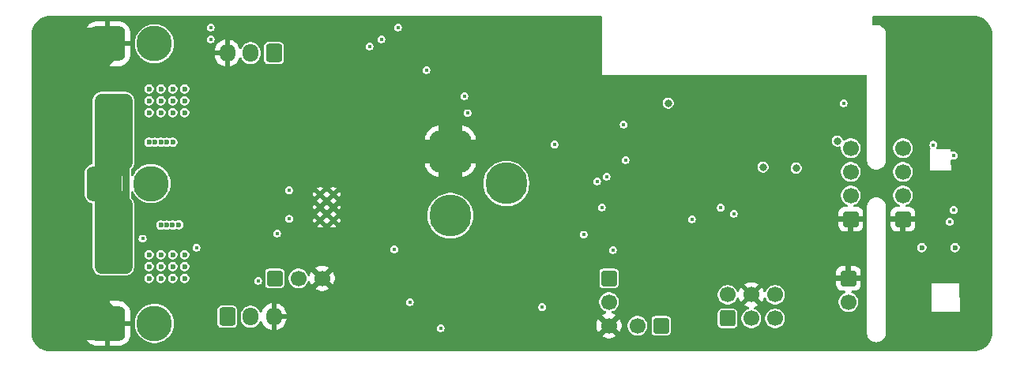
<source format=gbr>
%TF.GenerationSoftware,KiCad,Pcbnew,9.0.5*%
%TF.CreationDate,2025-11-15T15:40:49+01:00*%
%TF.ProjectId,Robobuoy-Sub-v3_0,526f626f-6275-46f7-992d-5375622d7633,rev?*%
%TF.SameCoordinates,Original*%
%TF.FileFunction,Copper,L2,Inr*%
%TF.FilePolarity,Positive*%
%FSLAX46Y46*%
G04 Gerber Fmt 4.6, Leading zero omitted, Abs format (unit mm)*
G04 Created by KiCad (PCBNEW 9.0.5) date 2025-11-15 15:40:49*
%MOMM*%
%LPD*%
G01*
G04 APERTURE LIST*
G04 Aperture macros list*
%AMRoundRect*
0 Rectangle with rounded corners*
0 $1 Rounding radius*
0 $2 $3 $4 $5 $6 $7 $8 $9 X,Y pos of 4 corners*
0 Add a 4 corners polygon primitive as box body*
4,1,4,$2,$3,$4,$5,$6,$7,$8,$9,$2,$3,0*
0 Add four circle primitives for the rounded corners*
1,1,$1+$1,$2,$3*
1,1,$1+$1,$4,$5*
1,1,$1+$1,$6,$7*
1,1,$1+$1,$8,$9*
0 Add four rect primitives between the rounded corners*
20,1,$1+$1,$2,$3,$4,$5,0*
20,1,$1+$1,$4,$5,$6,$7,0*
20,1,$1+$1,$6,$7,$8,$9,0*
20,1,$1+$1,$8,$9,$2,$3,0*%
G04 Aperture macros list end*
%TA.AperFunction,ComponentPad*%
%ADD10RoundRect,1.125000X-1.125000X1.125000X-1.125000X-1.125000X1.125000X-1.125000X1.125000X1.125000X0*%
%TD*%
%TA.AperFunction,ComponentPad*%
%ADD11C,4.500000*%
%TD*%
%TA.AperFunction,ComponentPad*%
%ADD12RoundRect,0.250000X0.600000X-0.600000X0.600000X0.600000X-0.600000X0.600000X-0.600000X-0.600000X0*%
%TD*%
%TA.AperFunction,ComponentPad*%
%ADD13C,1.700000*%
%TD*%
%TA.AperFunction,ComponentPad*%
%ADD14RoundRect,0.760000X-1.140000X-1.140000X1.140000X-1.140000X1.140000X1.140000X-1.140000X1.140000X0*%
%TD*%
%TA.AperFunction,ComponentPad*%
%ADD15C,3.800000*%
%TD*%
%TA.AperFunction,ComponentPad*%
%ADD16RoundRect,0.206250X-0.618750X-0.618750X0.618750X-0.618750X0.618750X0.618750X-0.618750X0.618750X0*%
%TD*%
%TA.AperFunction,ComponentPad*%
%ADD17RoundRect,0.206250X0.618750X-0.618750X0.618750X0.618750X-0.618750X0.618750X-0.618750X-0.618750X0*%
%TD*%
%TA.AperFunction,ComponentPad*%
%ADD18RoundRect,0.206250X-0.618750X0.618750X-0.618750X-0.618750X0.618750X-0.618750X0.618750X0.618750X0*%
%TD*%
%TA.AperFunction,HeatsinkPad*%
%ADD19C,0.500000*%
%TD*%
%TA.AperFunction,ComponentPad*%
%ADD20RoundRect,0.206250X0.618750X0.618750X-0.618750X0.618750X-0.618750X-0.618750X0.618750X-0.618750X0*%
%TD*%
%TA.AperFunction,ComponentPad*%
%ADD21RoundRect,0.250000X0.600000X0.725000X-0.600000X0.725000X-0.600000X-0.725000X0.600000X-0.725000X0*%
%TD*%
%TA.AperFunction,ComponentPad*%
%ADD22O,1.700000X1.950000*%
%TD*%
%TA.AperFunction,ComponentPad*%
%ADD23RoundRect,0.250000X-0.600000X-0.725000X0.600000X-0.725000X0.600000X0.725000X-0.600000X0.725000X0*%
%TD*%
%TA.AperFunction,ViaPad*%
%ADD24C,0.450000*%
%TD*%
%TA.AperFunction,ViaPad*%
%ADD25C,0.600000*%
%TD*%
%TA.AperFunction,ViaPad*%
%ADD26C,0.800000*%
%TD*%
%TA.AperFunction,Conductor*%
%ADD27C,3.500000*%
%TD*%
%TA.AperFunction,Conductor*%
%ADD28C,2.500000*%
%TD*%
%TA.AperFunction,Conductor*%
%ADD29C,1.500000*%
%TD*%
%TA.AperFunction,Conductor*%
%ADD30C,0.800000*%
%TD*%
G04 APERTURE END LIST*
D10*
%TO.N,GND*%
%TO.C,J301*%
X61807259Y-46527436D03*
D11*
%TO.N,/Robobuoy-Sub-PSU-v3_0/COMM*%
X67807259Y-49991436D03*
%TO.N,Vbatt*%
X61807259Y-53455436D03*
%TD*%
D12*
%TO.N,EN*%
%TO.C,J201*%
X91516400Y-64468500D03*
D13*
%TO.N,+3.3V*%
X91516400Y-61928500D03*
%TO.N,TX*%
X94056400Y-64468500D03*
%TO.N,GND*%
X94056400Y-61928500D03*
%TO.N,RX*%
X96596400Y-64468500D03*
%TO.N,DR0*%
X96596400Y-61928500D03*
%TD*%
D14*
%TO.N,Net-(J306--)*%
%TO.C,J306*%
X24734000Y-50000000D03*
D15*
%TO.N,Vbatt*%
X29734000Y-50000000D03*
%TD*%
D16*
%TO.N,Vbatt*%
%TO.C,SW301*%
X42982000Y-60160000D03*
D13*
%TO.N,Net-(D301-K)*%
X45522000Y-60160000D03*
%TO.N,GND*%
X48062000Y-60160000D03*
%TD*%
D17*
%TO.N,GND*%
%TO.C,J401*%
X104704000Y-53810000D03*
D13*
%TO.N,+3.3V*%
X104704000Y-51270000D03*
%TO.N,/CPU/SCL*%
X104704000Y-48730000D03*
%TO.N,/CPU/SDA*%
X104704000Y-46190000D03*
%TD*%
D18*
%TO.N,GND*%
%TO.C,SW202*%
X104450000Y-60160000D03*
D13*
%TO.N,SWITCH*%
X104450000Y-62700000D03*
%TD*%
D19*
%TO.N,GND*%
%TO.C,U303*%
X47863200Y-51140900D03*
X47863200Y-52540900D03*
X47863200Y-53940900D03*
X49263200Y-51140900D03*
X49263200Y-52540900D03*
X49263200Y-53940900D03*
%TD*%
D14*
%TO.N,GND*%
%TO.C,J305*%
X25100000Y-65000000D03*
D15*
%TO.N,Net-(J305-Pin_2)*%
X30100000Y-65000000D03*
%TD*%
D17*
%TO.N,GND*%
%TO.C,J102*%
X110292000Y-53810000D03*
D13*
%TO.N,+3.3V*%
X110292000Y-51270000D03*
%TO.N,/CPU/SCL*%
X110292000Y-48730000D03*
%TO.N,/CPU/SDA*%
X110292000Y-46190000D03*
%TD*%
D20*
%TO.N,+5V*%
%TO.C,BZ201*%
X84384000Y-65240000D03*
D13*
%TO.N,Net-(BZ201--)*%
X81844000Y-65240000D03*
%TD*%
D21*
%TO.N,Net-(J302-Pin_1)*%
%TO.C,J302*%
X42900000Y-36000000D03*
D22*
%TO.N,Net-(J302-Pin_2)*%
X40400000Y-36000000D03*
%TO.N,GND*%
X37900000Y-36000000D03*
%TD*%
D18*
%TO.N,+5V*%
%TO.C,J203*%
X78796000Y-60160000D03*
D13*
%TO.N,Net-(J203-Pin_2)*%
X78796000Y-62700000D03*
%TO.N,GND*%
X78796000Y-65240000D03*
%TD*%
D23*
%TO.N,Net-(J303-Pin_1)*%
%TO.C,J303*%
X37900000Y-64275000D03*
D22*
%TO.N,Net-(J303-Pin_2)*%
X40400000Y-64275000D03*
%TO.N,GND*%
X42900000Y-64275000D03*
%TD*%
D14*
%TO.N,GND*%
%TO.C,J304*%
X25100000Y-35000000D03*
D15*
%TO.N,Net-(J304-Pin_2)*%
X30100000Y-35000000D03*
%TD*%
D24*
%TO.N,GND*%
X32669600Y-32499400D03*
X35082600Y-32575600D03*
X102545000Y-67221200D03*
X102595800Y-65468600D03*
X86212800Y-66586200D03*
X85273000Y-60210800D03*
X92943800Y-67043400D03*
X35997000Y-41414800D03*
D25*
%TO.N,*%
X112324000Y-56858000D03*
X115880000Y-56858000D03*
D24*
%TO.N,+5V*%
X44531400Y-53784600D03*
X44511945Y-50720786D03*
D26*
%TO.N,GND*%
X91636981Y-47186111D03*
D25*
X109276000Y-66764000D03*
X18725000Y-60160000D03*
X49027200Y-47612400D03*
X21265000Y-55080000D03*
D24*
X33838000Y-48730000D03*
D25*
X77780000Y-38570000D03*
D24*
X76637000Y-50508000D03*
D25*
X91750000Y-49238000D03*
X81742400Y-44462800D03*
X118547000Y-44412000D03*
X112832000Y-54699000D03*
X43794800Y-49339600D03*
X114229000Y-51016000D03*
X41305600Y-41033800D03*
D24*
X115424288Y-60106270D03*
D25*
X81336000Y-58549000D03*
D24*
X37495600Y-42405400D03*
D25*
X105720000Y-38570000D03*
X42321600Y-51016000D03*
D24*
X56063000Y-67272000D03*
D25*
X58145800Y-45682000D03*
X99573200Y-54622800D03*
X74452600Y-36792000D03*
X34549200Y-58915400D03*
D24*
X44150400Y-42634000D03*
D25*
X58120400Y-50406400D03*
X105974000Y-67272000D03*
X21265000Y-61430000D03*
D26*
X36361600Y-48060400D03*
D25*
X42829600Y-49365000D03*
D24*
X59365000Y-67272000D03*
X116835556Y-61077678D03*
X117150000Y-66510000D03*
D25*
X18725000Y-57620000D03*
X18725000Y-39205000D03*
X73639800Y-38443000D03*
D24*
X91242000Y-59398000D03*
D25*
X18725000Y-41110000D03*
X21265000Y-39205000D03*
X85400000Y-38570000D03*
X18725000Y-55080000D03*
X112451000Y-61938000D03*
X77526000Y-32474000D03*
X66350000Y-35268000D03*
X96830000Y-38570000D03*
D24*
X95306000Y-65621000D03*
D25*
X99649400Y-39841111D03*
X18725000Y-42380000D03*
X89464000Y-47206000D03*
X105974000Y-39332000D03*
X82733000Y-39586000D03*
X109149000Y-33109000D03*
X68890000Y-41872000D03*
X112451000Y-64351000D03*
D24*
X55859800Y-53632200D03*
D25*
X84892000Y-39841111D03*
D24*
X97084000Y-59271000D03*
D25*
X21265000Y-42380000D03*
D24*
X48747800Y-49771400D03*
D25*
X18725000Y-44920000D03*
X65080000Y-48222000D03*
X64495800Y-52260600D03*
X18725000Y-53810000D03*
X67874000Y-34238000D03*
D24*
X90480000Y-39841111D03*
D25*
X73335000Y-34074200D03*
X114356000Y-52667000D03*
X93020000Y-38570000D03*
X70337800Y-53987800D03*
D24*
X36428800Y-50558800D03*
D25*
X109149000Y-44158000D03*
X65130800Y-54953000D03*
X41661200Y-49010300D03*
D24*
X42372400Y-55080000D03*
D25*
X18725000Y-46190000D03*
X76510000Y-38316000D03*
X36327200Y-56781800D03*
X38333800Y-49060200D03*
X80320000Y-45682000D03*
X40238800Y-49010300D03*
D24*
X63048000Y-34506000D03*
X35362000Y-49746000D03*
D25*
X101910000Y-38570000D03*
D24*
X61016000Y-40094000D03*
D25*
X70312400Y-52133600D03*
D24*
X87051000Y-42253000D03*
X112578000Y-66002000D03*
D25*
X117785000Y-56604000D03*
X18598000Y-66764000D03*
D24*
X112324000Y-44920000D03*
X52151400Y-39992400D03*
D25*
X66350000Y-33236000D03*
D24*
X99370000Y-65494000D03*
X34600000Y-39078000D03*
X117658000Y-62192000D03*
X61879787Y-62649387D03*
D25*
X118547000Y-33109000D03*
X91750000Y-45174000D03*
D24*
X69702800Y-66281400D03*
D25*
X82860000Y-38570000D03*
X21265000Y-60160000D03*
X93782000Y-45174000D03*
D24*
X55834400Y-52387600D03*
X49611400Y-49873000D03*
X70007600Y-38189000D03*
D25*
X18725000Y-48730000D03*
X104450000Y-38570000D03*
X46106200Y-48984000D03*
D24*
X72954000Y-48984000D03*
D25*
X79050000Y-38570000D03*
X38867200Y-51168400D03*
D24*
X55478800Y-39382800D03*
X87571700Y-58953500D03*
D25*
X87940000Y-38570000D03*
D24*
X94163000Y-42253000D03*
D25*
X72192000Y-46799600D03*
D24*
X41254800Y-46926600D03*
D25*
X21265000Y-44920000D03*
X54057802Y-42991000D03*
D24*
X61016000Y-40094000D03*
X35235000Y-48730000D03*
X52684800Y-52032000D03*
D25*
X62032000Y-32474000D03*
X90480000Y-38570000D03*
X21265000Y-51270000D03*
X21265000Y-53810000D03*
X118851800Y-66789400D03*
X18725000Y-52540000D03*
D24*
X91216600Y-54521200D03*
D25*
X118801000Y-51016000D03*
D24*
X47325400Y-49822200D03*
X116302600Y-47316798D03*
D25*
X98100000Y-38570000D03*
X80320000Y-38570000D03*
X48824000Y-44158000D03*
X78770600Y-51524000D03*
X89464000Y-49238000D03*
X70515600Y-44234200D03*
D24*
X38435400Y-46952000D03*
D25*
X103992800Y-44056400D03*
X36428800Y-45631200D03*
D24*
X71176000Y-51778000D03*
D25*
X89464000Y-45174000D03*
X76954500Y-38887500D03*
D24*
X99751000Y-42253000D03*
D25*
X28148400Y-61506200D03*
X93782000Y-49238000D03*
X93782000Y-47206000D03*
D24*
X80955000Y-60922000D03*
X97338000Y-54521200D03*
X55834400Y-51066800D03*
D25*
X54031000Y-45199400D03*
D24*
X100081200Y-57696200D03*
D25*
X72192000Y-43396000D03*
X18725000Y-51270000D03*
X105237400Y-39814600D03*
X84130000Y-38570000D03*
X34041200Y-66586200D03*
X18725000Y-50000000D03*
X116515000Y-54699000D03*
D24*
X110491844Y-58447849D03*
X110546000Y-62446000D03*
D25*
X81488400Y-55715000D03*
X103180000Y-38570000D03*
X114229000Y-39078000D03*
X18598000Y-33490000D03*
X76510000Y-36309400D03*
X91750000Y-38570000D03*
X18725000Y-58890000D03*
X86822400Y-52946400D03*
X100640000Y-38570000D03*
D24*
X42448600Y-43523000D03*
D25*
X81590000Y-38570000D03*
D24*
X66578600Y-67475200D03*
D25*
X102976800Y-51422400D03*
X34142800Y-44107200D03*
D24*
X110546000Y-60347000D03*
D25*
X18725000Y-56350000D03*
X21265000Y-46190000D03*
X41458000Y-50965200D03*
X89210000Y-38570000D03*
X21265000Y-57620000D03*
X86670000Y-38570000D03*
X21265000Y-56350000D03*
X18725000Y-47460000D03*
X21265000Y-41110000D03*
D24*
X60711200Y-35115600D03*
D25*
X66604000Y-41872000D03*
X110419000Y-56223000D03*
D24*
X86771600Y-55715000D03*
D25*
X114102000Y-56731000D03*
X61854200Y-43396000D03*
X40137200Y-50991500D03*
X101935400Y-57569200D03*
D24*
X88575000Y-65367000D03*
D26*
X52761000Y-53606800D03*
D25*
X21265000Y-47460000D03*
D24*
X43134400Y-48145800D03*
X51364000Y-66408400D03*
D25*
X94290000Y-38570000D03*
X18725000Y-61430000D03*
X21265000Y-52540000D03*
X80320000Y-51524000D03*
X99370000Y-38570000D03*
X18725000Y-43650000D03*
D26*
X39131652Y-58334212D03*
D24*
X36124000Y-67399000D03*
D25*
X21265000Y-50000000D03*
D24*
X70947400Y-64935200D03*
X41585000Y-66256000D03*
D25*
X95560000Y-38570000D03*
X21265000Y-58890000D03*
X47858800Y-43040400D03*
X21265000Y-48730000D03*
D24*
X93909000Y-39841111D03*
D25*
X21265000Y-43650000D03*
D24*
X73970000Y-55842000D03*
X76764000Y-44539000D03*
X112965000Y-48851000D03*
%TO.N,+3.3V*%
X103942000Y-41364000D03*
D26*
X85146000Y-41364000D03*
D24*
%TO.N,/CPU/VSAMP*%
X76078200Y-55486400D03*
X80574000Y-47460000D03*
D25*
%TO.N,Vbatt*%
X30790000Y-54445000D03*
D24*
X55783600Y-57035800D03*
D25*
X29520000Y-45555000D03*
X31425000Y-54445000D03*
X30790000Y-45555000D03*
X31425000Y-45555000D03*
X32035000Y-54445000D03*
X32060000Y-45555000D03*
X30155000Y-45555000D03*
X32720000Y-54420000D03*
D24*
%TO.N,/CPU/ON*%
X78034000Y-52540000D03*
X43236000Y-55334000D03*
D26*
%TO.N,RX*%
X98862000Y-48349000D03*
%TO.N,TX*%
X95306000Y-48222000D03*
D25*
%TO.N,Net-(J304-Pin_2)*%
X30790000Y-39840000D03*
X30790000Y-42380000D03*
X33330000Y-41110000D03*
X32060000Y-42380000D03*
X32060000Y-41110000D03*
X33330000Y-39840000D03*
X30790000Y-41110000D03*
X29520000Y-42380000D03*
X29520000Y-39840000D03*
X29520000Y-41110000D03*
X32060000Y-39840000D03*
X33330000Y-42380000D03*
%TO.N,Net-(J305-Pin_2)*%
X30790000Y-58890000D03*
X29520000Y-57620000D03*
X32060000Y-58890000D03*
X29520000Y-60160000D03*
X29520000Y-58890000D03*
X33330000Y-57620000D03*
X32060000Y-57620000D03*
X30790000Y-57620000D03*
X33330000Y-60160000D03*
X33330000Y-58890000D03*
X32060000Y-60160000D03*
X30790000Y-60160000D03*
D24*
%TO.N,/CPU/RX_SUB*%
X71658600Y-63233400D03*
X92186370Y-53236111D03*
%TO.N,/CPU/ESC_SB_PWR*%
X41204000Y-60414000D03*
X87686000Y-53810000D03*
%TO.N,/CPU/ESC_BB_PWR*%
X77526000Y-49746000D03*
X63302000Y-40602000D03*
%TO.N,Net-(Q306-G)*%
X34590403Y-56876780D03*
X28830500Y-55914500D03*
%TO.N,/CPU/TX_SUB*%
X90784800Y-52565400D03*
X60762000Y-65494000D03*
%TO.N,/CPU/ESC_BB*%
X72954000Y-45809000D03*
X78542000Y-49238000D03*
X53142000Y-35268000D03*
X63632200Y-42430800D03*
%TO.N,/CPU/ESC_SB*%
X79227800Y-57112000D03*
X57460000Y-62700000D03*
%TO.N,Net-(U304B-+)*%
X36124000Y-33236000D03*
X56190000Y-33236000D03*
%TO.N,Net-(U304B--)*%
X36124000Y-34506000D03*
X54412000Y-34506000D03*
%TO.N,/CPU/Imon*%
X59238000Y-37808000D03*
X80370800Y-43651111D03*
D26*
%TO.N,/CPU/SCL*%
X103268000Y-45428000D03*
D24*
X115727600Y-52819400D03*
X115727600Y-46977400D03*
%TO.N,/CPU/SDA*%
X113559031Y-45845000D03*
X115321200Y-54064000D03*
D25*
%TO.N,Net-(J306--)*%
X25710000Y-53175000D03*
X24440000Y-42380000D03*
X24440000Y-55080000D03*
X25710000Y-46825000D03*
X24440000Y-56350000D03*
X26980000Y-44920000D03*
X26980000Y-57620000D03*
X26980000Y-41110000D03*
X24440000Y-43650000D03*
X26980000Y-56350000D03*
X24440000Y-57620000D03*
X26980000Y-43650000D03*
X26980000Y-42380000D03*
X24440000Y-46190000D03*
X24440000Y-53810000D03*
X24440000Y-41110000D03*
X26980000Y-58890000D03*
X24440000Y-44920000D03*
X24440000Y-58890000D03*
X26980000Y-55080000D03*
%TD*%
D27*
%TO.N,GND*%
X25100000Y-65000000D02*
X20826000Y-60726000D01*
D28*
X61807259Y-46527436D02*
X65504564Y-46527436D01*
X61807259Y-46527436D02*
X58265564Y-46527436D01*
D27*
X25100000Y-65000000D02*
X21787000Y-65000000D01*
D28*
X61651000Y-43269000D02*
X61778000Y-43396000D01*
D27*
X25100000Y-35000000D02*
X21660000Y-35000000D01*
X25100000Y-35000000D02*
X21588000Y-38512000D01*
X21787000Y-65000000D02*
X21519000Y-64732000D01*
D28*
X61778000Y-43396000D02*
X61778000Y-49365000D01*
X61807259Y-43425259D02*
X61651000Y-43269000D01*
X58265564Y-46527436D02*
X58222000Y-46571000D01*
X65504564Y-46527436D02*
X65588000Y-46444000D01*
D27*
X21660000Y-35000000D02*
X21646000Y-35014000D01*
D28*
X61807259Y-46527436D02*
X61807259Y-43425259D01*
D29*
%TO.N,Net-(J306--)*%
X26980000Y-58890000D02*
X25710000Y-57620000D01*
X26980000Y-58890000D02*
X24440000Y-58890000D01*
X26980000Y-47754000D02*
X24734000Y-50000000D01*
D30*
X26980000Y-44920000D02*
X26980000Y-55080000D01*
D29*
X24440000Y-58890000D02*
X24440000Y-50294000D01*
X24734000Y-50000000D02*
X24734000Y-52199000D01*
X26883000Y-53128800D02*
X26980000Y-53225800D01*
X25710000Y-57620000D02*
X25710000Y-53175000D01*
X26980000Y-44920000D02*
X26883000Y-45017000D01*
X24440000Y-49706000D02*
X24734000Y-50000000D01*
X24440000Y-50294000D02*
X24734000Y-50000000D01*
X26980000Y-41110000D02*
X26980000Y-47754000D01*
X26980000Y-52246000D02*
X24734000Y-50000000D01*
X26980000Y-58890000D02*
X26980000Y-53225800D01*
X25710000Y-50976000D02*
X24734000Y-50000000D01*
X24734000Y-52199000D02*
X25710000Y-53175000D01*
X26980000Y-53225800D02*
X26980000Y-52246000D01*
X25710000Y-49024000D02*
X24734000Y-50000000D01*
X25710000Y-42380000D02*
X26980000Y-41110000D01*
X26980000Y-41110000D02*
X24440000Y-41110000D01*
X25710000Y-46825000D02*
X25710000Y-49024000D01*
X25710000Y-53175000D02*
X25710000Y-50976000D01*
X25710000Y-46825000D02*
X25710000Y-42380000D01*
X24440000Y-41110000D02*
X24440000Y-49706000D01*
%TD*%
%TA.AperFunction,Conductor*%
%TO.N,GND*%
G36*
X77977039Y-32030185D02*
G01*
X78022794Y-32082989D01*
X78034000Y-32134500D01*
X78034000Y-38316000D01*
X106315500Y-38316000D01*
X106382539Y-38335685D01*
X106428294Y-38388489D01*
X106439500Y-38440000D01*
X106439500Y-47496588D01*
X106439500Y-47500000D01*
X106439500Y-47593637D01*
X106473911Y-47777721D01*
X106482729Y-47800482D01*
X106541561Y-47952347D01*
X106541562Y-47952349D01*
X106604424Y-48053873D01*
X106640149Y-48111571D01*
X106766314Y-48249968D01*
X106915761Y-48362825D01*
X106961829Y-48385764D01*
X107083390Y-48446295D01*
X107083394Y-48446296D01*
X107083401Y-48446300D01*
X107263526Y-48497550D01*
X107449999Y-48514829D01*
X107450000Y-48514829D01*
X107450001Y-48514829D01*
X107543237Y-48506189D01*
X107636474Y-48497550D01*
X107816599Y-48446300D01*
X107984239Y-48362825D01*
X108133686Y-48249968D01*
X108259851Y-48111571D01*
X108358438Y-47952348D01*
X108426089Y-47777721D01*
X108460500Y-47593637D01*
X108460500Y-47500000D01*
X108460500Y-47496588D01*
X108460500Y-46086530D01*
X109241500Y-46086530D01*
X109241500Y-46293469D01*
X109281868Y-46496412D01*
X109281870Y-46496420D01*
X109342801Y-46643521D01*
X109361059Y-46687598D01*
X109380126Y-46716134D01*
X109476024Y-46859657D01*
X109622342Y-47005975D01*
X109622345Y-47005977D01*
X109794402Y-47120941D01*
X109985580Y-47200130D01*
X110179280Y-47238659D01*
X110188530Y-47240499D01*
X110188534Y-47240500D01*
X110188535Y-47240500D01*
X110395466Y-47240500D01*
X110395467Y-47240499D01*
X110598420Y-47200130D01*
X110789598Y-47120941D01*
X110961655Y-47005977D01*
X111107977Y-46859655D01*
X111222941Y-46687598D01*
X111302130Y-46496420D01*
X111342500Y-46293465D01*
X111342500Y-46086535D01*
X111302130Y-45883580D01*
X111262946Y-45788982D01*
X113133531Y-45788982D01*
X113133531Y-45901018D01*
X113157341Y-45989876D01*
X113162528Y-46009236D01*
X113162529Y-46009239D01*
X113173960Y-46029038D01*
X113218546Y-46106263D01*
X113218548Y-46106265D01*
X113233460Y-46121177D01*
X113266945Y-46182500D01*
X113261961Y-46252192D01*
X113233461Y-46296538D01*
X113213000Y-46316999D01*
X113213000Y-46317000D01*
X113213000Y-48603000D01*
X115499000Y-48603000D01*
X115499000Y-48602999D01*
X115491133Y-48461390D01*
X115438210Y-47508792D01*
X115454145Y-47440766D01*
X115504330Y-47392153D01*
X115572830Y-47378388D01*
X115594097Y-47382138D01*
X115671582Y-47402900D01*
X115671585Y-47402900D01*
X115783616Y-47402900D01*
X115783618Y-47402900D01*
X115891837Y-47373903D01*
X115988863Y-47317885D01*
X116068085Y-47238663D01*
X116124103Y-47141637D01*
X116153100Y-47033418D01*
X116153100Y-46921382D01*
X116124103Y-46813163D01*
X116068085Y-46716137D01*
X115988863Y-46636915D01*
X115924179Y-46599569D01*
X115891839Y-46580898D01*
X115891838Y-46580897D01*
X115891837Y-46580897D01*
X115783618Y-46551900D01*
X115671582Y-46551900D01*
X115563363Y-46580897D01*
X115555853Y-46584008D01*
X115554938Y-46581800D01*
X115498864Y-46595398D01*
X115432839Y-46572539D01*
X115389654Y-46517614D01*
X115380967Y-46478417D01*
X115377241Y-46411351D01*
X115372000Y-46317000D01*
X113988141Y-46317000D01*
X113921102Y-46297315D01*
X113875347Y-46244511D01*
X113865403Y-46175353D01*
X113894428Y-46111797D01*
X113899207Y-46106663D01*
X113899507Y-46106271D01*
X113899516Y-46106263D01*
X113955534Y-46009237D01*
X113984531Y-45901018D01*
X113984531Y-45788982D01*
X113955534Y-45680763D01*
X113899516Y-45583737D01*
X113820294Y-45504515D01*
X113723268Y-45448497D01*
X113615049Y-45419500D01*
X113503013Y-45419500D01*
X113394794Y-45448497D01*
X113394791Y-45448498D01*
X113297771Y-45504513D01*
X113297765Y-45504517D01*
X113218548Y-45583734D01*
X113218544Y-45583740D01*
X113162529Y-45680760D01*
X113162528Y-45680763D01*
X113133531Y-45788982D01*
X111262946Y-45788982D01*
X111222941Y-45692402D01*
X111107977Y-45520345D01*
X111107975Y-45520342D01*
X110961657Y-45374024D01*
X110846463Y-45297055D01*
X110789598Y-45259059D01*
X110762141Y-45247686D01*
X110598420Y-45179870D01*
X110598412Y-45179868D01*
X110395469Y-45139500D01*
X110395465Y-45139500D01*
X110188535Y-45139500D01*
X110188530Y-45139500D01*
X109985587Y-45179868D01*
X109985579Y-45179870D01*
X109794403Y-45259058D01*
X109622342Y-45374024D01*
X109476024Y-45520342D01*
X109361058Y-45692403D01*
X109281870Y-45883579D01*
X109281868Y-45883587D01*
X109241500Y-46086530D01*
X108460500Y-46086530D01*
X108460500Y-33995651D01*
X108460500Y-33906363D01*
X108426089Y-33722279D01*
X108358438Y-33547652D01*
X108259851Y-33388429D01*
X108133686Y-33250032D01*
X107984239Y-33137175D01*
X107816609Y-33053704D01*
X107816594Y-33053698D01*
X107636475Y-33002450D01*
X107636473Y-33002449D01*
X107450001Y-32985171D01*
X107449999Y-32985171D01*
X107263530Y-33002449D01*
X107263526Y-33002449D01*
X107263526Y-33002450D01*
X107147933Y-33035338D01*
X107078066Y-33034751D01*
X107019608Y-32996484D01*
X106991118Y-32932687D01*
X106990000Y-32916072D01*
X106990000Y-32134500D01*
X107009685Y-32067461D01*
X107062489Y-32021706D01*
X107114000Y-32010500D01*
X117895933Y-32010500D01*
X117904042Y-32010765D01*
X117928951Y-32012397D01*
X118151586Y-32026989D01*
X118167647Y-32029104D01*
X118406963Y-32076708D01*
X118422606Y-32080900D01*
X118653657Y-32159331D01*
X118668629Y-32165532D01*
X118883293Y-32271392D01*
X118887460Y-32273447D01*
X118901507Y-32281557D01*
X119104377Y-32417111D01*
X119117241Y-32426982D01*
X119300678Y-32587852D01*
X119312147Y-32599321D01*
X119473017Y-32782758D01*
X119482890Y-32795625D01*
X119506858Y-32831496D01*
X119618442Y-32998492D01*
X119626552Y-33012539D01*
X119734464Y-33231363D01*
X119740671Y-33246349D01*
X119792909Y-33400239D01*
X119819096Y-33477382D01*
X119823294Y-33493048D01*
X119870893Y-33732340D01*
X119873011Y-33748422D01*
X119889235Y-33995956D01*
X119889500Y-34004066D01*
X119889500Y-65995933D01*
X119889235Y-66004042D01*
X119889235Y-66004043D01*
X119873011Y-66251577D01*
X119870893Y-66267659D01*
X119823294Y-66506951D01*
X119819096Y-66522617D01*
X119740671Y-66753650D01*
X119734464Y-66768636D01*
X119626552Y-66987460D01*
X119618442Y-67001507D01*
X119482891Y-67204373D01*
X119473017Y-67217241D01*
X119312147Y-67400678D01*
X119300678Y-67412147D01*
X119117241Y-67573017D01*
X119104373Y-67582891D01*
X118901507Y-67718442D01*
X118887460Y-67726552D01*
X118668636Y-67834464D01*
X118653650Y-67840671D01*
X118422617Y-67919096D01*
X118406951Y-67923294D01*
X118167659Y-67970893D01*
X118151577Y-67973011D01*
X117904043Y-67989235D01*
X117895933Y-67989500D01*
X18904067Y-67989500D01*
X18895957Y-67989235D01*
X18648422Y-67973011D01*
X18632340Y-67970893D01*
X18393048Y-67923294D01*
X18377382Y-67919096D01*
X18146349Y-67840671D01*
X18131363Y-67834464D01*
X17912539Y-67726552D01*
X17898492Y-67718442D01*
X17695626Y-67582891D01*
X17682758Y-67573017D01*
X17499321Y-67412147D01*
X17487852Y-67400678D01*
X17326982Y-67217241D01*
X17317108Y-67204373D01*
X17260311Y-67119371D01*
X17181557Y-67001507D01*
X17173447Y-66987460D01*
X17125942Y-66891129D01*
X17065532Y-66768629D01*
X17059331Y-66753657D01*
X16980900Y-66522606D01*
X16976708Y-66506963D01*
X16929104Y-66267647D01*
X16926989Y-66251586D01*
X16910765Y-66004042D01*
X16910500Y-65995933D01*
X16910500Y-63795280D01*
X22700000Y-63795280D01*
X22700000Y-64750000D01*
X23772769Y-64750000D01*
X23750000Y-64893753D01*
X23750000Y-65106247D01*
X23772769Y-65250000D01*
X22700000Y-65250000D01*
X22700000Y-66204719D01*
X22710482Y-66337906D01*
X22710483Y-66337912D01*
X22765898Y-66557829D01*
X22765899Y-66557832D01*
X22859695Y-66764330D01*
X22859698Y-66764336D01*
X22988851Y-66950758D01*
X22988861Y-66950770D01*
X23149229Y-67111138D01*
X23149241Y-67111148D01*
X23335663Y-67240301D01*
X23335669Y-67240304D01*
X23542167Y-67334100D01*
X23542170Y-67334101D01*
X23762087Y-67389516D01*
X23762093Y-67389517D01*
X23895280Y-67399999D01*
X23895294Y-67400000D01*
X24850000Y-67400000D01*
X24850000Y-66327231D01*
X24993753Y-66350000D01*
X25206247Y-66350000D01*
X25350000Y-66327231D01*
X25350000Y-67400000D01*
X26304706Y-67400000D01*
X26304719Y-67399999D01*
X26437906Y-67389517D01*
X26437912Y-67389516D01*
X26657829Y-67334101D01*
X26657832Y-67334100D01*
X26864330Y-67240304D01*
X26864336Y-67240301D01*
X27050758Y-67111148D01*
X27050770Y-67111138D01*
X27211138Y-66950770D01*
X27211148Y-66950758D01*
X27340301Y-66764336D01*
X27340304Y-66764330D01*
X27434100Y-66557832D01*
X27434101Y-66557829D01*
X27489516Y-66337912D01*
X27489517Y-66337906D01*
X27499999Y-66204719D01*
X27500000Y-66204706D01*
X27500000Y-65250000D01*
X26427231Y-65250000D01*
X26450000Y-65106247D01*
X26450000Y-64893753D01*
X26445023Y-64862332D01*
X27999500Y-64862332D01*
X27999500Y-65137667D01*
X27999501Y-65137684D01*
X28035438Y-65410655D01*
X28035439Y-65410660D01*
X28035440Y-65410666D01*
X28051685Y-65471292D01*
X28106704Y-65676630D01*
X28212075Y-65931017D01*
X28212080Y-65931028D01*
X28254236Y-66004043D01*
X28349751Y-66169479D01*
X28349753Y-66169482D01*
X28349754Y-66169483D01*
X28517370Y-66387926D01*
X28517376Y-66387933D01*
X28712066Y-66582623D01*
X28712072Y-66582628D01*
X28930521Y-66750249D01*
X29083778Y-66838732D01*
X29168971Y-66887919D01*
X29168976Y-66887921D01*
X29168979Y-66887923D01*
X29423368Y-66993295D01*
X29689334Y-67064560D01*
X29962326Y-67100500D01*
X29962333Y-67100500D01*
X30237667Y-67100500D01*
X30237674Y-67100500D01*
X30510666Y-67064560D01*
X30776632Y-66993295D01*
X31031021Y-66887923D01*
X31034761Y-66885764D01*
X31036735Y-66884623D01*
X31269479Y-66750249D01*
X31487928Y-66582628D01*
X31682628Y-66387928D01*
X31767191Y-66277723D01*
X31779041Y-66262280D01*
X31799152Y-66236069D01*
X31850249Y-66169479D01*
X31987923Y-65931021D01*
X32093295Y-65676632D01*
X32164560Y-65410666D01*
X32200500Y-65137674D01*
X32200500Y-64862326D01*
X32164560Y-64589334D01*
X32093295Y-64323368D01*
X31987923Y-64068979D01*
X31987921Y-64068976D01*
X31987919Y-64068971D01*
X31908639Y-63931656D01*
X31850249Y-63830521D01*
X31780199Y-63739230D01*
X31682629Y-63612073D01*
X31682623Y-63612066D01*
X31566287Y-63495730D01*
X36849500Y-63495730D01*
X36849500Y-65054269D01*
X36852353Y-65084699D01*
X36852353Y-65084701D01*
X36897206Y-65212880D01*
X36897207Y-65212882D01*
X36977850Y-65322150D01*
X37087118Y-65402793D01*
X37109618Y-65410666D01*
X37215299Y-65447646D01*
X37245730Y-65450500D01*
X37245734Y-65450500D01*
X38554270Y-65450500D01*
X38584699Y-65447646D01*
X38584701Y-65447646D01*
X38648790Y-65425219D01*
X38712882Y-65402793D01*
X38822150Y-65322150D01*
X38902793Y-65212882D01*
X38939648Y-65107557D01*
X38947646Y-65084701D01*
X38947646Y-65084699D01*
X38950500Y-65054269D01*
X38950500Y-64046530D01*
X39349500Y-64046530D01*
X39349500Y-64503469D01*
X39389868Y-64706412D01*
X39389870Y-64706420D01*
X39407921Y-64750000D01*
X39469059Y-64897598D01*
X39482836Y-64918217D01*
X39584024Y-65069657D01*
X39730342Y-65215975D01*
X39730345Y-65215977D01*
X39902402Y-65330941D01*
X40093580Y-65410130D01*
X40282187Y-65447646D01*
X40296530Y-65450499D01*
X40296534Y-65450500D01*
X40296535Y-65450500D01*
X40503466Y-65450500D01*
X40503467Y-65450499D01*
X40706420Y-65410130D01*
X40897598Y-65330941D01*
X41069655Y-65215977D01*
X41215977Y-65069655D01*
X41330941Y-64897598D01*
X41376748Y-64787009D01*
X41420589Y-64732606D01*
X41486883Y-64710541D01*
X41554582Y-64727820D01*
X41602193Y-64778957D01*
X41609240Y-64796144D01*
X41648904Y-64918216D01*
X41745379Y-65107557D01*
X41870272Y-65279459D01*
X41870276Y-65279464D01*
X42020535Y-65429723D01*
X42020540Y-65429727D01*
X42192442Y-65554620D01*
X42381782Y-65651095D01*
X42583871Y-65716757D01*
X42650000Y-65727231D01*
X42650000Y-64679145D01*
X42716657Y-64717630D01*
X42837465Y-64750000D01*
X42962535Y-64750000D01*
X43083343Y-64717630D01*
X43150000Y-64679145D01*
X43150000Y-65727230D01*
X43216126Y-65716757D01*
X43216129Y-65716757D01*
X43418217Y-65651095D01*
X43607557Y-65554620D01*
X43768097Y-65437982D01*
X60336500Y-65437982D01*
X60336500Y-65550018D01*
X60365497Y-65658237D01*
X60421515Y-65755263D01*
X60500737Y-65834485D01*
X60597763Y-65890503D01*
X60705982Y-65919500D01*
X60705984Y-65919500D01*
X60818016Y-65919500D01*
X60818018Y-65919500D01*
X60926237Y-65890503D01*
X61023263Y-65834485D01*
X61102485Y-65755263D01*
X61158503Y-65658237D01*
X61187500Y-65550018D01*
X61187500Y-65437982D01*
X61158503Y-65329763D01*
X61102485Y-65232737D01*
X61023263Y-65153515D01*
X60989035Y-65133753D01*
X77446000Y-65133753D01*
X77446000Y-65346246D01*
X77479242Y-65556127D01*
X77479242Y-65556130D01*
X77544904Y-65758217D01*
X77641375Y-65947550D01*
X77650973Y-65960761D01*
X78298094Y-65313641D01*
X78330075Y-65432993D01*
X78395901Y-65547007D01*
X78488993Y-65640099D01*
X78603007Y-65705925D01*
X78722358Y-65737905D01*
X78075236Y-66385025D01*
X78088440Y-66394618D01*
X78088453Y-66394626D01*
X78277782Y-66491095D01*
X78479870Y-66556757D01*
X78689754Y-66590000D01*
X78902246Y-66590000D01*
X79112127Y-66556757D01*
X79112130Y-66556757D01*
X79314217Y-66491095D01*
X79503556Y-66394620D01*
X79503563Y-66394617D01*
X79516761Y-66385026D01*
X79516762Y-66385025D01*
X78869641Y-65737905D01*
X78988993Y-65705925D01*
X79103007Y-65640099D01*
X79196099Y-65547007D01*
X79261925Y-65432993D01*
X79293905Y-65313641D01*
X79941025Y-65960762D01*
X79941026Y-65960761D01*
X79950617Y-65947563D01*
X79950620Y-65947556D01*
X80047095Y-65758217D01*
X80112757Y-65556130D01*
X80112757Y-65556127D01*
X80146000Y-65346246D01*
X80146000Y-65136530D01*
X80793500Y-65136530D01*
X80793500Y-65343469D01*
X80833868Y-65546412D01*
X80833870Y-65546420D01*
X80899939Y-65705925D01*
X80913059Y-65737598D01*
X80924864Y-65755265D01*
X81028024Y-65909657D01*
X81174342Y-66055975D01*
X81174345Y-66055977D01*
X81346402Y-66170941D01*
X81537580Y-66250130D01*
X81740530Y-66290499D01*
X81740534Y-66290500D01*
X81740535Y-66290500D01*
X81947466Y-66290500D01*
X81947467Y-66290499D01*
X82150420Y-66250130D01*
X82341598Y-66170941D01*
X82513655Y-66055977D01*
X82659977Y-65909655D01*
X82672602Y-65890760D01*
X83358499Y-65890760D01*
X83373584Y-65986004D01*
X83373585Y-65986007D01*
X83373586Y-65986009D01*
X83432081Y-66100812D01*
X83432082Y-66100813D01*
X83432085Y-66100817D01*
X83523182Y-66191914D01*
X83523186Y-66191917D01*
X83523188Y-66191919D01*
X83637991Y-66250414D01*
X83637993Y-66250414D01*
X83637995Y-66250415D01*
X83733239Y-66265500D01*
X83733240Y-66265500D01*
X85034760Y-66265500D01*
X85130004Y-66250415D01*
X85130004Y-66250414D01*
X85130009Y-66250414D01*
X85244812Y-66191919D01*
X85335919Y-66100812D01*
X85394414Y-65986009D01*
X85409500Y-65890760D01*
X85409500Y-64589240D01*
X85406764Y-64571965D01*
X85394415Y-64493995D01*
X85394414Y-64493993D01*
X85394414Y-64493991D01*
X85335919Y-64379188D01*
X85335917Y-64379186D01*
X85335914Y-64379182D01*
X85244817Y-64288085D01*
X85244813Y-64288082D01*
X85244812Y-64288081D01*
X85130009Y-64229586D01*
X85130007Y-64229585D01*
X85130004Y-64229584D01*
X85034760Y-64214500D01*
X83733240Y-64214500D01*
X83637995Y-64229584D01*
X83523186Y-64288082D01*
X83523182Y-64288085D01*
X83432085Y-64379182D01*
X83432082Y-64379186D01*
X83373584Y-64493995D01*
X83358500Y-64589239D01*
X83358500Y-65890760D01*
X83358499Y-65890760D01*
X82672602Y-65890760D01*
X82774941Y-65737598D01*
X82854130Y-65546420D01*
X82894500Y-65343465D01*
X82894500Y-65136535D01*
X82854130Y-64933580D01*
X82774941Y-64742402D01*
X82774940Y-64742400D01*
X82774940Y-64742399D01*
X82715379Y-64653260D01*
X82715377Y-64653258D01*
X82659975Y-64570342D01*
X82513657Y-64424024D01*
X82425365Y-64365030D01*
X82341598Y-64309059D01*
X82290955Y-64288082D01*
X82150420Y-64229870D01*
X82150412Y-64229868D01*
X81947469Y-64189500D01*
X81947465Y-64189500D01*
X81740535Y-64189500D01*
X81740530Y-64189500D01*
X81537587Y-64229868D01*
X81537579Y-64229870D01*
X81346403Y-64309058D01*
X81174342Y-64424024D01*
X81028024Y-64570342D01*
X80913058Y-64742403D01*
X80833870Y-64933579D01*
X80833868Y-64933587D01*
X80793500Y-65136530D01*
X80146000Y-65136530D01*
X80146000Y-65133753D01*
X80112757Y-64923872D01*
X80112757Y-64923869D01*
X80047095Y-64721782D01*
X79950626Y-64532453D01*
X79950618Y-64532440D01*
X79941025Y-64519237D01*
X79941025Y-64519236D01*
X79293905Y-65166357D01*
X79261925Y-65047007D01*
X79196099Y-64932993D01*
X79103007Y-64839901D01*
X78988993Y-64774075D01*
X78869642Y-64742094D01*
X79516761Y-64094973D01*
X79503550Y-64085375D01*
X79314216Y-63988904D01*
X79138026Y-63931656D01*
X79115862Y-63916500D01*
X79091848Y-63904480D01*
X79087455Y-63897076D01*
X79080350Y-63892218D01*
X79069896Y-63867482D01*
X79056196Y-63844391D01*
X79056503Y-63835789D01*
X79053152Y-63827860D01*
X79055511Y-63814230D01*
X90465900Y-63814230D01*
X90465900Y-65122769D01*
X90468753Y-65153199D01*
X90468753Y-65153201D01*
X90512934Y-65279459D01*
X90513607Y-65281382D01*
X90594250Y-65390650D01*
X90703518Y-65471293D01*
X90724489Y-65478631D01*
X90831699Y-65516146D01*
X90862130Y-65519000D01*
X90862134Y-65519000D01*
X92170670Y-65519000D01*
X92201099Y-65516146D01*
X92201101Y-65516146D01*
X92265190Y-65493719D01*
X92329282Y-65471293D01*
X92438550Y-65390650D01*
X92519193Y-65281382D01*
X92563935Y-65153517D01*
X92564046Y-65153201D01*
X92564046Y-65153199D01*
X92566900Y-65122769D01*
X92566900Y-63814230D01*
X92564046Y-63783800D01*
X92564046Y-63783798D01*
X92528859Y-63683242D01*
X92519193Y-63655618D01*
X92438550Y-63546350D01*
X92329282Y-63465707D01*
X92329280Y-63465706D01*
X92201100Y-63420853D01*
X92170670Y-63418000D01*
X92170666Y-63418000D01*
X90862134Y-63418000D01*
X90862130Y-63418000D01*
X90831700Y-63420853D01*
X90831698Y-63420853D01*
X90703519Y-63465706D01*
X90703517Y-63465707D01*
X90594250Y-63546350D01*
X90513607Y-63655617D01*
X90513606Y-63655619D01*
X90468753Y-63783798D01*
X90468753Y-63783800D01*
X90465900Y-63814230D01*
X79055511Y-63814230D01*
X79057731Y-63801398D01*
X79058690Y-63774566D01*
X79063598Y-63767495D01*
X79065067Y-63759013D01*
X79083223Y-63739230D01*
X79086210Y-63734927D01*
X79088401Y-63730132D01*
X79090683Y-63728486D01*
X79098538Y-63717173D01*
X79109362Y-63710750D01*
X79112311Y-63707538D01*
X79128876Y-63699171D01*
X79293598Y-63630941D01*
X79465655Y-63515977D01*
X79611977Y-63369655D01*
X79726941Y-63197598D01*
X79806130Y-63006420D01*
X79846500Y-62803465D01*
X79846500Y-62596535D01*
X79806130Y-62393580D01*
X79726941Y-62202402D01*
X79611977Y-62030345D01*
X79611975Y-62030342D01*
X79465657Y-61884024D01*
X79377365Y-61825030D01*
X90465900Y-61825030D01*
X90465900Y-62031969D01*
X90506268Y-62234912D01*
X90506270Y-62234920D01*
X90572339Y-62394425D01*
X90585459Y-62426098D01*
X90599236Y-62446717D01*
X90700424Y-62598157D01*
X90846742Y-62744475D01*
X90846745Y-62744477D01*
X91018802Y-62859441D01*
X91209980Y-62938630D01*
X91412930Y-62978999D01*
X91412934Y-62979000D01*
X91412935Y-62979000D01*
X91619866Y-62979000D01*
X91619867Y-62978999D01*
X91822820Y-62938630D01*
X92013998Y-62859441D01*
X92186055Y-62744477D01*
X92332377Y-62598155D01*
X92447341Y-62426098D01*
X92515565Y-62261389D01*
X92559404Y-62206988D01*
X92625698Y-62184923D01*
X92693398Y-62202202D01*
X92741009Y-62253339D01*
X92748056Y-62270526D01*
X92805304Y-62446716D01*
X92901775Y-62636050D01*
X92941128Y-62690216D01*
X93573437Y-62057908D01*
X93590475Y-62121493D01*
X93656301Y-62235507D01*
X93749393Y-62328599D01*
X93863407Y-62394425D01*
X93926990Y-62411462D01*
X93294682Y-63043769D01*
X93294682Y-63043770D01*
X93348849Y-63083124D01*
X93538182Y-63179595D01*
X93714373Y-63236843D01*
X93772048Y-63276280D01*
X93799247Y-63340639D01*
X93787332Y-63409485D01*
X93740088Y-63460961D01*
X93723508Y-63469335D01*
X93558803Y-63537557D01*
X93386742Y-63652524D01*
X93240424Y-63798842D01*
X93125458Y-63970903D01*
X93046270Y-64162079D01*
X93046268Y-64162087D01*
X93005900Y-64365030D01*
X93005900Y-64571969D01*
X93046268Y-64774912D01*
X93046270Y-64774920D01*
X93125458Y-64966096D01*
X93240424Y-65138157D01*
X93386742Y-65284475D01*
X93386745Y-65284477D01*
X93558802Y-65399441D01*
X93749980Y-65478630D01*
X93938587Y-65516146D01*
X93952930Y-65518999D01*
X93952934Y-65519000D01*
X93952935Y-65519000D01*
X94159866Y-65519000D01*
X94159867Y-65518999D01*
X94362820Y-65478630D01*
X94553998Y-65399441D01*
X94726055Y-65284477D01*
X94872377Y-65138155D01*
X94987341Y-64966098D01*
X95066530Y-64774920D01*
X95106900Y-64571965D01*
X95106900Y-64365035D01*
X95106899Y-64365030D01*
X95545900Y-64365030D01*
X95545900Y-64571969D01*
X95586268Y-64774912D01*
X95586270Y-64774920D01*
X95665458Y-64966096D01*
X95780424Y-65138157D01*
X95926742Y-65284475D01*
X95926745Y-65284477D01*
X96098802Y-65399441D01*
X96289980Y-65478630D01*
X96478587Y-65516146D01*
X96492930Y-65518999D01*
X96492934Y-65519000D01*
X96492935Y-65519000D01*
X96699866Y-65519000D01*
X96699867Y-65518999D01*
X96902820Y-65478630D01*
X97093998Y-65399441D01*
X97266055Y-65284477D01*
X97412377Y-65138155D01*
X97527341Y-64966098D01*
X97606530Y-64774920D01*
X97646900Y-64571965D01*
X97646900Y-64365035D01*
X97606530Y-64162080D01*
X97527341Y-63970902D01*
X97412377Y-63798845D01*
X97412375Y-63798842D01*
X97266057Y-63652524D01*
X97180026Y-63595041D01*
X97093998Y-63537559D01*
X97093993Y-63537557D01*
X96902820Y-63458370D01*
X96902812Y-63458368D01*
X96699869Y-63418000D01*
X96699865Y-63418000D01*
X96492935Y-63418000D01*
X96492930Y-63418000D01*
X96289987Y-63458368D01*
X96289979Y-63458370D01*
X96098803Y-63537558D01*
X95926742Y-63652524D01*
X95780424Y-63798842D01*
X95665458Y-63970903D01*
X95586270Y-64162079D01*
X95586268Y-64162087D01*
X95545900Y-64365030D01*
X95106899Y-64365030D01*
X95066530Y-64162080D01*
X94987341Y-63970902D01*
X94872377Y-63798845D01*
X94872375Y-63798842D01*
X94726057Y-63652524D01*
X94640026Y-63595041D01*
X94553998Y-63537559D01*
X94553993Y-63537557D01*
X94450443Y-63494665D01*
X94389290Y-63469334D01*
X94334888Y-63425494D01*
X94312823Y-63359200D01*
X94330102Y-63291501D01*
X94381239Y-63243890D01*
X94398426Y-63236843D01*
X94574617Y-63179595D01*
X94763954Y-63083122D01*
X94818116Y-63043770D01*
X94818117Y-63043770D01*
X94185808Y-62411462D01*
X94249393Y-62394425D01*
X94363407Y-62328599D01*
X94456499Y-62235507D01*
X94522325Y-62121493D01*
X94539362Y-62057908D01*
X95171670Y-62690217D01*
X95171670Y-62690216D01*
X95211022Y-62636054D01*
X95307495Y-62446717D01*
X95364743Y-62270526D01*
X95404180Y-62212851D01*
X95468539Y-62185652D01*
X95537385Y-62197566D01*
X95588861Y-62244810D01*
X95597235Y-62261391D01*
X95652339Y-62394425D01*
X95665459Y-62426098D01*
X95679236Y-62446717D01*
X95780424Y-62598157D01*
X95926742Y-62744475D01*
X95926745Y-62744477D01*
X96098802Y-62859441D01*
X96289980Y-62938630D01*
X96492930Y-62978999D01*
X96492934Y-62979000D01*
X96492935Y-62979000D01*
X96699866Y-62979000D01*
X96699867Y-62978999D01*
X96902820Y-62938630D01*
X97093998Y-62859441D01*
X97266055Y-62744477D01*
X97412377Y-62598155D01*
X97527341Y-62426098D01*
X97606530Y-62234920D01*
X97646900Y-62031965D01*
X97646900Y-61825035D01*
X97606530Y-61622080D01*
X97527341Y-61430902D01*
X97412377Y-61258845D01*
X97412375Y-61258842D01*
X97266057Y-61112524D01*
X97128799Y-61020812D01*
X97093998Y-60997559D01*
X96902820Y-60918370D01*
X96902812Y-60918368D01*
X96699869Y-60878000D01*
X96699865Y-60878000D01*
X96492935Y-60878000D01*
X96492930Y-60878000D01*
X96289987Y-60918368D01*
X96289979Y-60918370D01*
X96098803Y-60997558D01*
X95926742Y-61112524D01*
X95780424Y-61258842D01*
X95665457Y-61430903D01*
X95597235Y-61595608D01*
X95553394Y-61650011D01*
X95487100Y-61672076D01*
X95419400Y-61654797D01*
X95371790Y-61603659D01*
X95364743Y-61586473D01*
X95307495Y-61410282D01*
X95211024Y-61220949D01*
X95171670Y-61166782D01*
X95171669Y-61166782D01*
X94539362Y-61799090D01*
X94522325Y-61735507D01*
X94456499Y-61621493D01*
X94363407Y-61528401D01*
X94249393Y-61462575D01*
X94185809Y-61445537D01*
X94818116Y-60813228D01*
X94763950Y-60773875D01*
X94574617Y-60677404D01*
X94372529Y-60611742D01*
X94162646Y-60578500D01*
X93950154Y-60578500D01*
X93740272Y-60611742D01*
X93740269Y-60611742D01*
X93538182Y-60677404D01*
X93348839Y-60773880D01*
X93294682Y-60813227D01*
X93294682Y-60813228D01*
X93926991Y-61445537D01*
X93863407Y-61462575D01*
X93749393Y-61528401D01*
X93656301Y-61621493D01*
X93590475Y-61735507D01*
X93573437Y-61799091D01*
X92941128Y-61166782D01*
X92941127Y-61166782D01*
X92901780Y-61220939D01*
X92805305Y-61410281D01*
X92748056Y-61586474D01*
X92708618Y-61644149D01*
X92644259Y-61671347D01*
X92575413Y-61659432D01*
X92523937Y-61612188D01*
X92515564Y-61595607D01*
X92447343Y-61430905D01*
X92332375Y-61258842D01*
X92186057Y-61112524D01*
X92048799Y-61020812D01*
X92013998Y-60997559D01*
X91822820Y-60918370D01*
X91822812Y-60918368D01*
X91619869Y-60878000D01*
X91619865Y-60878000D01*
X91412935Y-60878000D01*
X91412930Y-60878000D01*
X91209987Y-60918368D01*
X91209979Y-60918370D01*
X91018803Y-60997558D01*
X90846742Y-61112524D01*
X90700424Y-61258842D01*
X90585458Y-61430903D01*
X90506270Y-61622079D01*
X90506268Y-61622087D01*
X90465900Y-61825030D01*
X79377365Y-61825030D01*
X79293598Y-61769059D01*
X79293593Y-61769057D01*
X79102420Y-61689870D01*
X79102412Y-61689868D01*
X78899469Y-61649500D01*
X78899465Y-61649500D01*
X78692535Y-61649500D01*
X78692530Y-61649500D01*
X78489587Y-61689868D01*
X78489579Y-61689870D01*
X78298403Y-61769058D01*
X78126342Y-61884024D01*
X77980024Y-62030342D01*
X77865058Y-62202403D01*
X77785870Y-62393579D01*
X77785868Y-62393587D01*
X77745500Y-62596530D01*
X77745500Y-62803469D01*
X77785868Y-63006412D01*
X77785870Y-63006420D01*
X77865059Y-63197598D01*
X77895990Y-63243890D01*
X77980024Y-63369657D01*
X78126342Y-63515975D01*
X78298405Y-63630943D01*
X78373609Y-63662093D01*
X78463108Y-63699164D01*
X78517511Y-63743005D01*
X78539576Y-63809299D01*
X78522297Y-63876998D01*
X78471160Y-63924609D01*
X78453974Y-63931656D01*
X78277781Y-63988905D01*
X78088448Y-64085375D01*
X78075237Y-64094972D01*
X78075237Y-64094973D01*
X78722358Y-64742094D01*
X78603007Y-64774075D01*
X78488993Y-64839901D01*
X78395901Y-64932993D01*
X78330075Y-65047007D01*
X78298094Y-65166358D01*
X77650973Y-64519237D01*
X77650972Y-64519237D01*
X77641375Y-64532448D01*
X77544904Y-64721782D01*
X77479242Y-64923869D01*
X77479242Y-64923872D01*
X77446000Y-65133753D01*
X60989035Y-65133753D01*
X60958579Y-65116169D01*
X60926239Y-65097498D01*
X60926238Y-65097497D01*
X60926237Y-65097497D01*
X60818018Y-65068500D01*
X60705982Y-65068500D01*
X60597763Y-65097497D01*
X60597760Y-65097498D01*
X60500740Y-65153513D01*
X60500734Y-65153517D01*
X60421517Y-65232734D01*
X60421513Y-65232740D01*
X60365498Y-65329760D01*
X60365497Y-65329763D01*
X60336500Y-65437982D01*
X43768097Y-65437982D01*
X43779459Y-65429727D01*
X43779464Y-65429723D01*
X43867014Y-65342174D01*
X43929723Y-65279464D01*
X43929727Y-65279459D01*
X44054620Y-65107557D01*
X44151095Y-64918217D01*
X44216757Y-64716130D01*
X44216757Y-64716127D01*
X44247030Y-64525000D01*
X43304146Y-64525000D01*
X43342630Y-64458343D01*
X43375000Y-64337535D01*
X43375000Y-64212465D01*
X43342630Y-64091657D01*
X43304146Y-64025000D01*
X44247030Y-64025000D01*
X44216757Y-63833872D01*
X44216757Y-63833869D01*
X44151095Y-63631782D01*
X44054620Y-63442442D01*
X43929727Y-63270540D01*
X43929723Y-63270535D01*
X43836570Y-63177382D01*
X71233100Y-63177382D01*
X71233100Y-63289418D01*
X71262097Y-63397637D01*
X71318115Y-63494663D01*
X71397337Y-63573885D01*
X71494363Y-63629903D01*
X71602582Y-63658900D01*
X71602584Y-63658900D01*
X71714616Y-63658900D01*
X71714618Y-63658900D01*
X71822837Y-63629903D01*
X71919863Y-63573885D01*
X71999085Y-63494663D01*
X72055103Y-63397637D01*
X72084100Y-63289418D01*
X72084100Y-63177382D01*
X72055103Y-63069163D01*
X71999085Y-62972137D01*
X71919863Y-62892915D01*
X71822837Y-62836897D01*
X71714618Y-62807900D01*
X71602582Y-62807900D01*
X71494363Y-62836897D01*
X71494360Y-62836898D01*
X71397340Y-62892913D01*
X71397334Y-62892917D01*
X71318117Y-62972134D01*
X71318113Y-62972140D01*
X71262098Y-63069160D01*
X71262097Y-63069163D01*
X71233100Y-63177382D01*
X43836570Y-63177382D01*
X43779464Y-63120276D01*
X43779459Y-63120272D01*
X43607557Y-62995379D01*
X43418215Y-62898903D01*
X43216124Y-62833241D01*
X43150000Y-62822768D01*
X43150000Y-63870854D01*
X43083343Y-63832370D01*
X42962535Y-63800000D01*
X42837465Y-63800000D01*
X42716657Y-63832370D01*
X42650000Y-63870854D01*
X42650000Y-62822768D01*
X42649999Y-62822768D01*
X42583875Y-62833241D01*
X42381784Y-62898903D01*
X42192442Y-62995379D01*
X42020540Y-63120272D01*
X42020535Y-63120276D01*
X41870276Y-63270535D01*
X41870272Y-63270540D01*
X41745379Y-63442442D01*
X41648905Y-63631781D01*
X41609240Y-63753856D01*
X41569802Y-63811531D01*
X41505443Y-63838729D01*
X41436597Y-63826814D01*
X41385121Y-63779570D01*
X41376748Y-63762990D01*
X41372965Y-63753856D01*
X41330941Y-63652402D01*
X41215977Y-63480345D01*
X41215975Y-63480342D01*
X41069657Y-63334024D01*
X40974638Y-63270535D01*
X40897598Y-63219059D01*
X40796981Y-63177382D01*
X40706420Y-63139870D01*
X40706412Y-63139868D01*
X40503469Y-63099500D01*
X40503465Y-63099500D01*
X40296535Y-63099500D01*
X40296530Y-63099500D01*
X40093587Y-63139868D01*
X40093579Y-63139870D01*
X39902403Y-63219058D01*
X39730342Y-63334024D01*
X39584024Y-63480342D01*
X39469058Y-63652403D01*
X39389870Y-63843579D01*
X39389868Y-63843587D01*
X39349500Y-64046530D01*
X38950500Y-64046530D01*
X38950500Y-63495730D01*
X38947646Y-63465300D01*
X38947646Y-63465298D01*
X38902793Y-63337119D01*
X38902792Y-63337117D01*
X38822150Y-63227850D01*
X38712882Y-63147207D01*
X38712880Y-63147206D01*
X38584700Y-63102353D01*
X38554270Y-63099500D01*
X38554266Y-63099500D01*
X37245734Y-63099500D01*
X37245730Y-63099500D01*
X37215300Y-63102353D01*
X37215298Y-63102353D01*
X37087119Y-63147206D01*
X37087117Y-63147207D01*
X36977850Y-63227850D01*
X36897207Y-63337117D01*
X36897206Y-63337119D01*
X36852353Y-63465298D01*
X36852353Y-63465300D01*
X36849500Y-63495730D01*
X31566287Y-63495730D01*
X31487933Y-63417376D01*
X31487926Y-63417370D01*
X31269483Y-63249754D01*
X31269482Y-63249753D01*
X31269479Y-63249751D01*
X31174407Y-63194861D01*
X31031028Y-63112080D01*
X31031017Y-63112075D01*
X30776630Y-63006704D01*
X30643649Y-62971072D01*
X30510666Y-62935440D01*
X30510660Y-62935439D01*
X30510655Y-62935438D01*
X30237684Y-62899501D01*
X30237679Y-62899500D01*
X30237674Y-62899500D01*
X29962326Y-62899500D01*
X29962320Y-62899500D01*
X29962315Y-62899501D01*
X29689344Y-62935438D01*
X29689337Y-62935439D01*
X29689334Y-62935440D01*
X29633125Y-62950500D01*
X29423369Y-63006704D01*
X29168982Y-63112075D01*
X29168971Y-63112080D01*
X28930516Y-63249754D01*
X28712073Y-63417370D01*
X28712066Y-63417376D01*
X28517376Y-63612066D01*
X28517370Y-63612073D01*
X28349754Y-63830516D01*
X28349751Y-63830520D01*
X28349751Y-63830521D01*
X28347818Y-63833869D01*
X28212080Y-64068971D01*
X28212075Y-64068982D01*
X28106704Y-64323369D01*
X28064259Y-64481780D01*
X28035466Y-64589239D01*
X28035441Y-64589331D01*
X28035438Y-64589344D01*
X27999501Y-64862315D01*
X27999500Y-64862332D01*
X26445023Y-64862332D01*
X26427231Y-64750000D01*
X27500000Y-64750000D01*
X27500000Y-63795293D01*
X27499999Y-63795280D01*
X27489517Y-63662093D01*
X27489516Y-63662087D01*
X27434101Y-63442170D01*
X27434100Y-63442167D01*
X27340304Y-63235669D01*
X27340301Y-63235663D01*
X27211148Y-63049241D01*
X27211138Y-63049229D01*
X27050770Y-62888861D01*
X27050758Y-62888851D01*
X26864336Y-62759698D01*
X26864330Y-62759695D01*
X26840243Y-62748754D01*
X26657832Y-62665899D01*
X26657829Y-62665898D01*
X26570854Y-62643982D01*
X57034500Y-62643982D01*
X57034500Y-62756018D01*
X57063497Y-62864237D01*
X57119515Y-62961263D01*
X57198737Y-63040485D01*
X57295763Y-63096503D01*
X57403982Y-63125500D01*
X57403984Y-63125500D01*
X57516016Y-63125500D01*
X57516018Y-63125500D01*
X57624237Y-63096503D01*
X57721263Y-63040485D01*
X57800485Y-62961263D01*
X57856503Y-62864237D01*
X57885500Y-62756018D01*
X57885500Y-62643982D01*
X57856503Y-62535763D01*
X57800485Y-62438737D01*
X57721263Y-62359515D01*
X57624237Y-62303497D01*
X57516018Y-62274500D01*
X57403982Y-62274500D01*
X57295763Y-62303497D01*
X57295760Y-62303498D01*
X57198740Y-62359513D01*
X57198734Y-62359517D01*
X57119517Y-62438734D01*
X57119513Y-62438740D01*
X57063498Y-62535760D01*
X57063497Y-62535763D01*
X57034500Y-62643982D01*
X26570854Y-62643982D01*
X26437912Y-62610483D01*
X26437906Y-62610482D01*
X26304719Y-62600000D01*
X25350000Y-62600000D01*
X25350000Y-63672768D01*
X25206247Y-63650000D01*
X24993753Y-63650000D01*
X24850000Y-63672768D01*
X24850000Y-62600000D01*
X23895280Y-62600000D01*
X23762093Y-62610482D01*
X23762087Y-62610483D01*
X23542170Y-62665898D01*
X23542167Y-62665899D01*
X23335669Y-62759695D01*
X23335663Y-62759698D01*
X23149241Y-62888851D01*
X23149229Y-62888861D01*
X22988861Y-63049229D01*
X22988851Y-63049241D01*
X22859698Y-63235663D01*
X22859695Y-63235669D01*
X22765899Y-63442167D01*
X22765898Y-63442170D01*
X22710483Y-63662087D01*
X22710482Y-63662093D01*
X22700000Y-63795280D01*
X16910500Y-63795280D01*
X16910500Y-60094108D01*
X29019500Y-60094108D01*
X29019500Y-60225892D01*
X29025896Y-60249763D01*
X29053608Y-60353187D01*
X29056378Y-60357984D01*
X29119500Y-60467314D01*
X29212686Y-60560500D01*
X29326814Y-60626392D01*
X29454108Y-60660500D01*
X29454110Y-60660500D01*
X29585890Y-60660500D01*
X29585892Y-60660500D01*
X29713186Y-60626392D01*
X29827314Y-60560500D01*
X29920500Y-60467314D01*
X29986392Y-60353186D01*
X30020500Y-60225892D01*
X30020500Y-60094108D01*
X30289500Y-60094108D01*
X30289500Y-60225892D01*
X30295896Y-60249763D01*
X30323608Y-60353187D01*
X30326378Y-60357984D01*
X30389500Y-60467314D01*
X30482686Y-60560500D01*
X30596814Y-60626392D01*
X30724108Y-60660500D01*
X30724110Y-60660500D01*
X30855890Y-60660500D01*
X30855892Y-60660500D01*
X30983186Y-60626392D01*
X31097314Y-60560500D01*
X31190500Y-60467314D01*
X31256392Y-60353186D01*
X31290500Y-60225892D01*
X31290500Y-60094108D01*
X31559500Y-60094108D01*
X31559500Y-60225892D01*
X31565896Y-60249763D01*
X31593608Y-60353187D01*
X31596378Y-60357984D01*
X31659500Y-60467314D01*
X31752686Y-60560500D01*
X31866814Y-60626392D01*
X31994108Y-60660500D01*
X31994110Y-60660500D01*
X32125890Y-60660500D01*
X32125892Y-60660500D01*
X32253186Y-60626392D01*
X32367314Y-60560500D01*
X32460500Y-60467314D01*
X32526392Y-60353186D01*
X32560500Y-60225892D01*
X32560500Y-60094108D01*
X32829500Y-60094108D01*
X32829500Y-60225892D01*
X32835896Y-60249763D01*
X32863608Y-60353187D01*
X32866378Y-60357984D01*
X32929500Y-60467314D01*
X33022686Y-60560500D01*
X33136814Y-60626392D01*
X33264108Y-60660500D01*
X33264110Y-60660500D01*
X33395890Y-60660500D01*
X33395892Y-60660500D01*
X33523186Y-60626392D01*
X33637314Y-60560500D01*
X33730500Y-60467314D01*
X33793623Y-60357982D01*
X40778500Y-60357982D01*
X40778500Y-60470018D01*
X40807497Y-60578237D01*
X40863515Y-60675263D01*
X40942737Y-60754485D01*
X41039763Y-60810503D01*
X41147982Y-60839500D01*
X41147984Y-60839500D01*
X41260016Y-60839500D01*
X41260018Y-60839500D01*
X41367278Y-60810760D01*
X41956499Y-60810760D01*
X41971584Y-60906004D01*
X41971585Y-60906007D01*
X41971586Y-60906009D01*
X42030081Y-61020812D01*
X42030082Y-61020813D01*
X42030085Y-61020817D01*
X42121182Y-61111914D01*
X42121186Y-61111917D01*
X42121188Y-61111919D01*
X42235991Y-61170414D01*
X42235993Y-61170414D01*
X42235995Y-61170415D01*
X42331239Y-61185500D01*
X42331240Y-61185500D01*
X43632760Y-61185500D01*
X43728004Y-61170415D01*
X43728004Y-61170414D01*
X43728009Y-61170414D01*
X43842812Y-61111919D01*
X43933919Y-61020812D01*
X43992414Y-60906009D01*
X44003530Y-60835829D01*
X44007500Y-60810760D01*
X44007500Y-60056530D01*
X44471500Y-60056530D01*
X44471500Y-60263469D01*
X44511868Y-60466412D01*
X44511870Y-60466420D01*
X44578132Y-60626391D01*
X44591059Y-60657598D01*
X44604836Y-60678217D01*
X44706024Y-60829657D01*
X44852342Y-60975975D01*
X44852345Y-60975977D01*
X45024402Y-61090941D01*
X45215580Y-61170130D01*
X45418530Y-61210499D01*
X45418534Y-61210500D01*
X45418535Y-61210500D01*
X45625466Y-61210500D01*
X45625467Y-61210499D01*
X45828420Y-61170130D01*
X46019598Y-61090941D01*
X46191655Y-60975977D01*
X46337977Y-60829655D01*
X46452941Y-60657598D01*
X46521165Y-60492889D01*
X46565004Y-60438488D01*
X46631298Y-60416423D01*
X46698998Y-60433702D01*
X46746609Y-60484839D01*
X46753656Y-60502026D01*
X46810904Y-60678216D01*
X46907375Y-60867550D01*
X46916973Y-60880761D01*
X47564094Y-60233641D01*
X47596075Y-60352993D01*
X47661901Y-60467007D01*
X47754993Y-60560099D01*
X47869007Y-60625925D01*
X47988358Y-60657905D01*
X47341236Y-61305025D01*
X47354440Y-61314618D01*
X47354453Y-61314626D01*
X47543782Y-61411095D01*
X47745870Y-61476757D01*
X47955754Y-61510000D01*
X48168246Y-61510000D01*
X48378127Y-61476757D01*
X48378130Y-61476757D01*
X48580217Y-61411095D01*
X48769556Y-61314620D01*
X48769563Y-61314617D01*
X48782761Y-61305026D01*
X48782762Y-61305025D01*
X48135641Y-60657905D01*
X48254993Y-60625925D01*
X48369007Y-60560099D01*
X48462099Y-60467007D01*
X48527925Y-60352993D01*
X48559905Y-60233641D01*
X49207025Y-60880762D01*
X49207026Y-60880761D01*
X49216617Y-60867563D01*
X49216620Y-60867556D01*
X49245560Y-60810760D01*
X77770499Y-60810760D01*
X77785584Y-60906004D01*
X77785585Y-60906007D01*
X77785586Y-60906009D01*
X77844081Y-61020812D01*
X77844082Y-61020813D01*
X77844085Y-61020817D01*
X77935182Y-61111914D01*
X77935186Y-61111917D01*
X77935188Y-61111919D01*
X78049991Y-61170414D01*
X78049993Y-61170414D01*
X78049995Y-61170415D01*
X78145239Y-61185500D01*
X78145240Y-61185500D01*
X79446760Y-61185500D01*
X79542004Y-61170415D01*
X79542004Y-61170414D01*
X79542009Y-61170414D01*
X79656812Y-61111919D01*
X79747919Y-61020812D01*
X79806414Y-60906009D01*
X79817530Y-60835829D01*
X79821500Y-60810760D01*
X79821500Y-59509242D01*
X79820156Y-59500757D01*
X79817529Y-59484170D01*
X103125000Y-59484170D01*
X103125000Y-59860000D01*
X104045856Y-59860000D01*
X103984075Y-59967007D01*
X103950000Y-60094174D01*
X103950000Y-60225826D01*
X103984075Y-60352993D01*
X104045856Y-60460000D01*
X103125000Y-60460000D01*
X103125000Y-60835829D01*
X103131465Y-60906987D01*
X103131467Y-60906994D01*
X103182489Y-61070729D01*
X103182491Y-61070734D01*
X103271216Y-61217504D01*
X103271219Y-61217508D01*
X103392491Y-61338780D01*
X103392495Y-61338783D01*
X103539265Y-61427508D01*
X103539270Y-61427510D01*
X103703005Y-61478532D01*
X103703012Y-61478534D01*
X103774171Y-61485000D01*
X104014790Y-61485000D01*
X104081829Y-61504685D01*
X104127584Y-61557489D01*
X104137528Y-61626647D01*
X104108503Y-61690203D01*
X104062243Y-61723561D01*
X103952403Y-61769057D01*
X103780342Y-61884024D01*
X103634024Y-62030342D01*
X103519058Y-62202403D01*
X103439870Y-62393579D01*
X103439868Y-62393587D01*
X103399500Y-62596530D01*
X103399500Y-62803469D01*
X103439868Y-63006412D01*
X103439870Y-63006420D01*
X103519059Y-63197598D01*
X103549990Y-63243890D01*
X103634024Y-63369657D01*
X103780342Y-63515975D01*
X103780345Y-63515977D01*
X103952402Y-63630941D01*
X104143580Y-63710130D01*
X104289877Y-63739230D01*
X104346530Y-63750499D01*
X104346534Y-63750500D01*
X104346535Y-63750500D01*
X104553466Y-63750500D01*
X104553467Y-63750499D01*
X104756420Y-63710130D01*
X104947598Y-63630941D01*
X105119655Y-63515977D01*
X105265977Y-63369655D01*
X105380941Y-63197598D01*
X105460130Y-63006420D01*
X105500500Y-62803465D01*
X105500500Y-62596535D01*
X105460130Y-62393580D01*
X105380941Y-62202402D01*
X105265977Y-62030345D01*
X105265975Y-62030342D01*
X105119657Y-61884024D01*
X104947596Y-61769057D01*
X104837757Y-61723561D01*
X104783354Y-61679720D01*
X104761289Y-61613426D01*
X104778568Y-61545726D01*
X104829706Y-61498116D01*
X104885210Y-61485000D01*
X105125829Y-61485000D01*
X105196987Y-61478534D01*
X105196994Y-61478532D01*
X105360729Y-61427510D01*
X105360734Y-61427508D01*
X105507504Y-61338783D01*
X105507508Y-61338780D01*
X105628780Y-61217508D01*
X105628783Y-61217504D01*
X105717508Y-61070734D01*
X105717510Y-61070729D01*
X105768532Y-60906994D01*
X105768534Y-60906987D01*
X105775000Y-60835829D01*
X105775000Y-60460000D01*
X104854144Y-60460000D01*
X104915925Y-60352993D01*
X104950000Y-60225826D01*
X104950000Y-60094174D01*
X104915925Y-59967007D01*
X104854144Y-59860000D01*
X105775000Y-59860000D01*
X105775000Y-59484170D01*
X105768534Y-59413012D01*
X105768532Y-59413005D01*
X105717510Y-59249270D01*
X105717508Y-59249265D01*
X105628783Y-59102495D01*
X105628780Y-59102491D01*
X105507508Y-58981219D01*
X105507504Y-58981216D01*
X105360734Y-58892491D01*
X105360729Y-58892489D01*
X105196994Y-58841467D01*
X105196987Y-58841465D01*
X105125829Y-58835000D01*
X104750000Y-58835000D01*
X104750000Y-59755855D01*
X104642993Y-59694075D01*
X104515826Y-59660000D01*
X104384174Y-59660000D01*
X104257007Y-59694075D01*
X104150000Y-59755855D01*
X104150000Y-58835000D01*
X103774171Y-58835000D01*
X103703012Y-58841465D01*
X103703005Y-58841467D01*
X103539270Y-58892489D01*
X103539265Y-58892491D01*
X103392495Y-58981216D01*
X103392491Y-58981219D01*
X103271219Y-59102491D01*
X103271216Y-59102495D01*
X103182491Y-59249265D01*
X103182489Y-59249270D01*
X103131467Y-59413005D01*
X103131465Y-59413012D01*
X103125000Y-59484170D01*
X79817529Y-59484170D01*
X79806414Y-59413991D01*
X79747919Y-59299188D01*
X79747917Y-59299186D01*
X79747914Y-59299182D01*
X79656817Y-59208085D01*
X79656813Y-59208082D01*
X79656812Y-59208081D01*
X79542009Y-59149586D01*
X79542007Y-59149585D01*
X79542004Y-59149584D01*
X79446760Y-59134500D01*
X78145240Y-59134500D01*
X78049995Y-59149584D01*
X77935186Y-59208082D01*
X77935182Y-59208085D01*
X77844085Y-59299182D01*
X77844082Y-59299186D01*
X77785584Y-59413995D01*
X77770500Y-59509239D01*
X77770500Y-60810760D01*
X77770499Y-60810760D01*
X49245560Y-60810760D01*
X49313095Y-60678217D01*
X49378757Y-60476130D01*
X49378757Y-60476127D01*
X49412000Y-60266246D01*
X49412000Y-60053753D01*
X49378757Y-59843872D01*
X49378757Y-59843869D01*
X49313095Y-59641782D01*
X49271763Y-59560663D01*
X49271762Y-59560659D01*
X49216632Y-59452463D01*
X49216618Y-59452440D01*
X49207025Y-59439237D01*
X49207025Y-59439236D01*
X48559905Y-60086357D01*
X48527925Y-59967007D01*
X48462099Y-59852993D01*
X48369007Y-59759901D01*
X48254993Y-59694075D01*
X48135642Y-59662094D01*
X48782761Y-59014973D01*
X48769550Y-59005375D01*
X48580217Y-58908904D01*
X48378129Y-58843242D01*
X48168246Y-58810000D01*
X47955754Y-58810000D01*
X47745872Y-58843242D01*
X47745869Y-58843242D01*
X47543782Y-58908904D01*
X47354448Y-59005375D01*
X47341237Y-59014972D01*
X47341237Y-59014973D01*
X47988358Y-59662094D01*
X47869007Y-59694075D01*
X47754993Y-59759901D01*
X47661901Y-59852993D01*
X47596075Y-59967007D01*
X47564094Y-60086358D01*
X46916973Y-59439237D01*
X46916972Y-59439237D01*
X46907375Y-59452448D01*
X46810905Y-59641781D01*
X46753656Y-59817974D01*
X46714218Y-59875649D01*
X46649859Y-59902847D01*
X46581013Y-59890932D01*
X46529537Y-59843688D01*
X46521164Y-59827107D01*
X46519146Y-59822236D01*
X46483317Y-59735736D01*
X46452943Y-59662405D01*
X46337975Y-59490342D01*
X46191657Y-59344024D01*
X46049846Y-59249270D01*
X46019598Y-59229059D01*
X45968955Y-59208082D01*
X45893415Y-59176792D01*
X45828420Y-59149870D01*
X45828412Y-59149868D01*
X45625469Y-59109500D01*
X45625465Y-59109500D01*
X45418535Y-59109500D01*
X45418530Y-59109500D01*
X45215587Y-59149868D01*
X45215579Y-59149870D01*
X45024403Y-59229058D01*
X44852342Y-59344024D01*
X44706024Y-59490342D01*
X44591058Y-59662403D01*
X44511870Y-59853579D01*
X44511868Y-59853587D01*
X44471500Y-60056530D01*
X44007500Y-60056530D01*
X44007500Y-59509239D01*
X43992415Y-59413995D01*
X43992414Y-59413993D01*
X43992414Y-59413991D01*
X43933919Y-59299188D01*
X43933917Y-59299186D01*
X43933914Y-59299182D01*
X43842817Y-59208085D01*
X43842813Y-59208082D01*
X43842812Y-59208081D01*
X43728009Y-59149586D01*
X43728007Y-59149585D01*
X43728004Y-59149584D01*
X43632760Y-59134500D01*
X42331240Y-59134500D01*
X42235995Y-59149584D01*
X42121186Y-59208082D01*
X42121182Y-59208085D01*
X42030085Y-59299182D01*
X42030082Y-59299186D01*
X41971584Y-59413995D01*
X41956500Y-59509239D01*
X41956500Y-60810760D01*
X41956499Y-60810760D01*
X41367278Y-60810760D01*
X41368237Y-60810503D01*
X41465263Y-60754485D01*
X41544485Y-60675263D01*
X41600503Y-60578237D01*
X41629500Y-60470018D01*
X41629500Y-60357982D01*
X41600503Y-60249763D01*
X41544485Y-60152737D01*
X41465263Y-60073515D01*
X41368237Y-60017497D01*
X41260018Y-59988500D01*
X41147982Y-59988500D01*
X41039763Y-60017497D01*
X41039760Y-60017498D01*
X40942740Y-60073513D01*
X40942734Y-60073517D01*
X40863517Y-60152734D01*
X40863513Y-60152740D01*
X40807498Y-60249760D01*
X40807497Y-60249763D01*
X40778500Y-60357982D01*
X33793623Y-60357982D01*
X33796392Y-60353186D01*
X33830500Y-60225892D01*
X33830500Y-60094108D01*
X33796392Y-59966814D01*
X33730500Y-59852686D01*
X33637314Y-59759500D01*
X33580250Y-59726554D01*
X33523187Y-59693608D01*
X33459539Y-59676554D01*
X33395892Y-59659500D01*
X33264108Y-59659500D01*
X33136812Y-59693608D01*
X33022686Y-59759500D01*
X33022683Y-59759502D01*
X32929502Y-59852683D01*
X32929500Y-59852686D01*
X32863608Y-59966812D01*
X32835018Y-60073513D01*
X32829500Y-60094108D01*
X32560500Y-60094108D01*
X32526392Y-59966814D01*
X32460500Y-59852686D01*
X32367314Y-59759500D01*
X32310250Y-59726554D01*
X32253187Y-59693608D01*
X32189539Y-59676554D01*
X32125892Y-59659500D01*
X31994108Y-59659500D01*
X31866812Y-59693608D01*
X31752686Y-59759500D01*
X31752683Y-59759502D01*
X31659502Y-59852683D01*
X31659500Y-59852686D01*
X31593608Y-59966812D01*
X31565018Y-60073513D01*
X31559500Y-60094108D01*
X31290500Y-60094108D01*
X31256392Y-59966814D01*
X31190500Y-59852686D01*
X31097314Y-59759500D01*
X31040250Y-59726554D01*
X30983187Y-59693608D01*
X30919539Y-59676554D01*
X30855892Y-59659500D01*
X30724108Y-59659500D01*
X30596812Y-59693608D01*
X30482686Y-59759500D01*
X30482683Y-59759502D01*
X30389502Y-59852683D01*
X30389500Y-59852686D01*
X30323608Y-59966812D01*
X30295018Y-60073513D01*
X30289500Y-60094108D01*
X30020500Y-60094108D01*
X29986392Y-59966814D01*
X29920500Y-59852686D01*
X29827314Y-59759500D01*
X29770250Y-59726554D01*
X29713187Y-59693608D01*
X29649539Y-59676554D01*
X29585892Y-59659500D01*
X29454108Y-59659500D01*
X29326812Y-59693608D01*
X29212686Y-59759500D01*
X29212683Y-59759502D01*
X29119502Y-59852683D01*
X29119500Y-59852686D01*
X29053608Y-59966812D01*
X29025018Y-60073513D01*
X29019500Y-60094108D01*
X16910500Y-60094108D01*
X16910500Y-48804293D01*
X22633500Y-48804293D01*
X22633500Y-51195706D01*
X22643689Y-51310320D01*
X22697428Y-51498133D01*
X22764686Y-51626891D01*
X22787874Y-51671282D01*
X22819740Y-51710362D01*
X22911321Y-51822678D01*
X22987020Y-51884402D01*
X23062718Y-51946126D01*
X23235866Y-52036571D01*
X23399615Y-52083425D01*
X23458649Y-52120790D01*
X23488113Y-52184143D01*
X23489500Y-52202639D01*
X23489500Y-58983620D01*
X23526025Y-59167243D01*
X23526027Y-59167251D01*
X23597676Y-59340228D01*
X23597681Y-59340237D01*
X23701697Y-59495907D01*
X23701700Y-59495911D01*
X23834088Y-59628299D01*
X23834092Y-59628302D01*
X23989762Y-59732318D01*
X23989768Y-59732321D01*
X23989769Y-59732322D01*
X24162749Y-59803973D01*
X24346379Y-59840499D01*
X24346383Y-59840500D01*
X24346384Y-59840500D01*
X27073618Y-59840500D01*
X27091980Y-59836847D01*
X27165433Y-59822236D01*
X27165434Y-59822236D01*
X27188545Y-59817638D01*
X27257251Y-59803973D01*
X27430231Y-59732322D01*
X27585908Y-59628302D01*
X27718302Y-59495908D01*
X27822322Y-59340231D01*
X27893973Y-59167251D01*
X27930500Y-58983616D01*
X27930500Y-58824108D01*
X29019500Y-58824108D01*
X29019500Y-58955892D01*
X29026286Y-58981219D01*
X29053608Y-59083187D01*
X29064756Y-59102495D01*
X29119500Y-59197314D01*
X29212686Y-59290500D01*
X29326814Y-59356392D01*
X29454108Y-59390500D01*
X29454110Y-59390500D01*
X29585890Y-59390500D01*
X29585892Y-59390500D01*
X29713186Y-59356392D01*
X29827314Y-59290500D01*
X29920500Y-59197314D01*
X29986392Y-59083186D01*
X30020500Y-58955892D01*
X30020500Y-58824108D01*
X30289500Y-58824108D01*
X30289500Y-58955892D01*
X30296286Y-58981219D01*
X30323608Y-59083187D01*
X30334756Y-59102495D01*
X30389500Y-59197314D01*
X30482686Y-59290500D01*
X30596814Y-59356392D01*
X30724108Y-59390500D01*
X30724110Y-59390500D01*
X30855890Y-59390500D01*
X30855892Y-59390500D01*
X30983186Y-59356392D01*
X31097314Y-59290500D01*
X31190500Y-59197314D01*
X31256392Y-59083186D01*
X31290500Y-58955892D01*
X31290500Y-58824108D01*
X31559500Y-58824108D01*
X31559500Y-58955892D01*
X31566286Y-58981219D01*
X31593608Y-59083187D01*
X31604756Y-59102495D01*
X31659500Y-59197314D01*
X31752686Y-59290500D01*
X31866814Y-59356392D01*
X31994108Y-59390500D01*
X31994110Y-59390500D01*
X32125890Y-59390500D01*
X32125892Y-59390500D01*
X32253186Y-59356392D01*
X32367314Y-59290500D01*
X32460500Y-59197314D01*
X32526392Y-59083186D01*
X32560500Y-58955892D01*
X32560500Y-58824108D01*
X32829500Y-58824108D01*
X32829500Y-58955892D01*
X32836286Y-58981219D01*
X32863608Y-59083187D01*
X32874756Y-59102495D01*
X32929500Y-59197314D01*
X33022686Y-59290500D01*
X33136814Y-59356392D01*
X33264108Y-59390500D01*
X33264110Y-59390500D01*
X33395890Y-59390500D01*
X33395892Y-59390500D01*
X33523186Y-59356392D01*
X33637314Y-59290500D01*
X33730500Y-59197314D01*
X33796392Y-59083186D01*
X33830500Y-58955892D01*
X33830500Y-58824108D01*
X33796392Y-58696814D01*
X33730500Y-58582686D01*
X33637314Y-58489500D01*
X33580250Y-58456554D01*
X33523187Y-58423608D01*
X33459539Y-58406554D01*
X33395892Y-58389500D01*
X33264108Y-58389500D01*
X33136812Y-58423608D01*
X33022686Y-58489500D01*
X33022683Y-58489502D01*
X32929502Y-58582683D01*
X32929500Y-58582686D01*
X32863608Y-58696812D01*
X32833280Y-58810000D01*
X32829500Y-58824108D01*
X32560500Y-58824108D01*
X32526392Y-58696814D01*
X32460500Y-58582686D01*
X32367314Y-58489500D01*
X32310250Y-58456554D01*
X32253187Y-58423608D01*
X32189539Y-58406554D01*
X32125892Y-58389500D01*
X31994108Y-58389500D01*
X31866812Y-58423608D01*
X31752686Y-58489500D01*
X31752683Y-58489502D01*
X31659502Y-58582683D01*
X31659500Y-58582686D01*
X31593608Y-58696812D01*
X31563280Y-58810000D01*
X31559500Y-58824108D01*
X31290500Y-58824108D01*
X31256392Y-58696814D01*
X31190500Y-58582686D01*
X31097314Y-58489500D01*
X31040250Y-58456554D01*
X30983187Y-58423608D01*
X30919539Y-58406554D01*
X30855892Y-58389500D01*
X30724108Y-58389500D01*
X30596812Y-58423608D01*
X30482686Y-58489500D01*
X30482683Y-58489502D01*
X30389502Y-58582683D01*
X30389500Y-58582686D01*
X30323608Y-58696812D01*
X30293280Y-58810000D01*
X30289500Y-58824108D01*
X30020500Y-58824108D01*
X29986392Y-58696814D01*
X29920500Y-58582686D01*
X29827314Y-58489500D01*
X29770250Y-58456554D01*
X29713187Y-58423608D01*
X29649539Y-58406554D01*
X29585892Y-58389500D01*
X29454108Y-58389500D01*
X29326812Y-58423608D01*
X29212686Y-58489500D01*
X29212683Y-58489502D01*
X29119502Y-58582683D01*
X29119500Y-58582686D01*
X29053608Y-58696812D01*
X29023280Y-58810000D01*
X29019500Y-58824108D01*
X27930500Y-58824108D01*
X27930500Y-57554108D01*
X29019500Y-57554108D01*
X29019500Y-57685891D01*
X29053608Y-57813187D01*
X29086554Y-57870250D01*
X29119500Y-57927314D01*
X29212686Y-58020500D01*
X29326814Y-58086392D01*
X29454108Y-58120500D01*
X29454110Y-58120500D01*
X29585890Y-58120500D01*
X29585892Y-58120500D01*
X29713186Y-58086392D01*
X29827314Y-58020500D01*
X29920500Y-57927314D01*
X29986392Y-57813186D01*
X30020500Y-57685892D01*
X30020500Y-57554108D01*
X30289500Y-57554108D01*
X30289500Y-57685891D01*
X30323608Y-57813187D01*
X30356554Y-57870250D01*
X30389500Y-57927314D01*
X30482686Y-58020500D01*
X30596814Y-58086392D01*
X30724108Y-58120500D01*
X30724110Y-58120500D01*
X30855890Y-58120500D01*
X30855892Y-58120500D01*
X30983186Y-58086392D01*
X31097314Y-58020500D01*
X31190500Y-57927314D01*
X31256392Y-57813186D01*
X31290500Y-57685892D01*
X31290500Y-57554108D01*
X31559500Y-57554108D01*
X31559500Y-57685891D01*
X31593608Y-57813187D01*
X31626554Y-57870250D01*
X31659500Y-57927314D01*
X31752686Y-58020500D01*
X31866814Y-58086392D01*
X31994108Y-58120500D01*
X31994110Y-58120500D01*
X32125890Y-58120500D01*
X32125892Y-58120500D01*
X32253186Y-58086392D01*
X32367314Y-58020500D01*
X32460500Y-57927314D01*
X32526392Y-57813186D01*
X32560500Y-57685892D01*
X32560500Y-57554108D01*
X32829500Y-57554108D01*
X32829500Y-57685891D01*
X32863608Y-57813187D01*
X32896554Y-57870250D01*
X32929500Y-57927314D01*
X33022686Y-58020500D01*
X33136814Y-58086392D01*
X33264108Y-58120500D01*
X33264110Y-58120500D01*
X33395890Y-58120500D01*
X33395892Y-58120500D01*
X33523186Y-58086392D01*
X33637314Y-58020500D01*
X33730500Y-57927314D01*
X33796392Y-57813186D01*
X33830500Y-57685892D01*
X33830500Y-57554108D01*
X33796392Y-57426814D01*
X33730500Y-57312686D01*
X33637314Y-57219500D01*
X33548145Y-57168018D01*
X33523187Y-57153608D01*
X33459539Y-57136554D01*
X33395892Y-57119500D01*
X33264108Y-57119500D01*
X33136812Y-57153608D01*
X33022686Y-57219500D01*
X33022683Y-57219502D01*
X32929502Y-57312683D01*
X32929500Y-57312686D01*
X32863608Y-57426812D01*
X32829500Y-57554108D01*
X32560500Y-57554108D01*
X32526392Y-57426814D01*
X32460500Y-57312686D01*
X32367314Y-57219500D01*
X32278145Y-57168018D01*
X32253187Y-57153608D01*
X32189539Y-57136554D01*
X32125892Y-57119500D01*
X31994108Y-57119500D01*
X31866812Y-57153608D01*
X31752686Y-57219500D01*
X31752683Y-57219502D01*
X31659502Y-57312683D01*
X31659500Y-57312686D01*
X31593608Y-57426812D01*
X31559500Y-57554108D01*
X31290500Y-57554108D01*
X31256392Y-57426814D01*
X31190500Y-57312686D01*
X31097314Y-57219500D01*
X31008145Y-57168018D01*
X30983187Y-57153608D01*
X30919539Y-57136554D01*
X30855892Y-57119500D01*
X30724108Y-57119500D01*
X30596812Y-57153608D01*
X30482686Y-57219500D01*
X30482683Y-57219502D01*
X30389502Y-57312683D01*
X30389500Y-57312686D01*
X30323608Y-57426812D01*
X30289500Y-57554108D01*
X30020500Y-57554108D01*
X29986392Y-57426814D01*
X29920500Y-57312686D01*
X29827314Y-57219500D01*
X29738145Y-57168018D01*
X29713187Y-57153608D01*
X29649539Y-57136554D01*
X29585892Y-57119500D01*
X29454108Y-57119500D01*
X29326812Y-57153608D01*
X29212686Y-57219500D01*
X29212683Y-57219502D01*
X29119502Y-57312683D01*
X29119500Y-57312686D01*
X29053608Y-57426812D01*
X29019500Y-57554108D01*
X27930500Y-57554108D01*
X27930500Y-56820762D01*
X34164903Y-56820762D01*
X34164903Y-56932798D01*
X34193900Y-57041017D01*
X34249918Y-57138043D01*
X34329140Y-57217265D01*
X34426166Y-57273283D01*
X34534385Y-57302280D01*
X34534387Y-57302280D01*
X34646419Y-57302280D01*
X34646421Y-57302280D01*
X34754640Y-57273283D01*
X34851666Y-57217265D01*
X34930888Y-57138043D01*
X34986906Y-57041017D01*
X35003314Y-56979782D01*
X55358100Y-56979782D01*
X55358100Y-57091818D01*
X55387097Y-57200037D01*
X55443115Y-57297063D01*
X55522337Y-57376285D01*
X55619363Y-57432303D01*
X55727582Y-57461300D01*
X55727584Y-57461300D01*
X55839616Y-57461300D01*
X55839618Y-57461300D01*
X55947837Y-57432303D01*
X56044863Y-57376285D01*
X56124085Y-57297063D01*
X56180103Y-57200037D01*
X56209100Y-57091818D01*
X56209100Y-57055982D01*
X78802300Y-57055982D01*
X78802300Y-57168018D01*
X78831297Y-57276237D01*
X78887315Y-57373263D01*
X78966537Y-57452485D01*
X79063563Y-57508503D01*
X79171782Y-57537500D01*
X79171784Y-57537500D01*
X79283816Y-57537500D01*
X79283818Y-57537500D01*
X79392037Y-57508503D01*
X79489063Y-57452485D01*
X79568285Y-57373263D01*
X79624303Y-57276237D01*
X79653300Y-57168018D01*
X79653300Y-57055982D01*
X79624303Y-56947763D01*
X79568285Y-56850737D01*
X79489063Y-56771515D01*
X79392037Y-56715497D01*
X79283818Y-56686500D01*
X79171782Y-56686500D01*
X79063563Y-56715497D01*
X79063560Y-56715498D01*
X78966540Y-56771513D01*
X78966534Y-56771517D01*
X78887317Y-56850734D01*
X78887313Y-56850740D01*
X78831298Y-56947760D01*
X78831297Y-56947763D01*
X78802300Y-57055982D01*
X56209100Y-57055982D01*
X56209100Y-56979782D01*
X56180103Y-56871563D01*
X56124085Y-56774537D01*
X56044863Y-56695315D01*
X55947837Y-56639297D01*
X55839618Y-56610300D01*
X55727582Y-56610300D01*
X55619363Y-56639297D01*
X55619360Y-56639298D01*
X55522340Y-56695313D01*
X55522334Y-56695317D01*
X55443117Y-56774534D01*
X55443113Y-56774540D01*
X55387098Y-56871560D01*
X55387097Y-56871563D01*
X55358100Y-56979782D01*
X35003314Y-56979782D01*
X35015903Y-56932798D01*
X35015903Y-56820762D01*
X34986906Y-56712543D01*
X34930888Y-56615517D01*
X34851666Y-56536295D01*
X34754640Y-56480277D01*
X34646421Y-56451280D01*
X34534385Y-56451280D01*
X34426166Y-56480277D01*
X34426163Y-56480278D01*
X34329143Y-56536293D01*
X34329137Y-56536297D01*
X34249920Y-56615514D01*
X34249916Y-56615520D01*
X34193901Y-56712540D01*
X34193900Y-56712543D01*
X34164903Y-56820762D01*
X27930500Y-56820762D01*
X27930500Y-55858482D01*
X28405000Y-55858482D01*
X28405000Y-55970518D01*
X28433997Y-56078737D01*
X28490015Y-56175763D01*
X28569237Y-56254985D01*
X28666263Y-56311003D01*
X28774482Y-56340000D01*
X28774484Y-56340000D01*
X28886516Y-56340000D01*
X28886518Y-56340000D01*
X28994737Y-56311003D01*
X29091763Y-56254985D01*
X29170985Y-56175763D01*
X29227003Y-56078737D01*
X29256000Y-55970518D01*
X29256000Y-55858482D01*
X29227003Y-55750263D01*
X29170985Y-55653237D01*
X29091763Y-55574015D01*
X28994737Y-55517997D01*
X28886518Y-55489000D01*
X28774482Y-55489000D01*
X28666263Y-55517997D01*
X28666260Y-55517998D01*
X28569240Y-55574013D01*
X28569234Y-55574017D01*
X28490017Y-55653234D01*
X28490013Y-55653240D01*
X28433998Y-55750260D01*
X28433997Y-55750263D01*
X28405000Y-55858482D01*
X27930500Y-55858482D01*
X27930500Y-55277982D01*
X42810500Y-55277982D01*
X42810500Y-55390018D01*
X42839497Y-55498237D01*
X42895515Y-55595263D01*
X42974737Y-55674485D01*
X43071763Y-55730503D01*
X43179982Y-55759500D01*
X43179984Y-55759500D01*
X43292016Y-55759500D01*
X43292018Y-55759500D01*
X43400237Y-55730503D01*
X43497263Y-55674485D01*
X43576485Y-55595263D01*
X43632503Y-55498237D01*
X43661500Y-55390018D01*
X43661500Y-55277982D01*
X43632503Y-55169763D01*
X43576485Y-55072737D01*
X43497263Y-54993515D01*
X43400237Y-54937497D01*
X43292018Y-54908500D01*
X43179982Y-54908500D01*
X43071763Y-54937497D01*
X43071760Y-54937498D01*
X42974740Y-54993513D01*
X42974734Y-54993517D01*
X42895517Y-55072734D01*
X42895513Y-55072740D01*
X42839498Y-55169760D01*
X42839497Y-55169763D01*
X42810500Y-55277982D01*
X27930500Y-55277982D01*
X27930500Y-54379108D01*
X30289500Y-54379108D01*
X30289500Y-54510891D01*
X30323608Y-54638187D01*
X30356554Y-54695250D01*
X30389500Y-54752314D01*
X30482686Y-54845500D01*
X30596814Y-54911392D01*
X30724108Y-54945500D01*
X30724110Y-54945500D01*
X30855890Y-54945500D01*
X30855892Y-54945500D01*
X30983186Y-54911392D01*
X31045500Y-54875414D01*
X31113399Y-54858942D01*
X31169499Y-54875414D01*
X31231814Y-54911392D01*
X31359108Y-54945500D01*
X31359110Y-54945500D01*
X31490890Y-54945500D01*
X31490892Y-54945500D01*
X31618186Y-54911392D01*
X31667999Y-54882631D01*
X31735898Y-54866158D01*
X31792000Y-54882631D01*
X31798512Y-54886391D01*
X31841811Y-54911391D01*
X31841813Y-54911391D01*
X31841814Y-54911392D01*
X31969108Y-54945500D01*
X31969110Y-54945500D01*
X32100890Y-54945500D01*
X32100892Y-54945500D01*
X32228186Y-54911392D01*
X32337152Y-54848480D01*
X32405049Y-54832008D01*
X32461149Y-54848480D01*
X32491768Y-54866158D01*
X32520301Y-54882632D01*
X32526814Y-54886392D01*
X32654108Y-54920500D01*
X32654110Y-54920500D01*
X32785890Y-54920500D01*
X32785892Y-54920500D01*
X32913186Y-54886392D01*
X33027314Y-54820500D01*
X33120500Y-54727314D01*
X33183337Y-54618477D01*
X47539175Y-54618477D01*
X47644436Y-54662078D01*
X47644440Y-54662079D01*
X47789326Y-54690899D01*
X47789329Y-54690900D01*
X47937071Y-54690900D01*
X47937073Y-54690899D01*
X48081960Y-54662079D01*
X48081975Y-54662075D01*
X48187224Y-54618478D01*
X48187224Y-54618477D01*
X48939175Y-54618477D01*
X49044436Y-54662078D01*
X49044440Y-54662079D01*
X49189326Y-54690899D01*
X49189329Y-54690900D01*
X49337071Y-54690900D01*
X49337073Y-54690899D01*
X49481960Y-54662079D01*
X49481975Y-54662075D01*
X49587224Y-54618478D01*
X49587224Y-54618477D01*
X49263201Y-54294454D01*
X49263200Y-54294454D01*
X48939175Y-54618477D01*
X48187224Y-54618477D01*
X47863201Y-54294454D01*
X47863200Y-54294454D01*
X47539175Y-54618477D01*
X33183337Y-54618477D01*
X33186392Y-54613186D01*
X33220500Y-54485892D01*
X33220500Y-54354108D01*
X33186392Y-54226814D01*
X33120500Y-54112686D01*
X33027314Y-54019500D01*
X32948920Y-53974239D01*
X32913187Y-53953608D01*
X32849539Y-53936554D01*
X32785892Y-53919500D01*
X32654108Y-53919500D01*
X32526814Y-53953608D01*
X32526813Y-53953608D01*
X32526811Y-53953609D01*
X32526810Y-53953609D01*
X32417849Y-54016518D01*
X32349949Y-54032991D01*
X32293849Y-54016518D01*
X32228189Y-53978609D01*
X32228186Y-53978608D01*
X32100892Y-53944500D01*
X31969108Y-53944500D01*
X31841814Y-53978608D01*
X31841811Y-53978609D01*
X31792000Y-54007368D01*
X31724100Y-54023841D01*
X31668000Y-54007368D01*
X31618188Y-53978609D01*
X31618187Y-53978608D01*
X31618186Y-53978608D01*
X31490892Y-53944500D01*
X31359108Y-53944500D01*
X31231814Y-53978608D01*
X31231813Y-53978608D01*
X31231811Y-53978609D01*
X31231810Y-53978609D01*
X31169500Y-54014584D01*
X31101599Y-54031057D01*
X31045500Y-54014584D01*
X30983189Y-53978609D01*
X30983186Y-53978608D01*
X30855892Y-53944500D01*
X30724108Y-53944500D01*
X30596812Y-53978608D01*
X30482686Y-54044500D01*
X30482683Y-54044502D01*
X30389502Y-54137683D01*
X30389500Y-54137686D01*
X30323608Y-54251812D01*
X30289500Y-54379108D01*
X27930500Y-54379108D01*
X27930500Y-53728582D01*
X44105900Y-53728582D01*
X44105900Y-53840618D01*
X44132771Y-53940900D01*
X44134897Y-53948836D01*
X44134898Y-53948839D01*
X44137652Y-53953609D01*
X44190915Y-54045863D01*
X44270137Y-54125085D01*
X44367163Y-54181103D01*
X44475382Y-54210100D01*
X44475384Y-54210100D01*
X44587416Y-54210100D01*
X44587418Y-54210100D01*
X44695637Y-54181103D01*
X44792663Y-54125085D01*
X44871885Y-54045863D01*
X44927903Y-53948837D01*
X44949824Y-53867026D01*
X47113200Y-53867026D01*
X47113200Y-54014773D01*
X47142020Y-54159659D01*
X47142022Y-54159667D01*
X47185621Y-54264924D01*
X47509646Y-53940900D01*
X47509646Y-53940899D01*
X47489756Y-53921009D01*
X47763200Y-53921009D01*
X47763200Y-53960791D01*
X47778424Y-53997545D01*
X47806555Y-54025676D01*
X47843309Y-54040900D01*
X47883091Y-54040900D01*
X47919845Y-54025676D01*
X47947976Y-53997545D01*
X47963200Y-53960791D01*
X47963200Y-53940899D01*
X48216754Y-53940899D01*
X48216754Y-53940901D01*
X48541129Y-54265276D01*
X48585269Y-54265276D01*
X48909646Y-53940900D01*
X48889755Y-53921009D01*
X49163200Y-53921009D01*
X49163200Y-53960791D01*
X49178424Y-53997545D01*
X49206555Y-54025676D01*
X49243309Y-54040900D01*
X49283091Y-54040900D01*
X49319845Y-54025676D01*
X49347976Y-53997545D01*
X49363200Y-53960791D01*
X49363200Y-53940899D01*
X49616754Y-53940899D01*
X49616754Y-53940901D01*
X49940777Y-54264924D01*
X49940778Y-54264924D01*
X49984375Y-54159675D01*
X49984379Y-54159660D01*
X50013199Y-54014773D01*
X50013200Y-54014771D01*
X50013200Y-53867028D01*
X50013199Y-53867026D01*
X49984379Y-53722140D01*
X49984378Y-53722136D01*
X49940777Y-53616875D01*
X49616754Y-53940899D01*
X49363200Y-53940899D01*
X49363200Y-53921009D01*
X49347976Y-53884255D01*
X49319845Y-53856124D01*
X49283091Y-53840900D01*
X49243309Y-53840900D01*
X49206555Y-53856124D01*
X49178424Y-53884255D01*
X49163200Y-53921009D01*
X48889755Y-53921009D01*
X48585268Y-53616522D01*
X48541130Y-53616522D01*
X48216754Y-53940899D01*
X47963200Y-53940899D01*
X47963200Y-53921009D01*
X47947976Y-53884255D01*
X47919845Y-53856124D01*
X47883091Y-53840900D01*
X47843309Y-53840900D01*
X47806555Y-53856124D01*
X47778424Y-53884255D01*
X47763200Y-53921009D01*
X47489756Y-53921009D01*
X47185621Y-53616874D01*
X47185620Y-53616874D01*
X47142023Y-53722128D01*
X47142020Y-53722140D01*
X47113200Y-53867026D01*
X44949824Y-53867026D01*
X44956900Y-53840618D01*
X44956900Y-53728582D01*
X44927903Y-53620363D01*
X44871885Y-53523337D01*
X44792663Y-53444115D01*
X44695637Y-53388097D01*
X44587418Y-53359100D01*
X44475382Y-53359100D01*
X44367163Y-53388097D01*
X44367160Y-53388098D01*
X44270140Y-53444113D01*
X44270134Y-53444117D01*
X44190917Y-53523334D01*
X44190913Y-53523340D01*
X44134898Y-53620360D01*
X44134897Y-53620363D01*
X44105900Y-53728582D01*
X27930500Y-53728582D01*
X27930500Y-53218830D01*
X47538822Y-53218830D01*
X47538822Y-53262968D01*
X47863200Y-53587346D01*
X47863201Y-53587346D01*
X48187576Y-53262969D01*
X48187576Y-53256752D01*
X48185686Y-53251949D01*
X48187461Y-53218830D01*
X48938822Y-53218830D01*
X48938822Y-53262968D01*
X49263200Y-53587346D01*
X49263201Y-53587346D01*
X49532730Y-53317814D01*
X59356759Y-53317814D01*
X59356759Y-53593057D01*
X59387574Y-53866544D01*
X59387576Y-53866560D01*
X59448820Y-54134889D01*
X59448824Y-54134901D01*
X59539726Y-54394682D01*
X59659143Y-54642654D01*
X59659145Y-54642657D01*
X59805578Y-54875704D01*
X59977184Y-55090891D01*
X60171804Y-55285511D01*
X60386991Y-55457117D01*
X60620038Y-55603550D01*
X60868016Y-55722970D01*
X61063124Y-55791241D01*
X61127793Y-55813870D01*
X61127805Y-55813874D01*
X61396138Y-55875119D01*
X61669637Y-55905935D01*
X61669638Y-55905936D01*
X61669642Y-55905936D01*
X61944880Y-55905936D01*
X61944880Y-55905935D01*
X62218380Y-55875119D01*
X62486713Y-55813874D01*
X62746502Y-55722970D01*
X62994480Y-55603550D01*
X63227527Y-55457117D01*
X63261051Y-55430382D01*
X75652700Y-55430382D01*
X75652700Y-55542418D01*
X75681697Y-55650637D01*
X75737715Y-55747663D01*
X75816937Y-55826885D01*
X75913963Y-55882903D01*
X76022182Y-55911900D01*
X76022184Y-55911900D01*
X76134216Y-55911900D01*
X76134218Y-55911900D01*
X76242437Y-55882903D01*
X76339463Y-55826885D01*
X76418685Y-55747663D01*
X76474703Y-55650637D01*
X76503700Y-55542418D01*
X76503700Y-55430382D01*
X76474703Y-55322163D01*
X76418685Y-55225137D01*
X76339463Y-55145915D01*
X76242437Y-55089897D01*
X76134218Y-55060900D01*
X76022182Y-55060900D01*
X75913963Y-55089897D01*
X75913960Y-55089898D01*
X75816940Y-55145913D01*
X75816934Y-55145917D01*
X75737717Y-55225134D01*
X75737713Y-55225140D01*
X75681698Y-55322160D01*
X75681697Y-55322163D01*
X75652700Y-55430382D01*
X63261051Y-55430382D01*
X63392810Y-55325307D01*
X63392812Y-55325307D01*
X63442707Y-55285517D01*
X63442709Y-55285514D01*
X63442714Y-55285511D01*
X63637334Y-55090891D01*
X63808940Y-54875704D01*
X63955373Y-54642657D01*
X64074793Y-54394679D01*
X64165697Y-54134890D01*
X64226942Y-53866557D01*
X64234133Y-53802734D01*
X64239627Y-53753982D01*
X87260500Y-53753982D01*
X87260500Y-53866018D01*
X87280565Y-53940900D01*
X87289497Y-53974236D01*
X87289498Y-53974239D01*
X87292021Y-53978609D01*
X87345515Y-54071263D01*
X87424737Y-54150485D01*
X87521763Y-54206503D01*
X87629982Y-54235500D01*
X87629984Y-54235500D01*
X87742016Y-54235500D01*
X87742018Y-54235500D01*
X87850237Y-54206503D01*
X87947263Y-54150485D01*
X88026485Y-54071263D01*
X88082503Y-53974237D01*
X88111500Y-53866018D01*
X88111500Y-53753982D01*
X88082503Y-53645763D01*
X88026485Y-53548737D01*
X87947263Y-53469515D01*
X87850237Y-53413497D01*
X87742018Y-53384500D01*
X87629982Y-53384500D01*
X87521763Y-53413497D01*
X87521760Y-53413498D01*
X87424740Y-53469513D01*
X87424734Y-53469517D01*
X87345517Y-53548734D01*
X87345513Y-53548740D01*
X87289498Y-53645760D01*
X87289497Y-53645763D01*
X87260500Y-53753982D01*
X64239627Y-53753982D01*
X64242107Y-53731971D01*
X64253301Y-53632614D01*
X64257759Y-53593053D01*
X64257759Y-53317819D01*
X64248534Y-53235948D01*
X64242890Y-53185850D01*
X64242241Y-53180093D01*
X91760870Y-53180093D01*
X91760870Y-53292129D01*
X91786585Y-53388097D01*
X91789867Y-53400347D01*
X91789868Y-53400350D01*
X91797459Y-53413498D01*
X91845885Y-53497374D01*
X91925107Y-53576596D01*
X92022133Y-53632614D01*
X92130352Y-53661611D01*
X92130354Y-53661611D01*
X92242386Y-53661611D01*
X92242388Y-53661611D01*
X92350607Y-53632614D01*
X92447633Y-53576596D01*
X92526855Y-53497374D01*
X92582873Y-53400348D01*
X92611870Y-53292129D01*
X92611870Y-53180093D01*
X92599565Y-53134170D01*
X103379000Y-53134170D01*
X103379000Y-53510000D01*
X104299856Y-53510000D01*
X104238075Y-53617007D01*
X104204000Y-53744174D01*
X104204000Y-53875826D01*
X104238075Y-54002993D01*
X104299856Y-54110000D01*
X103379000Y-54110000D01*
X103379000Y-54485829D01*
X103385465Y-54556987D01*
X103385467Y-54556994D01*
X103436489Y-54720729D01*
X103436491Y-54720734D01*
X103525216Y-54867504D01*
X103525219Y-54867508D01*
X103646491Y-54988780D01*
X103646495Y-54988783D01*
X103793265Y-55077508D01*
X103793270Y-55077510D01*
X103957005Y-55128532D01*
X103957012Y-55128534D01*
X104028171Y-55135000D01*
X104404000Y-55135000D01*
X104404000Y-54214144D01*
X104511007Y-54275925D01*
X104638174Y-54310000D01*
X104769826Y-54310000D01*
X104896993Y-54275925D01*
X105004000Y-54214144D01*
X105004000Y-55135000D01*
X105379829Y-55135000D01*
X105450987Y-55128534D01*
X105450994Y-55128532D01*
X105614729Y-55077510D01*
X105614734Y-55077508D01*
X105761504Y-54988783D01*
X105761508Y-54988780D01*
X105882780Y-54867508D01*
X105882783Y-54867504D01*
X105971508Y-54720734D01*
X105971510Y-54720729D01*
X106022532Y-54556994D01*
X106022534Y-54556987D01*
X106029000Y-54485829D01*
X106029000Y-54110000D01*
X105108144Y-54110000D01*
X105169925Y-54002993D01*
X105204000Y-53875826D01*
X105204000Y-53744174D01*
X105169925Y-53617007D01*
X105108144Y-53510000D01*
X106029000Y-53510000D01*
X106029000Y-53134170D01*
X106022534Y-53063012D01*
X106022532Y-53063005D01*
X105971510Y-52899270D01*
X105971508Y-52899265D01*
X105882783Y-52752495D01*
X105882780Y-52752491D01*
X105761508Y-52631219D01*
X105761504Y-52631216D01*
X105614734Y-52542491D01*
X105614729Y-52542489D01*
X105539398Y-52519015D01*
X105539397Y-52519014D01*
X105450997Y-52491468D01*
X105450987Y-52491465D01*
X105379829Y-52485000D01*
X105139210Y-52485000D01*
X105072171Y-52465315D01*
X105026416Y-52412511D01*
X105025532Y-52406363D01*
X106439500Y-52406363D01*
X106439500Y-52495651D01*
X106439500Y-65996588D01*
X106439500Y-66000000D01*
X106439500Y-66093637D01*
X106473911Y-66277721D01*
X106473912Y-66277723D01*
X106541561Y-66452347D01*
X106541562Y-66452349D01*
X106606873Y-66557829D01*
X106640149Y-66611571D01*
X106766314Y-66749968D01*
X106915761Y-66862825D01*
X106972603Y-66891129D01*
X107083390Y-66946295D01*
X107083394Y-66946296D01*
X107083401Y-66946300D01*
X107263526Y-66997550D01*
X107449999Y-67014829D01*
X107450000Y-67014829D01*
X107450001Y-67014829D01*
X107593770Y-67001507D01*
X107636474Y-66997550D01*
X107816599Y-66946300D01*
X107984239Y-66862825D01*
X108133686Y-66749968D01*
X108259851Y-66611571D01*
X108358438Y-66452348D01*
X108426089Y-66277721D01*
X108460500Y-66093637D01*
X108460500Y-66000000D01*
X108460500Y-65996588D01*
X108460500Y-63716000D01*
X113340000Y-63716000D01*
X116388000Y-63716000D01*
X116364000Y-60668000D01*
X113340000Y-60668000D01*
X113340000Y-63716000D01*
X108460500Y-63716000D01*
X108460500Y-56792108D01*
X111823500Y-56792108D01*
X111823500Y-56923892D01*
X111829896Y-56947763D01*
X111857608Y-57051187D01*
X111860378Y-57055984D01*
X111923500Y-57165314D01*
X112016686Y-57258500D01*
X112130814Y-57324392D01*
X112258108Y-57358500D01*
X112258110Y-57358500D01*
X112389890Y-57358500D01*
X112389892Y-57358500D01*
X112517186Y-57324392D01*
X112631314Y-57258500D01*
X112724500Y-57165314D01*
X112790392Y-57051186D01*
X112824500Y-56923892D01*
X112824500Y-56792108D01*
X115379500Y-56792108D01*
X115379500Y-56923892D01*
X115385896Y-56947763D01*
X115413608Y-57051187D01*
X115416378Y-57055984D01*
X115479500Y-57165314D01*
X115572686Y-57258500D01*
X115686814Y-57324392D01*
X115814108Y-57358500D01*
X115814110Y-57358500D01*
X115945890Y-57358500D01*
X115945892Y-57358500D01*
X116073186Y-57324392D01*
X116187314Y-57258500D01*
X116280500Y-57165314D01*
X116346392Y-57051186D01*
X116380500Y-56923892D01*
X116380500Y-56792108D01*
X116346392Y-56664814D01*
X116280500Y-56550686D01*
X116187314Y-56457500D01*
X116130250Y-56424554D01*
X116073187Y-56391608D01*
X116009539Y-56374554D01*
X115945892Y-56357500D01*
X115814108Y-56357500D01*
X115686812Y-56391608D01*
X115572686Y-56457500D01*
X115572683Y-56457502D01*
X115479502Y-56550683D01*
X115479500Y-56550686D01*
X115413608Y-56664812D01*
X115400027Y-56715498D01*
X115379500Y-56792108D01*
X112824500Y-56792108D01*
X112790392Y-56664814D01*
X112724500Y-56550686D01*
X112631314Y-56457500D01*
X112574250Y-56424554D01*
X112517187Y-56391608D01*
X112453539Y-56374554D01*
X112389892Y-56357500D01*
X112258108Y-56357500D01*
X112130812Y-56391608D01*
X112016686Y-56457500D01*
X112016683Y-56457502D01*
X111923502Y-56550683D01*
X111923500Y-56550686D01*
X111857608Y-56664812D01*
X111844027Y-56715498D01*
X111823500Y-56792108D01*
X108460500Y-56792108D01*
X108460500Y-53134170D01*
X108967000Y-53134170D01*
X108967000Y-53510000D01*
X109887856Y-53510000D01*
X109826075Y-53617007D01*
X109792000Y-53744174D01*
X109792000Y-53875826D01*
X109826075Y-54002993D01*
X109887856Y-54110000D01*
X108967000Y-54110000D01*
X108967000Y-54485829D01*
X108973465Y-54556987D01*
X108973467Y-54556994D01*
X109024489Y-54720729D01*
X109024491Y-54720734D01*
X109113216Y-54867504D01*
X109113219Y-54867508D01*
X109234491Y-54988780D01*
X109234495Y-54988783D01*
X109381265Y-55077508D01*
X109381270Y-55077510D01*
X109545005Y-55128532D01*
X109545012Y-55128534D01*
X109616171Y-55135000D01*
X109992000Y-55135000D01*
X109992000Y-54214144D01*
X110099007Y-54275925D01*
X110226174Y-54310000D01*
X110357826Y-54310000D01*
X110484993Y-54275925D01*
X110592000Y-54214144D01*
X110592000Y-55135000D01*
X110967829Y-55135000D01*
X111038987Y-55128534D01*
X111038994Y-55128532D01*
X111202729Y-55077510D01*
X111202734Y-55077508D01*
X111349504Y-54988783D01*
X111349508Y-54988780D01*
X111470780Y-54867508D01*
X111470783Y-54867504D01*
X111559508Y-54720734D01*
X111559510Y-54720729D01*
X111610532Y-54556994D01*
X111610534Y-54556987D01*
X111617000Y-54485829D01*
X111617000Y-54110000D01*
X110696144Y-54110000D01*
X110755045Y-54007982D01*
X114895700Y-54007982D01*
X114895700Y-54120018D01*
X114924697Y-54228237D01*
X114980715Y-54325263D01*
X115059937Y-54404485D01*
X115156963Y-54460503D01*
X115265182Y-54489500D01*
X115265184Y-54489500D01*
X115377216Y-54489500D01*
X115377218Y-54489500D01*
X115485437Y-54460503D01*
X115582463Y-54404485D01*
X115661685Y-54325263D01*
X115717703Y-54228237D01*
X115746700Y-54120018D01*
X115746700Y-54007982D01*
X115717703Y-53899763D01*
X115661685Y-53802737D01*
X115582463Y-53723515D01*
X115485437Y-53667497D01*
X115377218Y-53638500D01*
X115265182Y-53638500D01*
X115156963Y-53667497D01*
X115156960Y-53667498D01*
X115059940Y-53723513D01*
X115059934Y-53723517D01*
X114980717Y-53802734D01*
X114980713Y-53802740D01*
X114924698Y-53899760D01*
X114924697Y-53899763D01*
X114895700Y-54007982D01*
X110755045Y-54007982D01*
X110757925Y-54002993D01*
X110792000Y-53875826D01*
X110792000Y-53744174D01*
X110757925Y-53617007D01*
X110696144Y-53510000D01*
X111617000Y-53510000D01*
X111617000Y-53134170D01*
X111610534Y-53063012D01*
X111610532Y-53063005D01*
X111559510Y-52899270D01*
X111559508Y-52899264D01*
X111511232Y-52819406D01*
X111511231Y-52819405D01*
X111477364Y-52763382D01*
X115302100Y-52763382D01*
X115302100Y-52875418D01*
X115331097Y-52983637D01*
X115387115Y-53080663D01*
X115466337Y-53159885D01*
X115563363Y-53215903D01*
X115671582Y-53244900D01*
X115671584Y-53244900D01*
X115783616Y-53244900D01*
X115783618Y-53244900D01*
X115891837Y-53215903D01*
X115988863Y-53159885D01*
X116068085Y-53080663D01*
X116124103Y-52983637D01*
X116153100Y-52875418D01*
X116153100Y-52763382D01*
X116124103Y-52655163D01*
X116068085Y-52558137D01*
X115988863Y-52478915D01*
X115891837Y-52422897D01*
X115783618Y-52393900D01*
X115671582Y-52393900D01*
X115563363Y-52422897D01*
X115563360Y-52422898D01*
X115466340Y-52478913D01*
X115466334Y-52478917D01*
X115387117Y-52558134D01*
X115387113Y-52558140D01*
X115331098Y-52655160D01*
X115331097Y-52655163D01*
X115302100Y-52763382D01*
X111477364Y-52763382D01*
X111470780Y-52752491D01*
X111349508Y-52631219D01*
X111349504Y-52631216D01*
X111202734Y-52542491D01*
X111202729Y-52542489D01*
X111038994Y-52491467D01*
X111038987Y-52491465D01*
X110967829Y-52485000D01*
X110727210Y-52485000D01*
X110660171Y-52465315D01*
X110614416Y-52412511D01*
X110604472Y-52343353D01*
X110633497Y-52279797D01*
X110679757Y-52246439D01*
X110789596Y-52200942D01*
X110789596Y-52200941D01*
X110789598Y-52200941D01*
X110961655Y-52085977D01*
X111107977Y-51939655D01*
X111222941Y-51767598D01*
X111302130Y-51576420D01*
X111342500Y-51373465D01*
X111342500Y-51166535D01*
X111302130Y-50963580D01*
X111222941Y-50772402D01*
X111107977Y-50600345D01*
X111107975Y-50600342D01*
X110961657Y-50454024D01*
X110851318Y-50380299D01*
X110789598Y-50339059D01*
X110753928Y-50324284D01*
X110598420Y-50259870D01*
X110598412Y-50259868D01*
X110395469Y-50219500D01*
X110395465Y-50219500D01*
X110188535Y-50219500D01*
X110188530Y-50219500D01*
X109985587Y-50259868D01*
X109985579Y-50259870D01*
X109794403Y-50339058D01*
X109622342Y-50454024D01*
X109476024Y-50600342D01*
X109361058Y-50772403D01*
X109281870Y-50963579D01*
X109281868Y-50963587D01*
X109241500Y-51166530D01*
X109241500Y-51373469D01*
X109281868Y-51576412D01*
X109281870Y-51576420D01*
X109321162Y-51671280D01*
X109361059Y-51767598D01*
X109417420Y-51851949D01*
X109476024Y-51939657D01*
X109622342Y-52085975D01*
X109794403Y-52200942D01*
X109904243Y-52246439D01*
X109958646Y-52290280D01*
X109980711Y-52356574D01*
X109963432Y-52424274D01*
X109912294Y-52471884D01*
X109856790Y-52485000D01*
X109616171Y-52485000D01*
X109545012Y-52491465D01*
X109545005Y-52491467D01*
X109381270Y-52542489D01*
X109381265Y-52542491D01*
X109234495Y-52631216D01*
X109234491Y-52631219D01*
X109113219Y-52752491D01*
X109113216Y-52752495D01*
X109024491Y-52899265D01*
X109024489Y-52899270D01*
X108973467Y-53063005D01*
X108973465Y-53063012D01*
X108967000Y-53134170D01*
X108460500Y-53134170D01*
X108460500Y-52495651D01*
X108460500Y-52406363D01*
X108426089Y-52222279D01*
X108358438Y-52047652D01*
X108259851Y-51888429D01*
X108133686Y-51750032D01*
X107984239Y-51637175D01*
X107963584Y-51626890D01*
X107816609Y-51553704D01*
X107816594Y-51553698D01*
X107636475Y-51502450D01*
X107636473Y-51502449D01*
X107450001Y-51485171D01*
X107449999Y-51485171D01*
X107263526Y-51502449D01*
X107263524Y-51502450D01*
X107083405Y-51553698D01*
X107083390Y-51553704D01*
X106915760Y-51637175D01*
X106766315Y-51750031D01*
X106766314Y-51750032D01*
X106640149Y-51888429D01*
X106640147Y-51888431D01*
X106640146Y-51888433D01*
X106541562Y-52047650D01*
X106541561Y-52047652D01*
X106473912Y-52222276D01*
X106473911Y-52222279D01*
X106439500Y-52406363D01*
X105025532Y-52406363D01*
X105016472Y-52343353D01*
X105045497Y-52279797D01*
X105091757Y-52246439D01*
X105201596Y-52200942D01*
X105201596Y-52200941D01*
X105201598Y-52200941D01*
X105373655Y-52085977D01*
X105519977Y-51939655D01*
X105634941Y-51767598D01*
X105714130Y-51576420D01*
X105754500Y-51373465D01*
X105754500Y-51166535D01*
X105714130Y-50963580D01*
X105634941Y-50772402D01*
X105519977Y-50600345D01*
X105519975Y-50600342D01*
X105373657Y-50454024D01*
X105263318Y-50380299D01*
X105201598Y-50339059D01*
X105165928Y-50324284D01*
X105010420Y-50259870D01*
X105010412Y-50259868D01*
X104807469Y-50219500D01*
X104807465Y-50219500D01*
X104600535Y-50219500D01*
X104600530Y-50219500D01*
X104397587Y-50259868D01*
X104397579Y-50259870D01*
X104206403Y-50339058D01*
X104034342Y-50454024D01*
X103888024Y-50600342D01*
X103773058Y-50772403D01*
X103693870Y-50963579D01*
X103693868Y-50963587D01*
X103653500Y-51166530D01*
X103653500Y-51373469D01*
X103693868Y-51576412D01*
X103693870Y-51576420D01*
X103733162Y-51671280D01*
X103773059Y-51767598D01*
X103829420Y-51851949D01*
X103888024Y-51939657D01*
X104034342Y-52085975D01*
X104206403Y-52200942D01*
X104316243Y-52246439D01*
X104370646Y-52290280D01*
X104392711Y-52356574D01*
X104375432Y-52424274D01*
X104324294Y-52471884D01*
X104268790Y-52485000D01*
X104028171Y-52485000D01*
X103957012Y-52491465D01*
X103957005Y-52491467D01*
X103793270Y-52542489D01*
X103793265Y-52542491D01*
X103646495Y-52631216D01*
X103646491Y-52631219D01*
X103525219Y-52752491D01*
X103525216Y-52752495D01*
X103436491Y-52899265D01*
X103436489Y-52899270D01*
X103385467Y-53063005D01*
X103385465Y-53063012D01*
X103379000Y-53134170D01*
X92599565Y-53134170D01*
X92582873Y-53071874D01*
X92526855Y-52974848D01*
X92447633Y-52895626D01*
X92350607Y-52839608D01*
X92242388Y-52810611D01*
X92130352Y-52810611D01*
X92022133Y-52839608D01*
X92022130Y-52839609D01*
X91925110Y-52895624D01*
X91925104Y-52895628D01*
X91845887Y-52974845D01*
X91845883Y-52974851D01*
X91789868Y-53071871D01*
X91789867Y-53071874D01*
X91760870Y-53180093D01*
X64242241Y-53180093D01*
X64231038Y-53080665D01*
X64226942Y-53044315D01*
X64165697Y-52775982D01*
X64074793Y-52516193D01*
X64059281Y-52483982D01*
X77608500Y-52483982D01*
X77608500Y-52596018D01*
X77637497Y-52704237D01*
X77693515Y-52801263D01*
X77772737Y-52880485D01*
X77869763Y-52936503D01*
X77977982Y-52965500D01*
X77977984Y-52965500D01*
X78090016Y-52965500D01*
X78090018Y-52965500D01*
X78198237Y-52936503D01*
X78295263Y-52880485D01*
X78374485Y-52801263D01*
X78430503Y-52704237D01*
X78459500Y-52596018D01*
X78459500Y-52509382D01*
X90359300Y-52509382D01*
X90359300Y-52621418D01*
X90388297Y-52729637D01*
X90444315Y-52826663D01*
X90523537Y-52905885D01*
X90620563Y-52961903D01*
X90728782Y-52990900D01*
X90728784Y-52990900D01*
X90840816Y-52990900D01*
X90840818Y-52990900D01*
X90949037Y-52961903D01*
X91046063Y-52905885D01*
X91125285Y-52826663D01*
X91181303Y-52729637D01*
X91210300Y-52621418D01*
X91210300Y-52509382D01*
X91181303Y-52401163D01*
X91125285Y-52304137D01*
X91046063Y-52224915D01*
X90949037Y-52168897D01*
X90840818Y-52139900D01*
X90728782Y-52139900D01*
X90620563Y-52168897D01*
X90620560Y-52168898D01*
X90523540Y-52224913D01*
X90523534Y-52224917D01*
X90444317Y-52304134D01*
X90444313Y-52304140D01*
X90388298Y-52401160D01*
X90388297Y-52401163D01*
X90359300Y-52509382D01*
X78459500Y-52509382D01*
X78459500Y-52483982D01*
X78430503Y-52375763D01*
X78374485Y-52278737D01*
X78295263Y-52199515D01*
X78198237Y-52143497D01*
X78090018Y-52114500D01*
X77977982Y-52114500D01*
X77869763Y-52143497D01*
X77869760Y-52143498D01*
X77772740Y-52199513D01*
X77772734Y-52199517D01*
X77693517Y-52278734D01*
X77693513Y-52278740D01*
X77637498Y-52375760D01*
X77637497Y-52375763D01*
X77608500Y-52483982D01*
X64059281Y-52483982D01*
X63955373Y-52268215D01*
X63808940Y-52035168D01*
X63637334Y-51819981D01*
X63442714Y-51625361D01*
X63227527Y-51453755D01*
X62994480Y-51307322D01*
X62994477Y-51307320D01*
X62746505Y-51187903D01*
X62486724Y-51097001D01*
X62486712Y-51096997D01*
X62218383Y-51035753D01*
X62218367Y-51035751D01*
X61944880Y-51004936D01*
X61944876Y-51004936D01*
X61669642Y-51004936D01*
X61669638Y-51004936D01*
X61396150Y-51035751D01*
X61396134Y-51035753D01*
X61127805Y-51096997D01*
X61127793Y-51097001D01*
X60868012Y-51187903D01*
X60620040Y-51307320D01*
X60386992Y-51453754D01*
X60171804Y-51625360D01*
X59977183Y-51819981D01*
X59805577Y-52035169D01*
X59659143Y-52268217D01*
X59539726Y-52516189D01*
X59448824Y-52775970D01*
X59448820Y-52775982D01*
X59387576Y-53044311D01*
X59387574Y-53044327D01*
X59356759Y-53317814D01*
X49532730Y-53317814D01*
X49585896Y-53264648D01*
X49585258Y-53244904D01*
X49587576Y-53235948D01*
X49587576Y-53218829D01*
X49263201Y-52894454D01*
X49263200Y-52894454D01*
X48938822Y-53218830D01*
X48187461Y-53218830D01*
X48187467Y-53218720D01*
X47863201Y-52894454D01*
X47863200Y-52894454D01*
X47538822Y-53218830D01*
X27930500Y-53218830D01*
X27930500Y-53132184D01*
X27930500Y-52467026D01*
X47113200Y-52467026D01*
X47113200Y-52614773D01*
X47142020Y-52759659D01*
X47142022Y-52759667D01*
X47185621Y-52864924D01*
X47509646Y-52540900D01*
X47509646Y-52540899D01*
X47489756Y-52521009D01*
X47763200Y-52521009D01*
X47763200Y-52560791D01*
X47778424Y-52597545D01*
X47806555Y-52625676D01*
X47843309Y-52640900D01*
X47883091Y-52640900D01*
X47919845Y-52625676D01*
X47947976Y-52597545D01*
X47963200Y-52560791D01*
X47963200Y-52540899D01*
X48216754Y-52540899D01*
X48216754Y-52540901D01*
X48541129Y-52865276D01*
X48585269Y-52865276D01*
X48909646Y-52540900D01*
X48889755Y-52521009D01*
X49163200Y-52521009D01*
X49163200Y-52560791D01*
X49178424Y-52597545D01*
X49206555Y-52625676D01*
X49243309Y-52640900D01*
X49283091Y-52640900D01*
X49319845Y-52625676D01*
X49347976Y-52597545D01*
X49363200Y-52560791D01*
X49363200Y-52540899D01*
X49616754Y-52540899D01*
X49616754Y-52540901D01*
X49940777Y-52864924D01*
X49940778Y-52864924D01*
X49984375Y-52759675D01*
X49984379Y-52759660D01*
X50013199Y-52614773D01*
X50013200Y-52614771D01*
X50013200Y-52467028D01*
X50013199Y-52467026D01*
X49984379Y-52322140D01*
X49984378Y-52322136D01*
X49940777Y-52216875D01*
X49616754Y-52540899D01*
X49363200Y-52540899D01*
X49363200Y-52521009D01*
X49347976Y-52484255D01*
X49319845Y-52456124D01*
X49283091Y-52440900D01*
X49243309Y-52440900D01*
X49206555Y-52456124D01*
X49178424Y-52484255D01*
X49163200Y-52521009D01*
X48889755Y-52521009D01*
X48585268Y-52216522D01*
X48541130Y-52216522D01*
X48216754Y-52540899D01*
X47963200Y-52540899D01*
X47963200Y-52521009D01*
X47947976Y-52484255D01*
X47919845Y-52456124D01*
X47883091Y-52440900D01*
X47843309Y-52440900D01*
X47806555Y-52456124D01*
X47778424Y-52484255D01*
X47763200Y-52521009D01*
X47489756Y-52521009D01*
X47185621Y-52216874D01*
X47185620Y-52216874D01*
X47142023Y-52322128D01*
X47142020Y-52322140D01*
X47113200Y-52467026D01*
X27930500Y-52467026D01*
X27930500Y-52152384D01*
X27893973Y-51968749D01*
X27846008Y-51852951D01*
X27833469Y-51822678D01*
X27822326Y-51795776D01*
X27822319Y-51795763D01*
X27718302Y-51640092D01*
X27718299Y-51640088D01*
X27616819Y-51538608D01*
X27583334Y-51477285D01*
X27580500Y-51450927D01*
X27580500Y-50913252D01*
X27600185Y-50846213D01*
X27652989Y-50800458D01*
X27722147Y-50790514D01*
X27785703Y-50819539D01*
X27819061Y-50865799D01*
X27846075Y-50931017D01*
X27846080Y-50931028D01*
X27924600Y-51067026D01*
X27983751Y-51169479D01*
X27983753Y-51169482D01*
X27983754Y-51169483D01*
X28151370Y-51387926D01*
X28151376Y-51387933D01*
X28346066Y-51582623D01*
X28346073Y-51582629D01*
X28403757Y-51626891D01*
X28564521Y-51750249D01*
X28717778Y-51838732D01*
X28802971Y-51887919D01*
X28802976Y-51887921D01*
X28802979Y-51887923D01*
X29057368Y-51993295D01*
X29323334Y-52064560D01*
X29596326Y-52100500D01*
X29596333Y-52100500D01*
X29871667Y-52100500D01*
X29871674Y-52100500D01*
X30144666Y-52064560D01*
X30410632Y-51993295D01*
X30665021Y-51887923D01*
X30784693Y-51818830D01*
X47538822Y-51818830D01*
X47538822Y-51862968D01*
X47863200Y-52187346D01*
X47863201Y-52187346D01*
X48187576Y-51862969D01*
X48187576Y-51856752D01*
X48185686Y-51851949D01*
X48187461Y-51818830D01*
X48938822Y-51818830D01*
X48938822Y-51862968D01*
X49263200Y-52187346D01*
X49263201Y-52187346D01*
X49587576Y-51862969D01*
X49587576Y-51818829D01*
X49263201Y-51494454D01*
X49263200Y-51494454D01*
X48938822Y-51818830D01*
X48187461Y-51818830D01*
X48187467Y-51818720D01*
X47863201Y-51494454D01*
X47863200Y-51494454D01*
X47538822Y-51818830D01*
X30784693Y-51818830D01*
X30903479Y-51750249D01*
X31121928Y-51582628D01*
X31316628Y-51387928D01*
X31484249Y-51169479D01*
X31621923Y-50931021D01*
X31727295Y-50676632D01*
X31730474Y-50664768D01*
X44086445Y-50664768D01*
X44086445Y-50776804D01*
X44115442Y-50885023D01*
X44171460Y-50982049D01*
X44250682Y-51061271D01*
X44347708Y-51117289D01*
X44455927Y-51146286D01*
X44455929Y-51146286D01*
X44567961Y-51146286D01*
X44567963Y-51146286D01*
X44676182Y-51117289D01*
X44763240Y-51067026D01*
X47113200Y-51067026D01*
X47113200Y-51214773D01*
X47142020Y-51359659D01*
X47142022Y-51359667D01*
X47185621Y-51464924D01*
X47509646Y-51140900D01*
X47509646Y-51140899D01*
X47489756Y-51121009D01*
X47763200Y-51121009D01*
X47763200Y-51160791D01*
X47778424Y-51197545D01*
X47806555Y-51225676D01*
X47843309Y-51240900D01*
X47883091Y-51240900D01*
X47919845Y-51225676D01*
X47947976Y-51197545D01*
X47963200Y-51160791D01*
X47963200Y-51140899D01*
X48216754Y-51140899D01*
X48216754Y-51140901D01*
X48541129Y-51465276D01*
X48585269Y-51465276D01*
X48909646Y-51140900D01*
X48889755Y-51121009D01*
X49163200Y-51121009D01*
X49163200Y-51160791D01*
X49178424Y-51197545D01*
X49206555Y-51225676D01*
X49243309Y-51240900D01*
X49283091Y-51240900D01*
X49319845Y-51225676D01*
X49347976Y-51197545D01*
X49363200Y-51160791D01*
X49363200Y-51140899D01*
X49616754Y-51140899D01*
X49616754Y-51140901D01*
X49940777Y-51464924D01*
X49940778Y-51464924D01*
X49984375Y-51359675D01*
X49984379Y-51359660D01*
X50013199Y-51214773D01*
X50013200Y-51214771D01*
X50013200Y-51067028D01*
X50013199Y-51067026D01*
X49984379Y-50922140D01*
X49984378Y-50922136D01*
X49940777Y-50816875D01*
X49616754Y-51140899D01*
X49363200Y-51140899D01*
X49363200Y-51121009D01*
X49347976Y-51084255D01*
X49319845Y-51056124D01*
X49283091Y-51040900D01*
X49243309Y-51040900D01*
X49206555Y-51056124D01*
X49178424Y-51084255D01*
X49163200Y-51121009D01*
X48889755Y-51121009D01*
X48585268Y-50816522D01*
X48541130Y-50816522D01*
X48216754Y-51140899D01*
X47963200Y-51140899D01*
X47963200Y-51121009D01*
X47947976Y-51084255D01*
X47919845Y-51056124D01*
X47883091Y-51040900D01*
X47843309Y-51040900D01*
X47806555Y-51056124D01*
X47778424Y-51084255D01*
X47763200Y-51121009D01*
X47489756Y-51121009D01*
X47185621Y-50816874D01*
X47185620Y-50816874D01*
X47142023Y-50922128D01*
X47142020Y-50922140D01*
X47113200Y-51067026D01*
X44763240Y-51067026D01*
X44773208Y-51061271D01*
X44852430Y-50982049D01*
X44908448Y-50885023D01*
X44937445Y-50776804D01*
X44937445Y-50664768D01*
X44908448Y-50556549D01*
X44854622Y-50463320D01*
X47539174Y-50463320D01*
X47539174Y-50463321D01*
X47863200Y-50787346D01*
X47863201Y-50787346D01*
X48187224Y-50463321D01*
X48187222Y-50463320D01*
X48939174Y-50463320D01*
X48939174Y-50463321D01*
X49263200Y-50787346D01*
X49263201Y-50787346D01*
X49587224Y-50463321D01*
X49481967Y-50419722D01*
X49481959Y-50419720D01*
X49337072Y-50390900D01*
X49189328Y-50390900D01*
X49044440Y-50419720D01*
X49044428Y-50419723D01*
X48939174Y-50463320D01*
X48187222Y-50463320D01*
X48081967Y-50419722D01*
X48081959Y-50419720D01*
X47937072Y-50390900D01*
X47789328Y-50390900D01*
X47644440Y-50419720D01*
X47644428Y-50419723D01*
X47539174Y-50463320D01*
X44854622Y-50463320D01*
X44852430Y-50459523D01*
X44773208Y-50380301D01*
X44676182Y-50324283D01*
X44567963Y-50295286D01*
X44455927Y-50295286D01*
X44347708Y-50324283D01*
X44347705Y-50324284D01*
X44250685Y-50380299D01*
X44250679Y-50380303D01*
X44171462Y-50459520D01*
X44171458Y-50459526D01*
X44115443Y-50556546D01*
X44115442Y-50556549D01*
X44086445Y-50664768D01*
X31730474Y-50664768D01*
X31798560Y-50410666D01*
X31834500Y-50137674D01*
X31834500Y-49862326D01*
X31833379Y-49853814D01*
X65356759Y-49853814D01*
X65356759Y-50129057D01*
X65387574Y-50402544D01*
X65387576Y-50402560D01*
X65448820Y-50670889D01*
X65448824Y-50670901D01*
X65539726Y-50930682D01*
X65659143Y-51178654D01*
X65669860Y-51195710D01*
X65805578Y-51411704D01*
X65977184Y-51626891D01*
X66171804Y-51821511D01*
X66386991Y-51993117D01*
X66620038Y-52139550D01*
X66868016Y-52258970D01*
X67048534Y-52322136D01*
X67127793Y-52349870D01*
X67127805Y-52349874D01*
X67396138Y-52411119D01*
X67669637Y-52441935D01*
X67669638Y-52441936D01*
X67669642Y-52441936D01*
X67944880Y-52441936D01*
X67944880Y-52441935D01*
X68218380Y-52411119D01*
X68373299Y-52375760D01*
X68464413Y-52354964D01*
X68474595Y-52352639D01*
X68486713Y-52349874D01*
X68746502Y-52258970D01*
X68994480Y-52139550D01*
X69227527Y-51993117D01*
X69442714Y-51821511D01*
X69637334Y-51626891D01*
X69808940Y-51411704D01*
X69955373Y-51178657D01*
X70074793Y-50930679D01*
X70165697Y-50670890D01*
X70226942Y-50402557D01*
X70257759Y-50129053D01*
X70257759Y-49853819D01*
X70249498Y-49780499D01*
X70239948Y-49695739D01*
X70239299Y-49689982D01*
X77100500Y-49689982D01*
X77100500Y-49802018D01*
X77129497Y-49910237D01*
X77185515Y-50007263D01*
X77264737Y-50086485D01*
X77361763Y-50142503D01*
X77469982Y-50171500D01*
X77469984Y-50171500D01*
X77582016Y-50171500D01*
X77582018Y-50171500D01*
X77690237Y-50142503D01*
X77787263Y-50086485D01*
X77866485Y-50007263D01*
X77922503Y-49910237D01*
X77951500Y-49802018D01*
X77951500Y-49689982D01*
X77922503Y-49581763D01*
X77866485Y-49484737D01*
X77787263Y-49405515D01*
X77690237Y-49349497D01*
X77582018Y-49320500D01*
X77469982Y-49320500D01*
X77361763Y-49349497D01*
X77361760Y-49349498D01*
X77264740Y-49405513D01*
X77264734Y-49405517D01*
X77185517Y-49484734D01*
X77185513Y-49484740D01*
X77129498Y-49581760D01*
X77129497Y-49581763D01*
X77100500Y-49689982D01*
X70239299Y-49689982D01*
X70227105Y-49581763D01*
X70226942Y-49580315D01*
X70165697Y-49311982D01*
X70120208Y-49181982D01*
X78116500Y-49181982D01*
X78116500Y-49294018D01*
X78131366Y-49349497D01*
X78145497Y-49402236D01*
X78145498Y-49402239D01*
X78147391Y-49405517D01*
X78201515Y-49499263D01*
X78280737Y-49578485D01*
X78377763Y-49634503D01*
X78485982Y-49663500D01*
X78485984Y-49663500D01*
X78598016Y-49663500D01*
X78598018Y-49663500D01*
X78706237Y-49634503D01*
X78803263Y-49578485D01*
X78882485Y-49499263D01*
X78938503Y-49402237D01*
X78967500Y-49294018D01*
X78967500Y-49181982D01*
X78938503Y-49073763D01*
X78882485Y-48976737D01*
X78803263Y-48897515D01*
X78706237Y-48841497D01*
X78598018Y-48812500D01*
X78485982Y-48812500D01*
X78377763Y-48841497D01*
X78377760Y-48841498D01*
X78280740Y-48897513D01*
X78280734Y-48897517D01*
X78201517Y-48976734D01*
X78201513Y-48976740D01*
X78145498Y-49073760D01*
X78145497Y-49073763D01*
X78116500Y-49181982D01*
X70120208Y-49181982D01*
X70074793Y-49052193D01*
X69955373Y-48804215D01*
X69808940Y-48571168D01*
X69637334Y-48355981D01*
X69442714Y-48161361D01*
X69419619Y-48142943D01*
X94705500Y-48142943D01*
X94705500Y-48301057D01*
X94744417Y-48446295D01*
X94746423Y-48453783D01*
X94746426Y-48453790D01*
X94825475Y-48590709D01*
X94825479Y-48590714D01*
X94825480Y-48590716D01*
X94937284Y-48702520D01*
X94937286Y-48702521D01*
X94937290Y-48702524D01*
X95074209Y-48781573D01*
X95074216Y-48781577D01*
X95226943Y-48822500D01*
X95226945Y-48822500D01*
X95385055Y-48822500D01*
X95385057Y-48822500D01*
X95537784Y-48781577D01*
X95674716Y-48702520D01*
X95786520Y-48590716D01*
X95865577Y-48453784D01*
X95906500Y-48301057D01*
X95906500Y-48269943D01*
X98261500Y-48269943D01*
X98261500Y-48428057D01*
X98299847Y-48571168D01*
X98302423Y-48580783D01*
X98302426Y-48580790D01*
X98381475Y-48717709D01*
X98381479Y-48717714D01*
X98381480Y-48717716D01*
X98493284Y-48829520D01*
X98493286Y-48829521D01*
X98493290Y-48829524D01*
X98611052Y-48897513D01*
X98630216Y-48908577D01*
X98782943Y-48949500D01*
X98782945Y-48949500D01*
X98941055Y-48949500D01*
X98941057Y-48949500D01*
X99093784Y-48908577D01*
X99230716Y-48829520D01*
X99342520Y-48717716D01*
X99395166Y-48626530D01*
X103653500Y-48626530D01*
X103653500Y-48833469D01*
X103693868Y-49036412D01*
X103693870Y-49036420D01*
X103722194Y-49104801D01*
X103773059Y-49227598D01*
X103817439Y-49294018D01*
X103888024Y-49399657D01*
X104034342Y-49545975D01*
X104034345Y-49545977D01*
X104206402Y-49660941D01*
X104397580Y-49740130D01*
X104600530Y-49780499D01*
X104600534Y-49780500D01*
X104600535Y-49780500D01*
X104807466Y-49780500D01*
X104807467Y-49780499D01*
X105010420Y-49740130D01*
X105201598Y-49660941D01*
X105373655Y-49545977D01*
X105519977Y-49399655D01*
X105634941Y-49227598D01*
X105714130Y-49036420D01*
X105754500Y-48833465D01*
X105754500Y-48626535D01*
X105754499Y-48626530D01*
X109241500Y-48626530D01*
X109241500Y-48833469D01*
X109281868Y-49036412D01*
X109281870Y-49036420D01*
X109310194Y-49104801D01*
X109361059Y-49227598D01*
X109405439Y-49294018D01*
X109476024Y-49399657D01*
X109622342Y-49545975D01*
X109622345Y-49545977D01*
X109794402Y-49660941D01*
X109985580Y-49740130D01*
X110188530Y-49780499D01*
X110188534Y-49780500D01*
X110188535Y-49780500D01*
X110395466Y-49780500D01*
X110395467Y-49780499D01*
X110598420Y-49740130D01*
X110789598Y-49660941D01*
X110961655Y-49545977D01*
X111107977Y-49399655D01*
X111222941Y-49227598D01*
X111302130Y-49036420D01*
X111342500Y-48833465D01*
X111342500Y-48626535D01*
X111302130Y-48423580D01*
X111222941Y-48232402D01*
X111107977Y-48060345D01*
X111107975Y-48060342D01*
X110961657Y-47914024D01*
X110855840Y-47843320D01*
X110789598Y-47799059D01*
X110598420Y-47719870D01*
X110598412Y-47719868D01*
X110395469Y-47679500D01*
X110395465Y-47679500D01*
X110188535Y-47679500D01*
X110188530Y-47679500D01*
X109985587Y-47719868D01*
X109985579Y-47719870D01*
X109794403Y-47799058D01*
X109622342Y-47914024D01*
X109476024Y-48060342D01*
X109361058Y-48232403D01*
X109281870Y-48423579D01*
X109281868Y-48423587D01*
X109241500Y-48626530D01*
X105754499Y-48626530D01*
X105714130Y-48423580D01*
X105634941Y-48232402D01*
X105519977Y-48060345D01*
X105519975Y-48060342D01*
X105373657Y-47914024D01*
X105267840Y-47843320D01*
X105201598Y-47799059D01*
X105010420Y-47719870D01*
X105010412Y-47719868D01*
X104807469Y-47679500D01*
X104807465Y-47679500D01*
X104600535Y-47679500D01*
X104600530Y-47679500D01*
X104397587Y-47719868D01*
X104397579Y-47719870D01*
X104206403Y-47799058D01*
X104034342Y-47914024D01*
X103888024Y-48060342D01*
X103773058Y-48232403D01*
X103693870Y-48423579D01*
X103693868Y-48423587D01*
X103653500Y-48626530D01*
X99395166Y-48626530D01*
X99421577Y-48580784D01*
X99462500Y-48428057D01*
X99462500Y-48269943D01*
X99421577Y-48117216D01*
X99385007Y-48053874D01*
X99342524Y-47980290D01*
X99342518Y-47980282D01*
X99230717Y-47868481D01*
X99230709Y-47868475D01*
X99093790Y-47789426D01*
X99093786Y-47789424D01*
X99093784Y-47789423D01*
X98941057Y-47748500D01*
X98782943Y-47748500D01*
X98630216Y-47789423D01*
X98630209Y-47789426D01*
X98493290Y-47868475D01*
X98493282Y-47868481D01*
X98381481Y-47980282D01*
X98381475Y-47980290D01*
X98302426Y-48117209D01*
X98302423Y-48117216D01*
X98261500Y-48269943D01*
X95906500Y-48269943D01*
X95906500Y-48142943D01*
X95865577Y-47990216D01*
X95833953Y-47935441D01*
X95786524Y-47853290D01*
X95786518Y-47853282D01*
X95674717Y-47741481D01*
X95674709Y-47741475D01*
X95537790Y-47662426D01*
X95537786Y-47662424D01*
X95537784Y-47662423D01*
X95385057Y-47621500D01*
X95226943Y-47621500D01*
X95074216Y-47662423D01*
X95074209Y-47662426D01*
X94937290Y-47741475D01*
X94937282Y-47741481D01*
X94825481Y-47853282D01*
X94825475Y-47853290D01*
X94746426Y-47990209D01*
X94746423Y-47990216D01*
X94705500Y-48142943D01*
X69419619Y-48142943D01*
X69227527Y-47989755D01*
X69016963Y-47857449D01*
X68994477Y-47843320D01*
X68746505Y-47723903D01*
X68486724Y-47633001D01*
X68486712Y-47632997D01*
X68218383Y-47571753D01*
X68218367Y-47571751D01*
X67944880Y-47540936D01*
X67944876Y-47540936D01*
X67669642Y-47540936D01*
X67669638Y-47540936D01*
X67396150Y-47571751D01*
X67396134Y-47571753D01*
X67127805Y-47632997D01*
X67127793Y-47633001D01*
X66868012Y-47723903D01*
X66620040Y-47843320D01*
X66386992Y-47989754D01*
X66171804Y-48161360D01*
X65977183Y-48355981D01*
X65805577Y-48571169D01*
X65659143Y-48804217D01*
X65539726Y-49052189D01*
X65448824Y-49311970D01*
X65448820Y-49311982D01*
X65387576Y-49580311D01*
X65387574Y-49580327D01*
X65356759Y-49853814D01*
X31833379Y-49853814D01*
X31798560Y-49589334D01*
X31727295Y-49323368D01*
X31621923Y-49068979D01*
X31621921Y-49068976D01*
X31621919Y-49068971D01*
X31565445Y-48971156D01*
X31484249Y-48830521D01*
X31316628Y-48612072D01*
X31316623Y-48612066D01*
X31121933Y-48417376D01*
X31121926Y-48417370D01*
X30903483Y-48249754D01*
X30903482Y-48249753D01*
X30903479Y-48249751D01*
X30808407Y-48194861D01*
X30665028Y-48112080D01*
X30665017Y-48112075D01*
X30410630Y-48006704D01*
X30277649Y-47971072D01*
X30144666Y-47935440D01*
X30144660Y-47935439D01*
X30144655Y-47935438D01*
X29871684Y-47899501D01*
X29871679Y-47899500D01*
X29871674Y-47899500D01*
X29596326Y-47899500D01*
X29596320Y-47899500D01*
X29596315Y-47899501D01*
X29323344Y-47935438D01*
X29323337Y-47935439D01*
X29323334Y-47935440D01*
X29267125Y-47950500D01*
X29057369Y-48006704D01*
X28802982Y-48112075D01*
X28802971Y-48112080D01*
X28564516Y-48249754D01*
X28346073Y-48417370D01*
X28346066Y-48417376D01*
X28151376Y-48612066D01*
X28151370Y-48612073D01*
X27983754Y-48830516D01*
X27846080Y-49068971D01*
X27846074Y-49068983D01*
X27819061Y-49134200D01*
X27775220Y-49188603D01*
X27708925Y-49210668D01*
X27641226Y-49193389D01*
X27593616Y-49142251D01*
X27580500Y-49086747D01*
X27580500Y-48549072D01*
X27600185Y-48482033D01*
X27616814Y-48461395D01*
X27718302Y-48359908D01*
X27822323Y-48204230D01*
X27893973Y-48031250D01*
X27907464Y-47963429D01*
X27930500Y-47847616D01*
X27930500Y-45489108D01*
X29019500Y-45489108D01*
X29019500Y-45620892D01*
X29025896Y-45644763D01*
X29053608Y-45748187D01*
X29077163Y-45788984D01*
X29119500Y-45862314D01*
X29212686Y-45955500D01*
X29326814Y-46021392D01*
X29454108Y-46055500D01*
X29454110Y-46055500D01*
X29585890Y-46055500D01*
X29585892Y-46055500D01*
X29713186Y-46021392D01*
X29775500Y-45985414D01*
X29843399Y-45968942D01*
X29899499Y-45985414D01*
X29961814Y-46021392D01*
X30089108Y-46055500D01*
X30089110Y-46055500D01*
X30220890Y-46055500D01*
X30220892Y-46055500D01*
X30348186Y-46021392D01*
X30410500Y-45985414D01*
X30478399Y-45968942D01*
X30534499Y-45985414D01*
X30596814Y-46021392D01*
X30724108Y-46055500D01*
X30724110Y-46055500D01*
X30855890Y-46055500D01*
X30855892Y-46055500D01*
X30983186Y-46021392D01*
X31045500Y-45985414D01*
X31113399Y-45968942D01*
X31169499Y-45985414D01*
X31231814Y-46021392D01*
X31359108Y-46055500D01*
X31359110Y-46055500D01*
X31490890Y-46055500D01*
X31490892Y-46055500D01*
X31618186Y-46021392D01*
X31680500Y-45985414D01*
X31748399Y-45968942D01*
X31804499Y-45985414D01*
X31866814Y-46021392D01*
X31994108Y-46055500D01*
X31994110Y-46055500D01*
X32125890Y-46055500D01*
X32125892Y-46055500D01*
X32253186Y-46021392D01*
X32367314Y-45955500D01*
X32460500Y-45862314D01*
X32526392Y-45748186D01*
X32560500Y-45620892D01*
X32560500Y-45489108D01*
X32526392Y-45361814D01*
X32512978Y-45338580D01*
X59057259Y-45338580D01*
X59057259Y-46277436D01*
X60353469Y-46277436D01*
X60332259Y-46411351D01*
X60332259Y-46643521D01*
X60353469Y-46777436D01*
X59057259Y-46777436D01*
X59057259Y-47716291D01*
X59072301Y-47907424D01*
X59132011Y-48156138D01*
X59229893Y-48392448D01*
X59229895Y-48392451D01*
X59363537Y-48610536D01*
X59363538Y-48610538D01*
X59529657Y-48805037D01*
X59724156Y-48971156D01*
X59724158Y-48971157D01*
X59942243Y-49104799D01*
X59942246Y-49104801D01*
X60178556Y-49202683D01*
X60427270Y-49262393D01*
X60427269Y-49262393D01*
X60618403Y-49277435D01*
X60618417Y-49277436D01*
X61557259Y-49277436D01*
X61557259Y-47981226D01*
X61691174Y-48002436D01*
X61923344Y-48002436D01*
X62057259Y-47981226D01*
X62057259Y-49277436D01*
X62996101Y-49277436D01*
X62996114Y-49277435D01*
X63187247Y-49262393D01*
X63435961Y-49202683D01*
X63672271Y-49104801D01*
X63672274Y-49104799D01*
X63890359Y-48971157D01*
X63890361Y-48971156D01*
X64084860Y-48805037D01*
X64250979Y-48610538D01*
X64250980Y-48610536D01*
X64384622Y-48392451D01*
X64384624Y-48392448D01*
X64482506Y-48156138D01*
X64542216Y-47907424D01*
X64557258Y-47716291D01*
X64557259Y-47716278D01*
X64557259Y-47403982D01*
X80148500Y-47403982D01*
X80148500Y-47516018D01*
X80169298Y-47593635D01*
X80177497Y-47624236D01*
X80177498Y-47624239D01*
X80182555Y-47632998D01*
X80233515Y-47721263D01*
X80312737Y-47800485D01*
X80409763Y-47856503D01*
X80517982Y-47885500D01*
X80517984Y-47885500D01*
X80630016Y-47885500D01*
X80630018Y-47885500D01*
X80738237Y-47856503D01*
X80835263Y-47800485D01*
X80914485Y-47721263D01*
X80970503Y-47624237D01*
X80999500Y-47516018D01*
X80999500Y-47403982D01*
X80970503Y-47295763D01*
X80914485Y-47198737D01*
X80835263Y-47119515D01*
X80738237Y-47063497D01*
X80630018Y-47034500D01*
X80517982Y-47034500D01*
X80409763Y-47063497D01*
X80409760Y-47063498D01*
X80312740Y-47119513D01*
X80312734Y-47119517D01*
X80233517Y-47198734D01*
X80233513Y-47198740D01*
X80177498Y-47295760D01*
X80177497Y-47295763D01*
X80148500Y-47403982D01*
X64557259Y-47403982D01*
X64557259Y-46777436D01*
X63261049Y-46777436D01*
X63282259Y-46643521D01*
X63282259Y-46411351D01*
X63261049Y-46277436D01*
X64557259Y-46277436D01*
X64557259Y-45752982D01*
X72528500Y-45752982D01*
X72528500Y-45865018D01*
X72552745Y-45955500D01*
X72557497Y-45973236D01*
X72557498Y-45973239D01*
X72576169Y-46005579D01*
X72613515Y-46070263D01*
X72692737Y-46149485D01*
X72789763Y-46205503D01*
X72897982Y-46234500D01*
X72897984Y-46234500D01*
X73010016Y-46234500D01*
X73010018Y-46234500D01*
X73118237Y-46205503D01*
X73215263Y-46149485D01*
X73294485Y-46070263D01*
X73350503Y-45973237D01*
X73379500Y-45865018D01*
X73379500Y-45752982D01*
X73350503Y-45644763D01*
X73294485Y-45547737D01*
X73215263Y-45468515D01*
X73180080Y-45448202D01*
X73180079Y-45448201D01*
X73118239Y-45412498D01*
X73118238Y-45412497D01*
X73118237Y-45412497D01*
X73010018Y-45383500D01*
X72897982Y-45383500D01*
X72789763Y-45412497D01*
X72789760Y-45412498D01*
X72692740Y-45468513D01*
X72692734Y-45468517D01*
X72613517Y-45547734D01*
X72613513Y-45547740D01*
X72557498Y-45644760D01*
X72557497Y-45644763D01*
X72528500Y-45752982D01*
X64557259Y-45752982D01*
X64557259Y-45348943D01*
X102667500Y-45348943D01*
X102667500Y-45507057D01*
X102704398Y-45644760D01*
X102708423Y-45659783D01*
X102708426Y-45659790D01*
X102787475Y-45796709D01*
X102787479Y-45796714D01*
X102787480Y-45796716D01*
X102899284Y-45908520D01*
X102899286Y-45908521D01*
X102899290Y-45908524D01*
X103032471Y-45985415D01*
X103036216Y-45987577D01*
X103188943Y-46028500D01*
X103188945Y-46028500D01*
X103347054Y-46028500D01*
X103347057Y-46028500D01*
X103497410Y-45988213D01*
X103567256Y-45989876D01*
X103625119Y-46029038D01*
X103652623Y-46093267D01*
X103653500Y-46107988D01*
X103653500Y-46293469D01*
X103693868Y-46496412D01*
X103693870Y-46496420D01*
X103754801Y-46643521D01*
X103773059Y-46687598D01*
X103792126Y-46716134D01*
X103888024Y-46859657D01*
X104034342Y-47005975D01*
X104034345Y-47005977D01*
X104206402Y-47120941D01*
X104397580Y-47200130D01*
X104591280Y-47238659D01*
X104600530Y-47240499D01*
X104600534Y-47240500D01*
X104600535Y-47240500D01*
X104807466Y-47240500D01*
X104807467Y-47240499D01*
X105010420Y-47200130D01*
X105201598Y-47120941D01*
X105373655Y-47005977D01*
X105519977Y-46859655D01*
X105634941Y-46687598D01*
X105714130Y-46496420D01*
X105754500Y-46293465D01*
X105754500Y-46086535D01*
X105714130Y-45883580D01*
X105634941Y-45692402D01*
X105519977Y-45520345D01*
X105519975Y-45520342D01*
X105373657Y-45374024D01*
X105258463Y-45297055D01*
X105201598Y-45259059D01*
X105174141Y-45247686D01*
X105010420Y-45179870D01*
X105010412Y-45179868D01*
X104807469Y-45139500D01*
X104807465Y-45139500D01*
X104600535Y-45139500D01*
X104600530Y-45139500D01*
X104397587Y-45179868D01*
X104397579Y-45179870D01*
X104206403Y-45259058D01*
X104043261Y-45368065D01*
X103976583Y-45388942D01*
X103909203Y-45370457D01*
X103862514Y-45318478D01*
X103854598Y-45297061D01*
X103827577Y-45196216D01*
X103803494Y-45154502D01*
X103748524Y-45059290D01*
X103748518Y-45059282D01*
X103636717Y-44947481D01*
X103636709Y-44947475D01*
X103499790Y-44868426D01*
X103499786Y-44868424D01*
X103499784Y-44868423D01*
X103347057Y-44827500D01*
X103188943Y-44827500D01*
X103036216Y-44868423D01*
X103036209Y-44868426D01*
X102899290Y-44947475D01*
X102899282Y-44947481D01*
X102787481Y-45059282D01*
X102787475Y-45059290D01*
X102708426Y-45196209D01*
X102708423Y-45196216D01*
X102667500Y-45348943D01*
X64557259Y-45348943D01*
X64557259Y-45338593D01*
X64557258Y-45338580D01*
X64542216Y-45147447D01*
X64482506Y-44898733D01*
X64384624Y-44662423D01*
X64384622Y-44662420D01*
X64250980Y-44444335D01*
X64250979Y-44444333D01*
X64084860Y-44249834D01*
X63890361Y-44083715D01*
X63890359Y-44083714D01*
X63672274Y-43950072D01*
X63672271Y-43950070D01*
X63435961Y-43852188D01*
X63187247Y-43792478D01*
X63187248Y-43792478D01*
X62996114Y-43777436D01*
X62057259Y-43777436D01*
X62057259Y-45073645D01*
X61923344Y-45052436D01*
X61691174Y-45052436D01*
X61557259Y-45073645D01*
X61557259Y-43777436D01*
X60618403Y-43777436D01*
X60427270Y-43792478D01*
X60178556Y-43852188D01*
X59942246Y-43950070D01*
X59942243Y-43950072D01*
X59724158Y-44083714D01*
X59724156Y-44083715D01*
X59529657Y-44249834D01*
X59363538Y-44444333D01*
X59363537Y-44444335D01*
X59229895Y-44662420D01*
X59229893Y-44662423D01*
X59132011Y-44898733D01*
X59072301Y-45147447D01*
X59057259Y-45338580D01*
X32512978Y-45338580D01*
X32460500Y-45247686D01*
X32367314Y-45154500D01*
X32310250Y-45121554D01*
X32253187Y-45088608D01*
X32189539Y-45071554D01*
X32125892Y-45054500D01*
X31994108Y-45054500D01*
X31866814Y-45088608D01*
X31866813Y-45088608D01*
X31866811Y-45088609D01*
X31866810Y-45088609D01*
X31804500Y-45124584D01*
X31736599Y-45141057D01*
X31680500Y-45124584D01*
X31618189Y-45088609D01*
X31618186Y-45088608D01*
X31490892Y-45054500D01*
X31359108Y-45054500D01*
X31231814Y-45088608D01*
X31231813Y-45088608D01*
X31231811Y-45088609D01*
X31231810Y-45088609D01*
X31169500Y-45124584D01*
X31101599Y-45141057D01*
X31045500Y-45124584D01*
X30983189Y-45088609D01*
X30983186Y-45088608D01*
X30855892Y-45054500D01*
X30724108Y-45054500D01*
X30596814Y-45088608D01*
X30596813Y-45088608D01*
X30596811Y-45088609D01*
X30596810Y-45088609D01*
X30534500Y-45124584D01*
X30466599Y-45141057D01*
X30410500Y-45124584D01*
X30348189Y-45088609D01*
X30348186Y-45088608D01*
X30220892Y-45054500D01*
X30089108Y-45054500D01*
X29961814Y-45088608D01*
X29961813Y-45088608D01*
X29961811Y-45088609D01*
X29961810Y-45088609D01*
X29899500Y-45124584D01*
X29831599Y-45141057D01*
X29775500Y-45124584D01*
X29713189Y-45088609D01*
X29713186Y-45088608D01*
X29585892Y-45054500D01*
X29454108Y-45054500D01*
X29326812Y-45088608D01*
X29212686Y-45154500D01*
X29212683Y-45154502D01*
X29119502Y-45247683D01*
X29119500Y-45247686D01*
X29053608Y-45361812D01*
X29030381Y-45448498D01*
X29019500Y-45489108D01*
X27930500Y-45489108D01*
X27930500Y-43595093D01*
X79945300Y-43595093D01*
X79945300Y-43707129D01*
X79974297Y-43815348D01*
X80030315Y-43912374D01*
X80109537Y-43991596D01*
X80206563Y-44047614D01*
X80314782Y-44076611D01*
X80314784Y-44076611D01*
X80426816Y-44076611D01*
X80426818Y-44076611D01*
X80535037Y-44047614D01*
X80632063Y-43991596D01*
X80711285Y-43912374D01*
X80767303Y-43815348D01*
X80796300Y-43707129D01*
X80796300Y-43595093D01*
X80767303Y-43486874D01*
X80711285Y-43389848D01*
X80632063Y-43310626D01*
X80535037Y-43254608D01*
X80426818Y-43225611D01*
X80314782Y-43225611D01*
X80206563Y-43254608D01*
X80206560Y-43254609D01*
X80109540Y-43310624D01*
X80109534Y-43310628D01*
X80030317Y-43389845D01*
X80030313Y-43389851D01*
X79974298Y-43486871D01*
X79974297Y-43486874D01*
X79945300Y-43595093D01*
X27930500Y-43595093D01*
X27930500Y-42314108D01*
X29019500Y-42314108D01*
X29019500Y-42445892D01*
X29030466Y-42486817D01*
X29053608Y-42573187D01*
X29066225Y-42595039D01*
X29119500Y-42687314D01*
X29212686Y-42780500D01*
X29326814Y-42846392D01*
X29454108Y-42880500D01*
X29454110Y-42880500D01*
X29585890Y-42880500D01*
X29585892Y-42880500D01*
X29713186Y-42846392D01*
X29827314Y-42780500D01*
X29920500Y-42687314D01*
X29986392Y-42573186D01*
X30020500Y-42445892D01*
X30020500Y-42314108D01*
X30289500Y-42314108D01*
X30289500Y-42445892D01*
X30300466Y-42486817D01*
X30323608Y-42573187D01*
X30336225Y-42595039D01*
X30389500Y-42687314D01*
X30482686Y-42780500D01*
X30596814Y-42846392D01*
X30724108Y-42880500D01*
X30724110Y-42880500D01*
X30855890Y-42880500D01*
X30855892Y-42880500D01*
X30983186Y-42846392D01*
X31097314Y-42780500D01*
X31190500Y-42687314D01*
X31256392Y-42573186D01*
X31290500Y-42445892D01*
X31290500Y-42314108D01*
X31559500Y-42314108D01*
X31559500Y-42445892D01*
X31570466Y-42486817D01*
X31593608Y-42573187D01*
X31606225Y-42595039D01*
X31659500Y-42687314D01*
X31752686Y-42780500D01*
X31866814Y-42846392D01*
X31994108Y-42880500D01*
X31994110Y-42880500D01*
X32125890Y-42880500D01*
X32125892Y-42880500D01*
X32253186Y-42846392D01*
X32367314Y-42780500D01*
X32460500Y-42687314D01*
X32526392Y-42573186D01*
X32560500Y-42445892D01*
X32560500Y-42314108D01*
X32829500Y-42314108D01*
X32829500Y-42445892D01*
X32840466Y-42486817D01*
X32863608Y-42573187D01*
X32876225Y-42595039D01*
X32929500Y-42687314D01*
X33022686Y-42780500D01*
X33136814Y-42846392D01*
X33264108Y-42880500D01*
X33264110Y-42880500D01*
X33395890Y-42880500D01*
X33395892Y-42880500D01*
X33523186Y-42846392D01*
X33637314Y-42780500D01*
X33730500Y-42687314D01*
X33796392Y-42573186D01*
X33830500Y-42445892D01*
X33830500Y-42374782D01*
X63206700Y-42374782D01*
X63206700Y-42486818D01*
X63235697Y-42595037D01*
X63291715Y-42692063D01*
X63370937Y-42771285D01*
X63467963Y-42827303D01*
X63576182Y-42856300D01*
X63576184Y-42856300D01*
X63688216Y-42856300D01*
X63688218Y-42856300D01*
X63796437Y-42827303D01*
X63893463Y-42771285D01*
X63972685Y-42692063D01*
X64028703Y-42595037D01*
X64057700Y-42486818D01*
X64057700Y-42374782D01*
X64028703Y-42266563D01*
X63972685Y-42169537D01*
X63893463Y-42090315D01*
X63796437Y-42034297D01*
X63688218Y-42005300D01*
X63576182Y-42005300D01*
X63467963Y-42034297D01*
X63467960Y-42034298D01*
X63370940Y-42090313D01*
X63370934Y-42090317D01*
X63291717Y-42169534D01*
X63291713Y-42169540D01*
X63235698Y-42266560D01*
X63235697Y-42266563D01*
X63206700Y-42374782D01*
X33830500Y-42374782D01*
X33830500Y-42314108D01*
X33796392Y-42186814D01*
X33730500Y-42072686D01*
X33637314Y-41979500D01*
X33540453Y-41923577D01*
X33523187Y-41913608D01*
X33459539Y-41896554D01*
X33395892Y-41879500D01*
X33264108Y-41879500D01*
X33136812Y-41913608D01*
X33022686Y-41979500D01*
X33022683Y-41979502D01*
X32929502Y-42072683D01*
X32929500Y-42072686D01*
X32863608Y-42186812D01*
X32829500Y-42314108D01*
X32560500Y-42314108D01*
X32526392Y-42186814D01*
X32460500Y-42072686D01*
X32367314Y-41979500D01*
X32270453Y-41923577D01*
X32253187Y-41913608D01*
X32189539Y-41896554D01*
X32125892Y-41879500D01*
X31994108Y-41879500D01*
X31866812Y-41913608D01*
X31752686Y-41979500D01*
X31752683Y-41979502D01*
X31659502Y-42072683D01*
X31659500Y-42072686D01*
X31593608Y-42186812D01*
X31559500Y-42314108D01*
X31290500Y-42314108D01*
X31256392Y-42186814D01*
X31190500Y-42072686D01*
X31097314Y-41979500D01*
X31000453Y-41923577D01*
X30983187Y-41913608D01*
X30919539Y-41896554D01*
X30855892Y-41879500D01*
X30724108Y-41879500D01*
X30596812Y-41913608D01*
X30482686Y-41979500D01*
X30482683Y-41979502D01*
X30389502Y-42072683D01*
X30389500Y-42072686D01*
X30323608Y-42186812D01*
X30289500Y-42314108D01*
X30020500Y-42314108D01*
X29986392Y-42186814D01*
X29920500Y-42072686D01*
X29827314Y-41979500D01*
X29730453Y-41923577D01*
X29713187Y-41913608D01*
X29649539Y-41896554D01*
X29585892Y-41879500D01*
X29454108Y-41879500D01*
X29326812Y-41913608D01*
X29212686Y-41979500D01*
X29212683Y-41979502D01*
X29119502Y-42072683D01*
X29119500Y-42072686D01*
X29053608Y-42186812D01*
X29019500Y-42314108D01*
X27930500Y-42314108D01*
X27930500Y-41044108D01*
X29019500Y-41044108D01*
X29019500Y-41175892D01*
X29025896Y-41199763D01*
X29053608Y-41303187D01*
X29056378Y-41307984D01*
X29119500Y-41417314D01*
X29212686Y-41510500D01*
X29326814Y-41576392D01*
X29454108Y-41610500D01*
X29454110Y-41610500D01*
X29585890Y-41610500D01*
X29585892Y-41610500D01*
X29713186Y-41576392D01*
X29827314Y-41510500D01*
X29920500Y-41417314D01*
X29986392Y-41303186D01*
X30020500Y-41175892D01*
X30020500Y-41044108D01*
X30289500Y-41044108D01*
X30289500Y-41175892D01*
X30295896Y-41199763D01*
X30323608Y-41303187D01*
X30326378Y-41307984D01*
X30389500Y-41417314D01*
X30482686Y-41510500D01*
X30596814Y-41576392D01*
X30724108Y-41610500D01*
X30724110Y-41610500D01*
X30855890Y-41610500D01*
X30855892Y-41610500D01*
X30983186Y-41576392D01*
X31097314Y-41510500D01*
X31190500Y-41417314D01*
X31256392Y-41303186D01*
X31290500Y-41175892D01*
X31290500Y-41044108D01*
X31559500Y-41044108D01*
X31559500Y-41175892D01*
X31565896Y-41199763D01*
X31593608Y-41303187D01*
X31596378Y-41307984D01*
X31659500Y-41417314D01*
X31752686Y-41510500D01*
X31866814Y-41576392D01*
X31994108Y-41610500D01*
X31994110Y-41610500D01*
X32125890Y-41610500D01*
X32125892Y-41610500D01*
X32253186Y-41576392D01*
X32367314Y-41510500D01*
X32460500Y-41417314D01*
X32526392Y-41303186D01*
X32560500Y-41175892D01*
X32560500Y-41044108D01*
X32829500Y-41044108D01*
X32829500Y-41175892D01*
X32835896Y-41199763D01*
X32863608Y-41303187D01*
X32866378Y-41307984D01*
X32929500Y-41417314D01*
X33022686Y-41510500D01*
X33136814Y-41576392D01*
X33264108Y-41610500D01*
X33264110Y-41610500D01*
X33395890Y-41610500D01*
X33395892Y-41610500D01*
X33523186Y-41576392D01*
X33637314Y-41510500D01*
X33730500Y-41417314D01*
X33796392Y-41303186D01*
X33801280Y-41284943D01*
X84545500Y-41284943D01*
X84545500Y-41443057D01*
X84568325Y-41528239D01*
X84586423Y-41595783D01*
X84586426Y-41595790D01*
X84665475Y-41732709D01*
X84665479Y-41732714D01*
X84665480Y-41732716D01*
X84777284Y-41844520D01*
X84777286Y-41844521D01*
X84777290Y-41844524D01*
X84896949Y-41913608D01*
X84914216Y-41923577D01*
X85066943Y-41964500D01*
X85066945Y-41964500D01*
X85225055Y-41964500D01*
X85225057Y-41964500D01*
X85377784Y-41923577D01*
X85514716Y-41844520D01*
X85626520Y-41732716D01*
X85705577Y-41595784D01*
X85746500Y-41443057D01*
X85746500Y-41307982D01*
X103516500Y-41307982D01*
X103516500Y-41420018D01*
X103545497Y-41528237D01*
X103601515Y-41625263D01*
X103680737Y-41704485D01*
X103777763Y-41760503D01*
X103885982Y-41789500D01*
X103885984Y-41789500D01*
X103998016Y-41789500D01*
X103998018Y-41789500D01*
X104106237Y-41760503D01*
X104203263Y-41704485D01*
X104282485Y-41625263D01*
X104338503Y-41528237D01*
X104367500Y-41420018D01*
X104367500Y-41307982D01*
X104338503Y-41199763D01*
X104282485Y-41102737D01*
X104203263Y-41023515D01*
X104106237Y-40967497D01*
X103998018Y-40938500D01*
X103885982Y-40938500D01*
X103777763Y-40967497D01*
X103777760Y-40967498D01*
X103680740Y-41023513D01*
X103680734Y-41023517D01*
X103601517Y-41102734D01*
X103601513Y-41102740D01*
X103545498Y-41199760D01*
X103545497Y-41199763D01*
X103516500Y-41307982D01*
X85746500Y-41307982D01*
X85746500Y-41284943D01*
X85705577Y-41132216D01*
X85688559Y-41102740D01*
X85626524Y-40995290D01*
X85626518Y-40995282D01*
X85514717Y-40883481D01*
X85514709Y-40883475D01*
X85377790Y-40804426D01*
X85377786Y-40804424D01*
X85377784Y-40804423D01*
X85225057Y-40763500D01*
X85066943Y-40763500D01*
X84914216Y-40804423D01*
X84914209Y-40804426D01*
X84777290Y-40883475D01*
X84777282Y-40883481D01*
X84665481Y-40995282D01*
X84665475Y-40995290D01*
X84586426Y-41132209D01*
X84586423Y-41132216D01*
X84545500Y-41284943D01*
X33801280Y-41284943D01*
X33830500Y-41175892D01*
X33830500Y-41044108D01*
X33796392Y-40916814D01*
X33730500Y-40802686D01*
X33637314Y-40709500D01*
X33637312Y-40709499D01*
X33637310Y-40709497D01*
X33526017Y-40645242D01*
X33526016Y-40645242D01*
X33523186Y-40643608D01*
X33395892Y-40609500D01*
X33264108Y-40609500D01*
X33136812Y-40643608D01*
X33022686Y-40709500D01*
X33022683Y-40709502D01*
X32929502Y-40802683D01*
X32929500Y-40802686D01*
X32863608Y-40916812D01*
X32835018Y-41023513D01*
X32829500Y-41044108D01*
X32560500Y-41044108D01*
X32526392Y-40916814D01*
X32460500Y-40802686D01*
X32367314Y-40709500D01*
X32310250Y-40676554D01*
X32253187Y-40643608D01*
X32189539Y-40626554D01*
X32125892Y-40609500D01*
X31994108Y-40609500D01*
X31866812Y-40643608D01*
X31752686Y-40709500D01*
X31752683Y-40709502D01*
X31659502Y-40802683D01*
X31659500Y-40802686D01*
X31593608Y-40916812D01*
X31565018Y-41023513D01*
X31559500Y-41044108D01*
X31290500Y-41044108D01*
X31256392Y-40916814D01*
X31190500Y-40802686D01*
X31097314Y-40709500D01*
X31040250Y-40676554D01*
X30983187Y-40643608D01*
X30919539Y-40626554D01*
X30855892Y-40609500D01*
X30724108Y-40609500D01*
X30596812Y-40643608D01*
X30482686Y-40709500D01*
X30482683Y-40709502D01*
X30389502Y-40802683D01*
X30389500Y-40802686D01*
X30323608Y-40916812D01*
X30295018Y-41023513D01*
X30289500Y-41044108D01*
X30020500Y-41044108D01*
X29986392Y-40916814D01*
X29920500Y-40802686D01*
X29827314Y-40709500D01*
X29770250Y-40676554D01*
X29713187Y-40643608D01*
X29649539Y-40626554D01*
X29585892Y-40609500D01*
X29454108Y-40609500D01*
X29326812Y-40643608D01*
X29212686Y-40709500D01*
X29212683Y-40709502D01*
X29119502Y-40802683D01*
X29119500Y-40802686D01*
X29053608Y-40916812D01*
X29025018Y-41023513D01*
X29019500Y-41044108D01*
X27930500Y-41044108D01*
X27930500Y-41016384D01*
X27927939Y-41003511D01*
X27900206Y-40864087D01*
X27893973Y-40832749D01*
X27842922Y-40709502D01*
X27822325Y-40659775D01*
X27822318Y-40659762D01*
X27746292Y-40545982D01*
X62876500Y-40545982D01*
X62876500Y-40658018D01*
X62905497Y-40766237D01*
X62961515Y-40863263D01*
X63040737Y-40942485D01*
X63137763Y-40998503D01*
X63245982Y-41027500D01*
X63245984Y-41027500D01*
X63358016Y-41027500D01*
X63358018Y-41027500D01*
X63466237Y-40998503D01*
X63563263Y-40942485D01*
X63642485Y-40863263D01*
X63698503Y-40766237D01*
X63727500Y-40658018D01*
X63727500Y-40545982D01*
X63698503Y-40437763D01*
X63642485Y-40340737D01*
X63563263Y-40261515D01*
X63466237Y-40205497D01*
X63358018Y-40176500D01*
X63245982Y-40176500D01*
X63137763Y-40205497D01*
X63137760Y-40205498D01*
X63040740Y-40261513D01*
X63040734Y-40261517D01*
X62961517Y-40340734D01*
X62961513Y-40340740D01*
X62905498Y-40437760D01*
X62905497Y-40437763D01*
X62876500Y-40545982D01*
X27746292Y-40545982D01*
X27718302Y-40504092D01*
X27718299Y-40504088D01*
X27585911Y-40371700D01*
X27585907Y-40371697D01*
X27430237Y-40267681D01*
X27430228Y-40267676D01*
X27257251Y-40196027D01*
X27257241Y-40196025D01*
X27159081Y-40176500D01*
X27130593Y-40170833D01*
X27073619Y-40159500D01*
X27073617Y-40159500D01*
X27073616Y-40159500D01*
X24533616Y-40159500D01*
X24346384Y-40159500D01*
X24346379Y-40159500D01*
X24162756Y-40196025D01*
X24162748Y-40196027D01*
X23989771Y-40267676D01*
X23989762Y-40267681D01*
X23834092Y-40371697D01*
X23834088Y-40371700D01*
X23701700Y-40504088D01*
X23701697Y-40504092D01*
X23597681Y-40659762D01*
X23597676Y-40659771D01*
X23526027Y-40832748D01*
X23526025Y-40832756D01*
X23489500Y-41016379D01*
X23489500Y-47797359D01*
X23469815Y-47864398D01*
X23417011Y-47910153D01*
X23399612Y-47916575D01*
X23235866Y-47963428D01*
X23062719Y-48053873D01*
X22911321Y-48177321D01*
X22787873Y-48328719D01*
X22697428Y-48501866D01*
X22643689Y-48689679D01*
X22636482Y-48770740D01*
X22633507Y-48804217D01*
X22633500Y-48804293D01*
X16910500Y-48804293D01*
X16910500Y-39774108D01*
X29019500Y-39774108D01*
X29019500Y-39905891D01*
X29053608Y-40033187D01*
X29086554Y-40090250D01*
X29119500Y-40147314D01*
X29212686Y-40240500D01*
X29326814Y-40306392D01*
X29454108Y-40340500D01*
X29454110Y-40340500D01*
X29585890Y-40340500D01*
X29585892Y-40340500D01*
X29713186Y-40306392D01*
X29827314Y-40240500D01*
X29920500Y-40147314D01*
X29986392Y-40033186D01*
X30020500Y-39905892D01*
X30020500Y-39774108D01*
X30289500Y-39774108D01*
X30289500Y-39905891D01*
X30323608Y-40033187D01*
X30356554Y-40090250D01*
X30389500Y-40147314D01*
X30482686Y-40240500D01*
X30596814Y-40306392D01*
X30724108Y-40340500D01*
X30724110Y-40340500D01*
X30855890Y-40340500D01*
X30855892Y-40340500D01*
X30983186Y-40306392D01*
X31097314Y-40240500D01*
X31190500Y-40147314D01*
X31256392Y-40033186D01*
X31290500Y-39905892D01*
X31290500Y-39774108D01*
X31559500Y-39774108D01*
X31559500Y-39905891D01*
X31593608Y-40033187D01*
X31626554Y-40090250D01*
X31659500Y-40147314D01*
X31752686Y-40240500D01*
X31866814Y-40306392D01*
X31994108Y-40340500D01*
X31994110Y-40340500D01*
X32125890Y-40340500D01*
X32125892Y-40340500D01*
X32253186Y-40306392D01*
X32367314Y-40240500D01*
X32460500Y-40147314D01*
X32526392Y-40033186D01*
X32560500Y-39905892D01*
X32560500Y-39774108D01*
X32829500Y-39774108D01*
X32829500Y-39905891D01*
X32863608Y-40033187D01*
X32896554Y-40090250D01*
X32929500Y-40147314D01*
X33022686Y-40240500D01*
X33136814Y-40306392D01*
X33264108Y-40340500D01*
X33264110Y-40340500D01*
X33395890Y-40340500D01*
X33395892Y-40340500D01*
X33523186Y-40306392D01*
X33637314Y-40240500D01*
X33730500Y-40147314D01*
X33796392Y-40033186D01*
X33830500Y-39905892D01*
X33830500Y-39774108D01*
X33796392Y-39646814D01*
X33730500Y-39532686D01*
X33637314Y-39439500D01*
X33580250Y-39406554D01*
X33523187Y-39373608D01*
X33459539Y-39356554D01*
X33395892Y-39339500D01*
X33264108Y-39339500D01*
X33136812Y-39373608D01*
X33022686Y-39439500D01*
X33022683Y-39439502D01*
X32929502Y-39532683D01*
X32929500Y-39532686D01*
X32863608Y-39646812D01*
X32829500Y-39774108D01*
X32560500Y-39774108D01*
X32526392Y-39646814D01*
X32460500Y-39532686D01*
X32367314Y-39439500D01*
X32310250Y-39406554D01*
X32253187Y-39373608D01*
X32189539Y-39356554D01*
X32125892Y-39339500D01*
X31994108Y-39339500D01*
X31866812Y-39373608D01*
X31752686Y-39439500D01*
X31752683Y-39439502D01*
X31659502Y-39532683D01*
X31659500Y-39532686D01*
X31593608Y-39646812D01*
X31559500Y-39774108D01*
X31290500Y-39774108D01*
X31256392Y-39646814D01*
X31190500Y-39532686D01*
X31097314Y-39439500D01*
X31040250Y-39406554D01*
X30983187Y-39373608D01*
X30919539Y-39356554D01*
X30855892Y-39339500D01*
X30724108Y-39339500D01*
X30596812Y-39373608D01*
X30482686Y-39439500D01*
X30482683Y-39439502D01*
X30389502Y-39532683D01*
X30389500Y-39532686D01*
X30323608Y-39646812D01*
X30289500Y-39774108D01*
X30020500Y-39774108D01*
X29986392Y-39646814D01*
X29920500Y-39532686D01*
X29827314Y-39439500D01*
X29770250Y-39406554D01*
X29713187Y-39373608D01*
X29649539Y-39356554D01*
X29585892Y-39339500D01*
X29454108Y-39339500D01*
X29326812Y-39373608D01*
X29212686Y-39439500D01*
X29212683Y-39439502D01*
X29119502Y-39532683D01*
X29119500Y-39532686D01*
X29053608Y-39646812D01*
X29019500Y-39774108D01*
X16910500Y-39774108D01*
X16910500Y-37751982D01*
X58812500Y-37751982D01*
X58812500Y-37864018D01*
X58841497Y-37972237D01*
X58897515Y-38069263D01*
X58976737Y-38148485D01*
X59073763Y-38204503D01*
X59181982Y-38233500D01*
X59181984Y-38233500D01*
X59294016Y-38233500D01*
X59294018Y-38233500D01*
X59402237Y-38204503D01*
X59499263Y-38148485D01*
X59578485Y-38069263D01*
X59634503Y-37972237D01*
X59663500Y-37864018D01*
X59663500Y-37751982D01*
X59634503Y-37643763D01*
X59578485Y-37546737D01*
X59499263Y-37467515D01*
X59402237Y-37411497D01*
X59294018Y-37382500D01*
X59181982Y-37382500D01*
X59073763Y-37411497D01*
X59073760Y-37411498D01*
X58976740Y-37467513D01*
X58976734Y-37467517D01*
X58897517Y-37546734D01*
X58897513Y-37546740D01*
X58841498Y-37643760D01*
X58841497Y-37643763D01*
X58812500Y-37751982D01*
X16910500Y-37751982D01*
X16910500Y-34004066D01*
X16910765Y-33995956D01*
X16916637Y-33906363D01*
X16923917Y-33795280D01*
X22700000Y-33795280D01*
X22700000Y-34750000D01*
X23772769Y-34750000D01*
X23750000Y-34893753D01*
X23750000Y-35106247D01*
X23772769Y-35250000D01*
X22700000Y-35250000D01*
X22700000Y-36204719D01*
X22710482Y-36337906D01*
X22710483Y-36337912D01*
X22765898Y-36557829D01*
X22765899Y-36557832D01*
X22859695Y-36764330D01*
X22859698Y-36764336D01*
X22988851Y-36950758D01*
X22988861Y-36950770D01*
X23149229Y-37111138D01*
X23149241Y-37111148D01*
X23335663Y-37240301D01*
X23335669Y-37240304D01*
X23542167Y-37334100D01*
X23542170Y-37334101D01*
X23762087Y-37389516D01*
X23762093Y-37389517D01*
X23895280Y-37399999D01*
X23895294Y-37400000D01*
X24850000Y-37400000D01*
X24850000Y-36327231D01*
X24993753Y-36350000D01*
X25206247Y-36350000D01*
X25350000Y-36327231D01*
X25350000Y-37400000D01*
X26304706Y-37400000D01*
X26304719Y-37399999D01*
X26437906Y-37389517D01*
X26437912Y-37389516D01*
X26657829Y-37334101D01*
X26657832Y-37334100D01*
X26864330Y-37240304D01*
X26864336Y-37240301D01*
X27050758Y-37111148D01*
X27050770Y-37111138D01*
X27211138Y-36950770D01*
X27211148Y-36950758D01*
X27340301Y-36764336D01*
X27340304Y-36764330D01*
X27434100Y-36557832D01*
X27434101Y-36557829D01*
X27489516Y-36337912D01*
X27489517Y-36337906D01*
X27499999Y-36204719D01*
X27500000Y-36204706D01*
X27500000Y-35250000D01*
X26427231Y-35250000D01*
X26450000Y-35106247D01*
X26450000Y-34893753D01*
X26445023Y-34862332D01*
X27999500Y-34862332D01*
X27999500Y-35137667D01*
X27999501Y-35137684D01*
X28035438Y-35410655D01*
X28035439Y-35410660D01*
X28035440Y-35410666D01*
X28053711Y-35478855D01*
X28106704Y-35676630D01*
X28212075Y-35931017D01*
X28212080Y-35931028D01*
X28269062Y-36029722D01*
X28349751Y-36169479D01*
X28349752Y-36169480D01*
X28349754Y-36169483D01*
X28517370Y-36387926D01*
X28517376Y-36387933D01*
X28712066Y-36582623D01*
X28712073Y-36582629D01*
X28840403Y-36681099D01*
X28930521Y-36750249D01*
X29083778Y-36838732D01*
X29168971Y-36887919D01*
X29168976Y-36887921D01*
X29168979Y-36887923D01*
X29423368Y-36993295D01*
X29689334Y-37064560D01*
X29962326Y-37100500D01*
X29962333Y-37100500D01*
X30237667Y-37100500D01*
X30237674Y-37100500D01*
X30510666Y-37064560D01*
X30776632Y-36993295D01*
X31031021Y-36887923D01*
X31269479Y-36750249D01*
X31487928Y-36582628D01*
X31682628Y-36387928D01*
X31850249Y-36169479D01*
X31987923Y-35931021D01*
X32062905Y-35750000D01*
X36552970Y-35750000D01*
X37495854Y-35750000D01*
X37457370Y-35816657D01*
X37425000Y-35937465D01*
X37425000Y-36062535D01*
X37457370Y-36183343D01*
X37495854Y-36250000D01*
X36552970Y-36250000D01*
X36583242Y-36441127D01*
X36583242Y-36441130D01*
X36648904Y-36643217D01*
X36745379Y-36832557D01*
X36870272Y-37004459D01*
X36870276Y-37004464D01*
X37020535Y-37154723D01*
X37020540Y-37154727D01*
X37192442Y-37279620D01*
X37381782Y-37376095D01*
X37583871Y-37441757D01*
X37650000Y-37452231D01*
X37650000Y-36404145D01*
X37716657Y-36442630D01*
X37837465Y-36475000D01*
X37962535Y-36475000D01*
X38083343Y-36442630D01*
X38150000Y-36404145D01*
X38150000Y-37452230D01*
X38216126Y-37441757D01*
X38216129Y-37441757D01*
X38418217Y-37376095D01*
X38607557Y-37279620D01*
X38779459Y-37154727D01*
X38779464Y-37154723D01*
X38929723Y-37004464D01*
X38929727Y-37004459D01*
X39054620Y-36832557D01*
X39151095Y-36643217D01*
X39190759Y-36521144D01*
X39230196Y-36463469D01*
X39294555Y-36436270D01*
X39363401Y-36448184D01*
X39414877Y-36495428D01*
X39423251Y-36512009D01*
X39469057Y-36622596D01*
X39584024Y-36794657D01*
X39730342Y-36940975D01*
X39730345Y-36940977D01*
X39902402Y-37055941D01*
X40093580Y-37135130D01*
X40282187Y-37172646D01*
X40296530Y-37175499D01*
X40296534Y-37175500D01*
X40296535Y-37175500D01*
X40503466Y-37175500D01*
X40503467Y-37175499D01*
X40706420Y-37135130D01*
X40897598Y-37055941D01*
X41069655Y-36940977D01*
X41215977Y-36794655D01*
X41330941Y-36622598D01*
X41410130Y-36431420D01*
X41450500Y-36228465D01*
X41450500Y-35771535D01*
X41410130Y-35568580D01*
X41330941Y-35377402D01*
X41270353Y-35286725D01*
X41270352Y-35286722D01*
X41226257Y-35220730D01*
X41849500Y-35220730D01*
X41849500Y-36779269D01*
X41852353Y-36809699D01*
X41852353Y-36809701D01*
X41897206Y-36937880D01*
X41897207Y-36937882D01*
X41977850Y-37047150D01*
X42087118Y-37127793D01*
X42108089Y-37135131D01*
X42215299Y-37172646D01*
X42245730Y-37175500D01*
X42245734Y-37175500D01*
X43554270Y-37175500D01*
X43584699Y-37172646D01*
X43584701Y-37172646D01*
X43648790Y-37150219D01*
X43712882Y-37127793D01*
X43822150Y-37047150D01*
X43902793Y-36937882D01*
X43939648Y-36832557D01*
X43947646Y-36809701D01*
X43947646Y-36809699D01*
X43950500Y-36779269D01*
X43950500Y-35220733D01*
X43950003Y-35215435D01*
X43950003Y-35215432D01*
X43949679Y-35211982D01*
X52716500Y-35211982D01*
X52716500Y-35324018D01*
X52745497Y-35432237D01*
X52801515Y-35529263D01*
X52880737Y-35608485D01*
X52977763Y-35664503D01*
X53085982Y-35693500D01*
X53085984Y-35693500D01*
X53198016Y-35693500D01*
X53198018Y-35693500D01*
X53306237Y-35664503D01*
X53403263Y-35608485D01*
X53482485Y-35529263D01*
X53538503Y-35432237D01*
X53567500Y-35324018D01*
X53567500Y-35211982D01*
X53538503Y-35103763D01*
X53482485Y-35006737D01*
X53403263Y-34927515D01*
X53306237Y-34871497D01*
X53198018Y-34842500D01*
X53085982Y-34842500D01*
X52977763Y-34871497D01*
X52977760Y-34871498D01*
X52880740Y-34927513D01*
X52880734Y-34927517D01*
X52801517Y-35006734D01*
X52801513Y-35006740D01*
X52745498Y-35103760D01*
X52745497Y-35103763D01*
X52716500Y-35211982D01*
X43949679Y-35211982D01*
X43947646Y-35190300D01*
X43947646Y-35190298D01*
X43902793Y-35062119D01*
X43902792Y-35062117D01*
X43822150Y-34952850D01*
X43712882Y-34872207D01*
X43712880Y-34872206D01*
X43584700Y-34827353D01*
X43554270Y-34824500D01*
X43554266Y-34824500D01*
X42245734Y-34824500D01*
X42245730Y-34824500D01*
X42215300Y-34827353D01*
X42215298Y-34827353D01*
X42087119Y-34872206D01*
X42087117Y-34872207D01*
X41977850Y-34952850D01*
X41897207Y-35062117D01*
X41897206Y-35062119D01*
X41852353Y-35190298D01*
X41852353Y-35190300D01*
X41849500Y-35220730D01*
X41226257Y-35220730D01*
X41215980Y-35205349D01*
X41215974Y-35205341D01*
X41069657Y-35059024D01*
X40974638Y-34995535D01*
X40897598Y-34944059D01*
X40857662Y-34927517D01*
X40706420Y-34864870D01*
X40706412Y-34864868D01*
X40503469Y-34824500D01*
X40503465Y-34824500D01*
X40296535Y-34824500D01*
X40296530Y-34824500D01*
X40093587Y-34864868D01*
X40093579Y-34864870D01*
X39902403Y-34944058D01*
X39730342Y-35059024D01*
X39584024Y-35205342D01*
X39469057Y-35377404D01*
X39423251Y-35487990D01*
X39379409Y-35542394D01*
X39313115Y-35564458D01*
X39245416Y-35547178D01*
X39197806Y-35496041D01*
X39190759Y-35478855D01*
X39151095Y-35356782D01*
X39054620Y-35167442D01*
X38929727Y-34995540D01*
X38929723Y-34995535D01*
X38779464Y-34845276D01*
X38779459Y-34845272D01*
X38607557Y-34720379D01*
X38418215Y-34623903D01*
X38252264Y-34569983D01*
X38150000Y-34591361D01*
X38150000Y-35595854D01*
X38083343Y-35557370D01*
X37962535Y-35525000D01*
X37837465Y-35525000D01*
X37716657Y-35557370D01*
X37650000Y-35595854D01*
X37650000Y-34547768D01*
X37649999Y-34547768D01*
X37583875Y-34558241D01*
X37381784Y-34623903D01*
X37192442Y-34720379D01*
X37020540Y-34845272D01*
X37020535Y-34845276D01*
X36870276Y-34995535D01*
X36870272Y-34995540D01*
X36745379Y-35167442D01*
X36648904Y-35356782D01*
X36583242Y-35558869D01*
X36583242Y-35558872D01*
X36552970Y-35750000D01*
X32062905Y-35750000D01*
X32093295Y-35676632D01*
X32164560Y-35410666D01*
X32200500Y-35137674D01*
X32200500Y-34862326D01*
X32164560Y-34589334D01*
X32127221Y-34449982D01*
X35698500Y-34449982D01*
X35698500Y-34562018D01*
X35727497Y-34670237D01*
X35783515Y-34767263D01*
X35862737Y-34846485D01*
X35959763Y-34902503D01*
X36067982Y-34931500D01*
X36067984Y-34931500D01*
X36180016Y-34931500D01*
X36180018Y-34931500D01*
X36288237Y-34902503D01*
X36385263Y-34846485D01*
X36464485Y-34767263D01*
X36520503Y-34670237D01*
X36549500Y-34562018D01*
X36549500Y-34449982D01*
X53986500Y-34449982D01*
X53986500Y-34562018D01*
X54015497Y-34670237D01*
X54071515Y-34767263D01*
X54150737Y-34846485D01*
X54247763Y-34902503D01*
X54355982Y-34931500D01*
X54355984Y-34931500D01*
X54468016Y-34931500D01*
X54468018Y-34931500D01*
X54576237Y-34902503D01*
X54673263Y-34846485D01*
X54752485Y-34767263D01*
X54808503Y-34670237D01*
X54837500Y-34562018D01*
X54837500Y-34449982D01*
X54808503Y-34341763D01*
X54752485Y-34244737D01*
X54673263Y-34165515D01*
X54576237Y-34109497D01*
X54468018Y-34080500D01*
X54355982Y-34080500D01*
X54247763Y-34109497D01*
X54247760Y-34109498D01*
X54150740Y-34165513D01*
X54150734Y-34165517D01*
X54071517Y-34244734D01*
X54071513Y-34244740D01*
X54015498Y-34341760D01*
X54015497Y-34341763D01*
X53986500Y-34449982D01*
X36549500Y-34449982D01*
X36520503Y-34341763D01*
X36464485Y-34244737D01*
X36385263Y-34165515D01*
X36288237Y-34109497D01*
X36180018Y-34080500D01*
X36067982Y-34080500D01*
X35959763Y-34109497D01*
X35959760Y-34109498D01*
X35862740Y-34165513D01*
X35862734Y-34165517D01*
X35783517Y-34244734D01*
X35783513Y-34244740D01*
X35727498Y-34341760D01*
X35727497Y-34341763D01*
X35698500Y-34449982D01*
X32127221Y-34449982D01*
X32093295Y-34323368D01*
X31987923Y-34068979D01*
X31987921Y-34068976D01*
X31987919Y-34068971D01*
X31930938Y-33970278D01*
X31850249Y-33830521D01*
X31767190Y-33722276D01*
X31682629Y-33612073D01*
X31682623Y-33612066D01*
X31487933Y-33417376D01*
X31487926Y-33417370D01*
X31296170Y-33270231D01*
X31269482Y-33249753D01*
X31263586Y-33246349D01*
X31220686Y-33221580D01*
X31148637Y-33179982D01*
X35698500Y-33179982D01*
X35698500Y-33292018D01*
X35727497Y-33400237D01*
X35783515Y-33497263D01*
X35862737Y-33576485D01*
X35959763Y-33632503D01*
X36067982Y-33661500D01*
X36067984Y-33661500D01*
X36180016Y-33661500D01*
X36180018Y-33661500D01*
X36288237Y-33632503D01*
X36385263Y-33576485D01*
X36464485Y-33497263D01*
X36520503Y-33400237D01*
X36549500Y-33292018D01*
X36549500Y-33179982D01*
X55764500Y-33179982D01*
X55764500Y-33292018D01*
X55793497Y-33400237D01*
X55849515Y-33497263D01*
X55928737Y-33576485D01*
X56025763Y-33632503D01*
X56133982Y-33661500D01*
X56133984Y-33661500D01*
X56246016Y-33661500D01*
X56246018Y-33661500D01*
X56354237Y-33632503D01*
X56451263Y-33576485D01*
X56530485Y-33497263D01*
X56586503Y-33400237D01*
X56615500Y-33292018D01*
X56615500Y-33179982D01*
X56586503Y-33071763D01*
X56530485Y-32974737D01*
X56451263Y-32895515D01*
X56354237Y-32839497D01*
X56246018Y-32810500D01*
X56133982Y-32810500D01*
X56025763Y-32839497D01*
X56025760Y-32839498D01*
X55928740Y-32895513D01*
X55928734Y-32895517D01*
X55849517Y-32974734D01*
X55849513Y-32974740D01*
X55793498Y-33071760D01*
X55793497Y-33071763D01*
X55764500Y-33179982D01*
X36549500Y-33179982D01*
X36520503Y-33071763D01*
X36464485Y-32974737D01*
X36385263Y-32895515D01*
X36288237Y-32839497D01*
X36180018Y-32810500D01*
X36067982Y-32810500D01*
X35959763Y-32839497D01*
X35959760Y-32839498D01*
X35862740Y-32895513D01*
X35862734Y-32895517D01*
X35783517Y-32974734D01*
X35783513Y-32974740D01*
X35727498Y-33071760D01*
X35727497Y-33071763D01*
X35698500Y-33179982D01*
X31148637Y-33179982D01*
X31031028Y-33112080D01*
X31031017Y-33112075D01*
X30776630Y-33006704D01*
X30643649Y-32971072D01*
X30510666Y-32935440D01*
X30510660Y-32935439D01*
X30510655Y-32935438D01*
X30237684Y-32899501D01*
X30237679Y-32899500D01*
X30237674Y-32899500D01*
X29962326Y-32899500D01*
X29962320Y-32899500D01*
X29962315Y-32899501D01*
X29689344Y-32935438D01*
X29689337Y-32935439D01*
X29689334Y-32935440D01*
X29633125Y-32950500D01*
X29423369Y-33006704D01*
X29168982Y-33112075D01*
X29168971Y-33112080D01*
X28962370Y-33231363D01*
X28936414Y-33246349D01*
X28930516Y-33249754D01*
X28712073Y-33417370D01*
X28712066Y-33417376D01*
X28517376Y-33612066D01*
X28517370Y-33612073D01*
X28349754Y-33830516D01*
X28212080Y-34068971D01*
X28212075Y-34068982D01*
X28106704Y-34323369D01*
X28035441Y-34589331D01*
X28035438Y-34589344D01*
X27999501Y-34862315D01*
X27999500Y-34862332D01*
X26445023Y-34862332D01*
X26427231Y-34750000D01*
X27500000Y-34750000D01*
X27500000Y-33795293D01*
X27499999Y-33795280D01*
X27489517Y-33662093D01*
X27489516Y-33662087D01*
X27434101Y-33442170D01*
X27434100Y-33442167D01*
X27340304Y-33235669D01*
X27340301Y-33235663D01*
X27211148Y-33049241D01*
X27211138Y-33049229D01*
X27050770Y-32888861D01*
X27050758Y-32888851D01*
X26864336Y-32759698D01*
X26864330Y-32759695D01*
X26657832Y-32665899D01*
X26657829Y-32665898D01*
X26437912Y-32610483D01*
X26437906Y-32610482D01*
X26304719Y-32600000D01*
X25350000Y-32600000D01*
X25350000Y-33672768D01*
X25206247Y-33650000D01*
X24993753Y-33650000D01*
X24850000Y-33672768D01*
X24850000Y-32600000D01*
X23895280Y-32600000D01*
X23762093Y-32610482D01*
X23762087Y-32610483D01*
X23542170Y-32665898D01*
X23542167Y-32665899D01*
X23335669Y-32759695D01*
X23335663Y-32759698D01*
X23149241Y-32888851D01*
X23149229Y-32888861D01*
X22988861Y-33049229D01*
X22988851Y-33049241D01*
X22859698Y-33235663D01*
X22859695Y-33235669D01*
X22765899Y-33442167D01*
X22765898Y-33442170D01*
X22710483Y-33662087D01*
X22710482Y-33662093D01*
X22700000Y-33795280D01*
X16923917Y-33795280D01*
X16926989Y-33748413D01*
X16929104Y-33732354D01*
X16976709Y-33493033D01*
X16980898Y-33477397D01*
X17059332Y-33246337D01*
X17065529Y-33231375D01*
X17173450Y-33012533D01*
X17181553Y-32998498D01*
X17317116Y-32795614D01*
X17326973Y-32782768D01*
X17487857Y-32599315D01*
X17499315Y-32587857D01*
X17682768Y-32426973D01*
X17695614Y-32417116D01*
X17898498Y-32281553D01*
X17912533Y-32273450D01*
X18131375Y-32165529D01*
X18146337Y-32159332D01*
X18377397Y-32080898D01*
X18393033Y-32076709D01*
X18632354Y-32029104D01*
X18648411Y-32026989D01*
X18872936Y-32012273D01*
X18895958Y-32010765D01*
X18904067Y-32010500D01*
X77910000Y-32010500D01*
X77977039Y-32030185D01*
G37*
%TD.AperFunction*%
%TD*%
M02*

</source>
